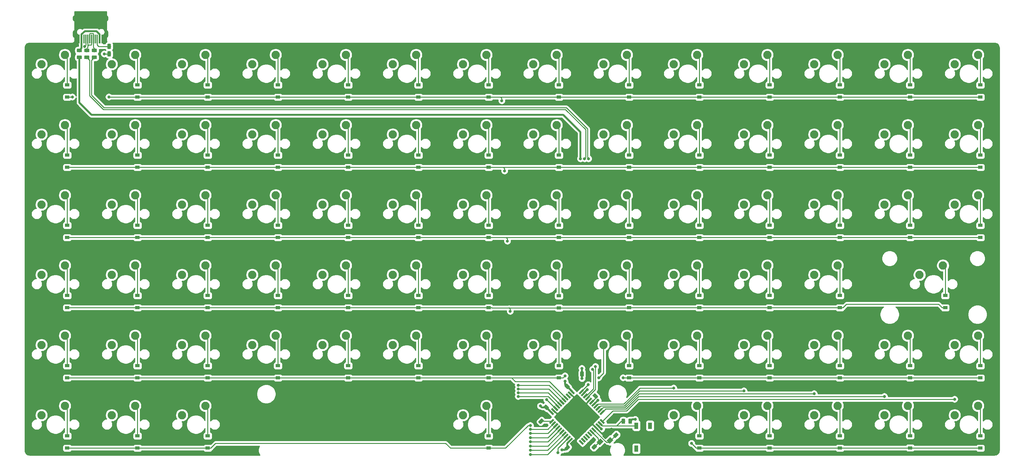
<source format=gbr>
G04 #@! TF.GenerationSoftware,KiCad,Pcbnew,(5.1.4)-1*
G04 #@! TF.CreationDate,2020-08-31T17:56:08-07:00*
G04 #@! TF.ProjectId,B3PKey,4233504b-6579-42e6-9b69-6361645f7063,1*
G04 #@! TF.SameCoordinates,Original*
G04 #@! TF.FileFunction,Copper,L2,Bot*
G04 #@! TF.FilePolarity,Positive*
%FSLAX46Y46*%
G04 Gerber Fmt 4.6, Leading zero omitted, Abs format (unit mm)*
G04 Created by KiCad (PCBNEW (5.1.4)-1) date 2020-08-31 17:56:08*
%MOMM*%
%LPD*%
G04 APERTURE LIST*
%ADD10C,2.250000*%
%ADD11R,1.200000X0.900000*%
%ADD12C,0.100000*%
%ADD13C,0.975000*%
%ADD14O,1.000000X1.600000*%
%ADD15O,1.000000X2.100000*%
%ADD16R,0.300000X2.450000*%
%ADD17R,0.600000X2.450000*%
%ADD18C,1.200000*%
%ADD19C,0.550000*%
%ADD20R,1.100000X1.800000*%
%ADD21C,0.800000*%
%ADD22C,0.381000*%
%ADD23C,0.254000*%
%ADD24C,0.508000*%
G04 APERTURE END LIST*
D10*
X281940000Y-179070000D03*
X275590000Y-181610000D03*
X262890000Y-179070000D03*
X256540000Y-181610000D03*
X91440000Y-83820000D03*
X85090000Y-86360000D03*
X339090000Y-179070000D03*
X332740000Y-181610000D03*
X320040000Y-179070000D03*
X313690000Y-181610000D03*
X300990000Y-179070000D03*
X294640000Y-181610000D03*
X129540000Y-179070000D03*
X123190000Y-181610000D03*
X110490000Y-179070000D03*
X104140000Y-181610000D03*
X91440000Y-179070000D03*
X85090000Y-181610000D03*
X339090000Y-160020000D03*
X332740000Y-162560000D03*
X320040000Y-160020000D03*
X313690000Y-162560000D03*
X300990000Y-160020000D03*
X294640000Y-162560000D03*
X281940000Y-160020000D03*
X275590000Y-162560000D03*
X262890000Y-160020000D03*
X256540000Y-162560000D03*
X243840000Y-160020000D03*
X237490000Y-162560000D03*
X224790000Y-160020000D03*
X218440000Y-162560000D03*
X205740000Y-160020000D03*
X199390000Y-162560000D03*
X186690000Y-160020000D03*
X180340000Y-162560000D03*
X167640000Y-160020000D03*
X161290000Y-162560000D03*
X148590000Y-160020000D03*
X142240000Y-162560000D03*
X129540000Y-160020000D03*
X123190000Y-162560000D03*
X110490000Y-160020000D03*
X104140000Y-162560000D03*
X91440000Y-160020000D03*
X85090000Y-162560000D03*
X300990000Y-140970000D03*
X294640000Y-143510000D03*
X281940000Y-140970000D03*
X275590000Y-143510000D03*
X262890000Y-140970000D03*
X256540000Y-143510000D03*
X243840000Y-140970000D03*
X237490000Y-143510000D03*
X224790000Y-140970000D03*
X218440000Y-143510000D03*
X205740000Y-140970000D03*
X199390000Y-143510000D03*
X186690000Y-140970000D03*
X180340000Y-143510000D03*
X167640000Y-140970000D03*
X161290000Y-143510000D03*
X148590000Y-140970000D03*
X142240000Y-143510000D03*
X129540000Y-140970000D03*
X123190000Y-143510000D03*
X110490000Y-140970000D03*
X104140000Y-143510000D03*
X91440000Y-140970000D03*
X85090000Y-143510000D03*
X339090000Y-121920000D03*
X332740000Y-124460000D03*
X320040000Y-121920000D03*
X313690000Y-124460000D03*
X300990000Y-121920000D03*
X294640000Y-124460000D03*
X281940000Y-121920000D03*
X275590000Y-124460000D03*
X262890000Y-121920000D03*
X256540000Y-124460000D03*
X243840000Y-121920000D03*
X237490000Y-124460000D03*
X224790000Y-121920000D03*
X218440000Y-124460000D03*
X205740000Y-121920000D03*
X199390000Y-124460000D03*
X186690000Y-121920000D03*
X180340000Y-124460000D03*
X167640000Y-121920000D03*
X161290000Y-124460000D03*
X148590000Y-121920000D03*
X142240000Y-124460000D03*
X129540000Y-121920000D03*
X123190000Y-124460000D03*
X110490000Y-121920000D03*
X104140000Y-124460000D03*
X91440000Y-121920000D03*
X85090000Y-124460000D03*
X339090000Y-102870000D03*
X332740000Y-105410000D03*
X320040000Y-102870000D03*
X313690000Y-105410000D03*
X300990000Y-102870000D03*
X294640000Y-105410000D03*
X281940000Y-102901250D03*
X275590000Y-105441250D03*
X262890000Y-102870000D03*
X256540000Y-105410000D03*
X243840000Y-102870000D03*
X237490000Y-105410000D03*
X224790000Y-102870000D03*
X218440000Y-105410000D03*
X205740000Y-102870000D03*
X199390000Y-105410000D03*
X186690000Y-102870000D03*
X180340000Y-105410000D03*
X167640000Y-102870000D03*
X161290000Y-105410000D03*
X148590000Y-102870000D03*
X142240000Y-105410000D03*
X129540000Y-102870000D03*
X123190000Y-105410000D03*
X110490000Y-102870000D03*
X104140000Y-105410000D03*
X91440000Y-102870000D03*
X85090000Y-105410000D03*
X339090000Y-83820000D03*
X332740000Y-86360000D03*
X320040000Y-83820000D03*
X313690000Y-86360000D03*
X300990000Y-83820000D03*
X294640000Y-86360000D03*
X281940000Y-83820000D03*
X275590000Y-86360000D03*
X262890000Y-83820000D03*
X256540000Y-86360000D03*
X243840000Y-83820000D03*
X237490000Y-86360000D03*
X224790000Y-83820000D03*
X218440000Y-86360000D03*
X205740000Y-83820000D03*
X199390000Y-86360000D03*
X186690000Y-83820000D03*
X180340000Y-86360000D03*
X167640000Y-83820000D03*
X161290000Y-86360000D03*
X148590000Y-83820000D03*
X142240000Y-86360000D03*
X129540000Y-83820000D03*
X123190000Y-86360000D03*
X110490000Y-83820000D03*
X104140000Y-86360000D03*
X205740000Y-179070000D03*
X199390000Y-181610000D03*
D11*
X92075000Y-92012500D03*
X92075000Y-95312500D03*
X111125000Y-92012500D03*
X111125000Y-95312500D03*
X130175000Y-92012500D03*
X130175000Y-95312500D03*
X149225000Y-92012500D03*
X149225000Y-95312500D03*
X168275000Y-92012500D03*
X168275000Y-95312500D03*
X187325000Y-92012500D03*
X187325000Y-95312500D03*
X206375000Y-92012500D03*
X206375000Y-95312500D03*
X225425000Y-92012500D03*
X225425000Y-95312500D03*
X244475000Y-92012500D03*
X244475000Y-95312500D03*
X263525000Y-92012500D03*
X263525000Y-95312500D03*
X282575000Y-92012500D03*
X282575000Y-95312500D03*
X301625000Y-92012500D03*
X301625000Y-95312500D03*
X320675000Y-92012500D03*
X320675000Y-95312500D03*
X339725000Y-92012500D03*
X339725000Y-95312500D03*
X92075000Y-111062500D03*
X92075000Y-114362500D03*
X111125000Y-111062500D03*
X111125000Y-114362500D03*
X130175000Y-111062500D03*
X130175000Y-114362500D03*
X149225000Y-111062500D03*
X149225000Y-114362500D03*
X168275000Y-111062500D03*
X168275000Y-114362500D03*
X187325000Y-111062500D03*
X187325000Y-114362500D03*
X206375000Y-111062500D03*
X206375000Y-114362500D03*
X225425000Y-111062500D03*
X225425000Y-114362500D03*
X244475000Y-111062500D03*
X244475000Y-114362500D03*
X263525000Y-111062500D03*
X263525000Y-114362500D03*
X282575000Y-111062500D03*
X282575000Y-114362500D03*
X301625000Y-111062500D03*
X301625000Y-114362500D03*
X320675000Y-111062500D03*
X320675000Y-114362500D03*
X339725000Y-111062500D03*
X339725000Y-114362500D03*
X92075000Y-130112500D03*
X92075000Y-133412500D03*
X111125000Y-130112500D03*
X111125000Y-133412500D03*
X130175000Y-130112500D03*
X130175000Y-133412500D03*
X149225000Y-130112500D03*
X149225000Y-133412500D03*
X168275000Y-130112500D03*
X168275000Y-133412500D03*
X187325000Y-130112500D03*
X187325000Y-133412500D03*
X206375000Y-130112500D03*
X206375000Y-133412500D03*
X225425000Y-130112500D03*
X225425000Y-133412500D03*
X244475000Y-130112500D03*
X244475000Y-133412500D03*
X263525000Y-130112500D03*
X263525000Y-133412500D03*
X282575000Y-130112500D03*
X282575000Y-133412500D03*
X301625000Y-130112500D03*
X301625000Y-133412500D03*
X320675000Y-130112500D03*
X320675000Y-133412500D03*
X339725000Y-130112500D03*
X339725000Y-133412500D03*
X92075000Y-149162500D03*
X92075000Y-152462500D03*
X111125000Y-152462500D03*
X111125000Y-149162500D03*
X130175000Y-149162500D03*
X130175000Y-152462500D03*
X149225000Y-149162500D03*
X149225000Y-152462500D03*
X168275000Y-149162500D03*
X168275000Y-152462500D03*
X187325000Y-149162500D03*
X187325000Y-152462500D03*
X206375000Y-149162500D03*
X206375000Y-152462500D03*
X225425000Y-149225000D03*
X225425000Y-152525000D03*
X244475000Y-149162500D03*
X244475000Y-152462500D03*
X263525000Y-149162500D03*
X263525000Y-152462500D03*
X282575000Y-149162500D03*
X282575000Y-152462500D03*
X301625000Y-149162500D03*
X301625000Y-152462500D03*
X330200000Y-149162500D03*
X330200000Y-152462500D03*
X92075000Y-168212500D03*
X92075000Y-171512500D03*
X111125000Y-168212500D03*
X111125000Y-171512500D03*
X130175000Y-168212500D03*
X130175000Y-171512500D03*
X149225000Y-168212500D03*
X149225000Y-171512500D03*
X168275000Y-168212500D03*
X168275000Y-171512500D03*
X187325000Y-168212500D03*
X187325000Y-171512500D03*
X206375000Y-168212500D03*
X206375000Y-171512500D03*
X225425000Y-168212500D03*
X225425000Y-171512500D03*
X244475000Y-168212500D03*
X244475000Y-171512500D03*
X263525000Y-168212500D03*
X263525000Y-171512500D03*
X282575000Y-168212500D03*
X282575000Y-171512500D03*
X301625000Y-168212500D03*
X301625000Y-171512500D03*
X320675000Y-168212500D03*
X320675000Y-171512500D03*
X339725000Y-168212500D03*
X339725000Y-171512500D03*
X92075000Y-187262500D03*
X92075000Y-190562500D03*
X111125000Y-187262500D03*
X111125000Y-190562500D03*
X130175000Y-187262500D03*
X130175000Y-190562500D03*
X206375000Y-187262500D03*
X206375000Y-190562500D03*
X263525000Y-187262500D03*
X263525000Y-190562500D03*
X282575000Y-187262500D03*
X282575000Y-190562500D03*
X301625000Y-187262500D03*
X301625000Y-190562500D03*
X320675000Y-187200000D03*
X320675000Y-190500000D03*
X339725000Y-187262500D03*
X339725000Y-190562500D03*
D12*
G36*
X236540478Y-190810314D02*
G01*
X236564139Y-190813824D01*
X236587343Y-190819636D01*
X236609865Y-190827694D01*
X236631489Y-190837922D01*
X236652006Y-190850219D01*
X236671219Y-190864469D01*
X236688943Y-190880533D01*
X237033658Y-191225248D01*
X237049722Y-191242972D01*
X237063972Y-191262185D01*
X237076269Y-191282702D01*
X237086497Y-191304326D01*
X237094555Y-191326848D01*
X237100367Y-191350052D01*
X237103877Y-191373713D01*
X237105051Y-191397605D01*
X237103877Y-191421497D01*
X237100367Y-191445158D01*
X237094555Y-191468362D01*
X237086497Y-191490884D01*
X237076269Y-191512508D01*
X237063972Y-191533025D01*
X237049722Y-191552238D01*
X237033658Y-191569962D01*
X236388423Y-192215197D01*
X236370699Y-192231261D01*
X236351486Y-192245511D01*
X236330969Y-192257808D01*
X236309345Y-192268036D01*
X236286823Y-192276094D01*
X236263619Y-192281906D01*
X236239958Y-192285416D01*
X236216066Y-192286590D01*
X236192174Y-192285416D01*
X236168513Y-192281906D01*
X236145309Y-192276094D01*
X236122787Y-192268036D01*
X236101163Y-192257808D01*
X236080646Y-192245511D01*
X236061433Y-192231261D01*
X236043709Y-192215197D01*
X235698994Y-191870482D01*
X235682930Y-191852758D01*
X235668680Y-191833545D01*
X235656383Y-191813028D01*
X235646155Y-191791404D01*
X235638097Y-191768882D01*
X235632285Y-191745678D01*
X235628775Y-191722017D01*
X235627601Y-191698125D01*
X235628775Y-191674233D01*
X235632285Y-191650572D01*
X235638097Y-191627368D01*
X235646155Y-191604846D01*
X235656383Y-191583222D01*
X235668680Y-191562705D01*
X235682930Y-191543492D01*
X235698994Y-191525768D01*
X236344229Y-190880533D01*
X236361953Y-190864469D01*
X236381166Y-190850219D01*
X236401683Y-190837922D01*
X236423307Y-190827694D01*
X236445829Y-190819636D01*
X236469033Y-190813824D01*
X236492694Y-190810314D01*
X236516586Y-190809140D01*
X236540478Y-190810314D01*
X236540478Y-190810314D01*
G37*
D13*
X236366326Y-191547865D03*
D12*
G36*
X235214652Y-189484488D02*
G01*
X235238313Y-189487998D01*
X235261517Y-189493810D01*
X235284039Y-189501868D01*
X235305663Y-189512096D01*
X235326180Y-189524393D01*
X235345393Y-189538643D01*
X235363117Y-189554707D01*
X235707832Y-189899422D01*
X235723896Y-189917146D01*
X235738146Y-189936359D01*
X235750443Y-189956876D01*
X235760671Y-189978500D01*
X235768729Y-190001022D01*
X235774541Y-190024226D01*
X235778051Y-190047887D01*
X235779225Y-190071779D01*
X235778051Y-190095671D01*
X235774541Y-190119332D01*
X235768729Y-190142536D01*
X235760671Y-190165058D01*
X235750443Y-190186682D01*
X235738146Y-190207199D01*
X235723896Y-190226412D01*
X235707832Y-190244136D01*
X235062597Y-190889371D01*
X235044873Y-190905435D01*
X235025660Y-190919685D01*
X235005143Y-190931982D01*
X234983519Y-190942210D01*
X234960997Y-190950268D01*
X234937793Y-190956080D01*
X234914132Y-190959590D01*
X234890240Y-190960764D01*
X234866348Y-190959590D01*
X234842687Y-190956080D01*
X234819483Y-190950268D01*
X234796961Y-190942210D01*
X234775337Y-190931982D01*
X234754820Y-190919685D01*
X234735607Y-190905435D01*
X234717883Y-190889371D01*
X234373168Y-190544656D01*
X234357104Y-190526932D01*
X234342854Y-190507719D01*
X234330557Y-190487202D01*
X234320329Y-190465578D01*
X234312271Y-190443056D01*
X234306459Y-190419852D01*
X234302949Y-190396191D01*
X234301775Y-190372299D01*
X234302949Y-190348407D01*
X234306459Y-190324746D01*
X234312271Y-190301542D01*
X234320329Y-190279020D01*
X234330557Y-190257396D01*
X234342854Y-190236879D01*
X234357104Y-190217666D01*
X234373168Y-190199942D01*
X235018403Y-189554707D01*
X235036127Y-189538643D01*
X235055340Y-189524393D01*
X235075857Y-189512096D01*
X235097481Y-189501868D01*
X235120003Y-189493810D01*
X235143207Y-189487998D01*
X235166868Y-189484488D01*
X235190760Y-189483314D01*
X235214652Y-189484488D01*
X235214652Y-189484488D01*
G37*
D13*
X235040500Y-190222039D03*
D12*
G36*
X103724142Y-82867174D02*
G01*
X103747803Y-82870684D01*
X103771007Y-82876496D01*
X103793529Y-82884554D01*
X103815153Y-82894782D01*
X103835670Y-82907079D01*
X103854883Y-82921329D01*
X103872607Y-82937393D01*
X103888671Y-82955117D01*
X103902921Y-82974330D01*
X103915218Y-82994847D01*
X103925446Y-83016471D01*
X103933504Y-83038993D01*
X103939316Y-83062197D01*
X103942826Y-83085858D01*
X103944000Y-83109750D01*
X103944000Y-84022250D01*
X103942826Y-84046142D01*
X103939316Y-84069803D01*
X103933504Y-84093007D01*
X103925446Y-84115529D01*
X103915218Y-84137153D01*
X103902921Y-84157670D01*
X103888671Y-84176883D01*
X103872607Y-84194607D01*
X103854883Y-84210671D01*
X103835670Y-84224921D01*
X103815153Y-84237218D01*
X103793529Y-84247446D01*
X103771007Y-84255504D01*
X103747803Y-84261316D01*
X103724142Y-84264826D01*
X103700250Y-84266000D01*
X103212750Y-84266000D01*
X103188858Y-84264826D01*
X103165197Y-84261316D01*
X103141993Y-84255504D01*
X103119471Y-84247446D01*
X103097847Y-84237218D01*
X103077330Y-84224921D01*
X103058117Y-84210671D01*
X103040393Y-84194607D01*
X103024329Y-84176883D01*
X103010079Y-84157670D01*
X102997782Y-84137153D01*
X102987554Y-84115529D01*
X102979496Y-84093007D01*
X102973684Y-84069803D01*
X102970174Y-84046142D01*
X102969000Y-84022250D01*
X102969000Y-83109750D01*
X102970174Y-83085858D01*
X102973684Y-83062197D01*
X102979496Y-83038993D01*
X102987554Y-83016471D01*
X102997782Y-82994847D01*
X103010079Y-82974330D01*
X103024329Y-82955117D01*
X103040393Y-82937393D01*
X103058117Y-82921329D01*
X103077330Y-82907079D01*
X103097847Y-82894782D01*
X103119471Y-82884554D01*
X103141993Y-82876496D01*
X103165197Y-82870684D01*
X103188858Y-82867174D01*
X103212750Y-82866000D01*
X103700250Y-82866000D01*
X103724142Y-82867174D01*
X103724142Y-82867174D01*
G37*
D13*
X103456500Y-83566000D03*
D12*
G36*
X105599142Y-82867174D02*
G01*
X105622803Y-82870684D01*
X105646007Y-82876496D01*
X105668529Y-82884554D01*
X105690153Y-82894782D01*
X105710670Y-82907079D01*
X105729883Y-82921329D01*
X105747607Y-82937393D01*
X105763671Y-82955117D01*
X105777921Y-82974330D01*
X105790218Y-82994847D01*
X105800446Y-83016471D01*
X105808504Y-83038993D01*
X105814316Y-83062197D01*
X105817826Y-83085858D01*
X105819000Y-83109750D01*
X105819000Y-84022250D01*
X105817826Y-84046142D01*
X105814316Y-84069803D01*
X105808504Y-84093007D01*
X105800446Y-84115529D01*
X105790218Y-84137153D01*
X105777921Y-84157670D01*
X105763671Y-84176883D01*
X105747607Y-84194607D01*
X105729883Y-84210671D01*
X105710670Y-84224921D01*
X105690153Y-84237218D01*
X105668529Y-84247446D01*
X105646007Y-84255504D01*
X105622803Y-84261316D01*
X105599142Y-84264826D01*
X105575250Y-84266000D01*
X105087750Y-84266000D01*
X105063858Y-84264826D01*
X105040197Y-84261316D01*
X105016993Y-84255504D01*
X104994471Y-84247446D01*
X104972847Y-84237218D01*
X104952330Y-84224921D01*
X104933117Y-84210671D01*
X104915393Y-84194607D01*
X104899329Y-84176883D01*
X104885079Y-84157670D01*
X104872782Y-84137153D01*
X104862554Y-84115529D01*
X104854496Y-84093007D01*
X104848684Y-84069803D01*
X104845174Y-84046142D01*
X104844000Y-84022250D01*
X104844000Y-83109750D01*
X104845174Y-83085858D01*
X104848684Y-83062197D01*
X104854496Y-83038993D01*
X104862554Y-83016471D01*
X104872782Y-82994847D01*
X104885079Y-82974330D01*
X104899329Y-82955117D01*
X104915393Y-82937393D01*
X104933117Y-82921329D01*
X104952330Y-82907079D01*
X104972847Y-82894782D01*
X104994471Y-82884554D01*
X105016993Y-82876496D01*
X105040197Y-82870684D01*
X105063858Y-82867174D01*
X105087750Y-82866000D01*
X105575250Y-82866000D01*
X105599142Y-82867174D01*
X105599142Y-82867174D01*
G37*
D13*
X105331500Y-83566000D03*
D12*
G36*
X103724142Y-80835174D02*
G01*
X103747803Y-80838684D01*
X103771007Y-80844496D01*
X103793529Y-80852554D01*
X103815153Y-80862782D01*
X103835670Y-80875079D01*
X103854883Y-80889329D01*
X103872607Y-80905393D01*
X103888671Y-80923117D01*
X103902921Y-80942330D01*
X103915218Y-80962847D01*
X103925446Y-80984471D01*
X103933504Y-81006993D01*
X103939316Y-81030197D01*
X103942826Y-81053858D01*
X103944000Y-81077750D01*
X103944000Y-81990250D01*
X103942826Y-82014142D01*
X103939316Y-82037803D01*
X103933504Y-82061007D01*
X103925446Y-82083529D01*
X103915218Y-82105153D01*
X103902921Y-82125670D01*
X103888671Y-82144883D01*
X103872607Y-82162607D01*
X103854883Y-82178671D01*
X103835670Y-82192921D01*
X103815153Y-82205218D01*
X103793529Y-82215446D01*
X103771007Y-82223504D01*
X103747803Y-82229316D01*
X103724142Y-82232826D01*
X103700250Y-82234000D01*
X103212750Y-82234000D01*
X103188858Y-82232826D01*
X103165197Y-82229316D01*
X103141993Y-82223504D01*
X103119471Y-82215446D01*
X103097847Y-82205218D01*
X103077330Y-82192921D01*
X103058117Y-82178671D01*
X103040393Y-82162607D01*
X103024329Y-82144883D01*
X103010079Y-82125670D01*
X102997782Y-82105153D01*
X102987554Y-82083529D01*
X102979496Y-82061007D01*
X102973684Y-82037803D01*
X102970174Y-82014142D01*
X102969000Y-81990250D01*
X102969000Y-81077750D01*
X102970174Y-81053858D01*
X102973684Y-81030197D01*
X102979496Y-81006993D01*
X102987554Y-80984471D01*
X102997782Y-80962847D01*
X103010079Y-80942330D01*
X103024329Y-80923117D01*
X103040393Y-80905393D01*
X103058117Y-80889329D01*
X103077330Y-80875079D01*
X103097847Y-80862782D01*
X103119471Y-80852554D01*
X103141993Y-80844496D01*
X103165197Y-80838684D01*
X103188858Y-80835174D01*
X103212750Y-80834000D01*
X103700250Y-80834000D01*
X103724142Y-80835174D01*
X103724142Y-80835174D01*
G37*
D13*
X103456500Y-81534000D03*
D12*
G36*
X105599142Y-80835174D02*
G01*
X105622803Y-80838684D01*
X105646007Y-80844496D01*
X105668529Y-80852554D01*
X105690153Y-80862782D01*
X105710670Y-80875079D01*
X105729883Y-80889329D01*
X105747607Y-80905393D01*
X105763671Y-80923117D01*
X105777921Y-80942330D01*
X105790218Y-80962847D01*
X105800446Y-80984471D01*
X105808504Y-81006993D01*
X105814316Y-81030197D01*
X105817826Y-81053858D01*
X105819000Y-81077750D01*
X105819000Y-81990250D01*
X105817826Y-82014142D01*
X105814316Y-82037803D01*
X105808504Y-82061007D01*
X105800446Y-82083529D01*
X105790218Y-82105153D01*
X105777921Y-82125670D01*
X105763671Y-82144883D01*
X105747607Y-82162607D01*
X105729883Y-82178671D01*
X105710670Y-82192921D01*
X105690153Y-82205218D01*
X105668529Y-82215446D01*
X105646007Y-82223504D01*
X105622803Y-82229316D01*
X105599142Y-82232826D01*
X105575250Y-82234000D01*
X105087750Y-82234000D01*
X105063858Y-82232826D01*
X105040197Y-82229316D01*
X105016993Y-82223504D01*
X104994471Y-82215446D01*
X104972847Y-82205218D01*
X104952330Y-82192921D01*
X104933117Y-82178671D01*
X104915393Y-82162607D01*
X104899329Y-82144883D01*
X104885079Y-82125670D01*
X104872782Y-82105153D01*
X104862554Y-82083529D01*
X104854496Y-82061007D01*
X104848684Y-82037803D01*
X104845174Y-82014142D01*
X104844000Y-81990250D01*
X104844000Y-81077750D01*
X104845174Y-81053858D01*
X104848684Y-81030197D01*
X104854496Y-81006993D01*
X104862554Y-80984471D01*
X104872782Y-80962847D01*
X104885079Y-80942330D01*
X104899329Y-80923117D01*
X104915393Y-80905393D01*
X104933117Y-80889329D01*
X104952330Y-80875079D01*
X104972847Y-80862782D01*
X104994471Y-80852554D01*
X105016993Y-80844496D01*
X105040197Y-80838684D01*
X105063858Y-80835174D01*
X105087750Y-80834000D01*
X105575250Y-80834000D01*
X105599142Y-80835174D01*
X105599142Y-80835174D01*
G37*
D13*
X105331500Y-81534000D03*
D12*
G36*
X220773152Y-182523449D02*
G01*
X220796813Y-182526959D01*
X220820017Y-182532771D01*
X220842539Y-182540829D01*
X220864163Y-182551057D01*
X220884680Y-182563354D01*
X220903893Y-182577604D01*
X220921617Y-182593668D01*
X221266332Y-182938383D01*
X221282396Y-182956107D01*
X221296646Y-182975320D01*
X221308943Y-182995837D01*
X221319171Y-183017461D01*
X221327229Y-183039983D01*
X221333041Y-183063187D01*
X221336551Y-183086848D01*
X221337725Y-183110740D01*
X221336551Y-183134632D01*
X221333041Y-183158293D01*
X221327229Y-183181497D01*
X221319171Y-183204019D01*
X221308943Y-183225643D01*
X221296646Y-183246160D01*
X221282396Y-183265373D01*
X221266332Y-183283097D01*
X220621097Y-183928332D01*
X220603373Y-183944396D01*
X220584160Y-183958646D01*
X220563643Y-183970943D01*
X220542019Y-183981171D01*
X220519497Y-183989229D01*
X220496293Y-183995041D01*
X220472632Y-183998551D01*
X220448740Y-183999725D01*
X220424848Y-183998551D01*
X220401187Y-183995041D01*
X220377983Y-183989229D01*
X220355461Y-183981171D01*
X220333837Y-183970943D01*
X220313320Y-183958646D01*
X220294107Y-183944396D01*
X220276383Y-183928332D01*
X219931668Y-183583617D01*
X219915604Y-183565893D01*
X219901354Y-183546680D01*
X219889057Y-183526163D01*
X219878829Y-183504539D01*
X219870771Y-183482017D01*
X219864959Y-183458813D01*
X219861449Y-183435152D01*
X219860275Y-183411260D01*
X219861449Y-183387368D01*
X219864959Y-183363707D01*
X219870771Y-183340503D01*
X219878829Y-183317981D01*
X219889057Y-183296357D01*
X219901354Y-183275840D01*
X219915604Y-183256627D01*
X219931668Y-183238903D01*
X220576903Y-182593668D01*
X220594627Y-182577604D01*
X220613840Y-182563354D01*
X220634357Y-182551057D01*
X220655981Y-182540829D01*
X220678503Y-182532771D01*
X220701707Y-182526959D01*
X220725368Y-182523449D01*
X220749260Y-182522275D01*
X220773152Y-182523449D01*
X220773152Y-182523449D01*
G37*
D13*
X220599000Y-183261000D03*
D12*
G36*
X219447326Y-181197623D02*
G01*
X219470987Y-181201133D01*
X219494191Y-181206945D01*
X219516713Y-181215003D01*
X219538337Y-181225231D01*
X219558854Y-181237528D01*
X219578067Y-181251778D01*
X219595791Y-181267842D01*
X219940506Y-181612557D01*
X219956570Y-181630281D01*
X219970820Y-181649494D01*
X219983117Y-181670011D01*
X219993345Y-181691635D01*
X220001403Y-181714157D01*
X220007215Y-181737361D01*
X220010725Y-181761022D01*
X220011899Y-181784914D01*
X220010725Y-181808806D01*
X220007215Y-181832467D01*
X220001403Y-181855671D01*
X219993345Y-181878193D01*
X219983117Y-181899817D01*
X219970820Y-181920334D01*
X219956570Y-181939547D01*
X219940506Y-181957271D01*
X219295271Y-182602506D01*
X219277547Y-182618570D01*
X219258334Y-182632820D01*
X219237817Y-182645117D01*
X219216193Y-182655345D01*
X219193671Y-182663403D01*
X219170467Y-182669215D01*
X219146806Y-182672725D01*
X219122914Y-182673899D01*
X219099022Y-182672725D01*
X219075361Y-182669215D01*
X219052157Y-182663403D01*
X219029635Y-182655345D01*
X219008011Y-182645117D01*
X218987494Y-182632820D01*
X218968281Y-182618570D01*
X218950557Y-182602506D01*
X218605842Y-182257791D01*
X218589778Y-182240067D01*
X218575528Y-182220854D01*
X218563231Y-182200337D01*
X218553003Y-182178713D01*
X218544945Y-182156191D01*
X218539133Y-182132987D01*
X218535623Y-182109326D01*
X218534449Y-182085434D01*
X218535623Y-182061542D01*
X218539133Y-182037881D01*
X218544945Y-182014677D01*
X218553003Y-181992155D01*
X218563231Y-181970531D01*
X218575528Y-181950014D01*
X218589778Y-181930801D01*
X218605842Y-181913077D01*
X219251077Y-181267842D01*
X219268801Y-181251778D01*
X219288014Y-181237528D01*
X219308531Y-181225231D01*
X219330155Y-181215003D01*
X219352677Y-181206945D01*
X219375881Y-181201133D01*
X219399542Y-181197623D01*
X219423434Y-181196449D01*
X219447326Y-181197623D01*
X219447326Y-181197623D01*
G37*
D13*
X219273174Y-181935174D03*
D12*
G36*
X97889142Y-82142174D02*
G01*
X97912803Y-82145684D01*
X97936007Y-82151496D01*
X97958529Y-82159554D01*
X97980153Y-82169782D01*
X98000670Y-82182079D01*
X98019883Y-82196329D01*
X98037607Y-82212393D01*
X98053671Y-82230117D01*
X98067921Y-82249330D01*
X98080218Y-82269847D01*
X98090446Y-82291471D01*
X98098504Y-82313993D01*
X98104316Y-82337197D01*
X98107826Y-82360858D01*
X98109000Y-82384750D01*
X98109000Y-82872250D01*
X98107826Y-82896142D01*
X98104316Y-82919803D01*
X98098504Y-82943007D01*
X98090446Y-82965529D01*
X98080218Y-82987153D01*
X98067921Y-83007670D01*
X98053671Y-83026883D01*
X98037607Y-83044607D01*
X98019883Y-83060671D01*
X98000670Y-83074921D01*
X97980153Y-83087218D01*
X97958529Y-83097446D01*
X97936007Y-83105504D01*
X97912803Y-83111316D01*
X97889142Y-83114826D01*
X97865250Y-83116000D01*
X96952750Y-83116000D01*
X96928858Y-83114826D01*
X96905197Y-83111316D01*
X96881993Y-83105504D01*
X96859471Y-83097446D01*
X96837847Y-83087218D01*
X96817330Y-83074921D01*
X96798117Y-83060671D01*
X96780393Y-83044607D01*
X96764329Y-83026883D01*
X96750079Y-83007670D01*
X96737782Y-82987153D01*
X96727554Y-82965529D01*
X96719496Y-82943007D01*
X96713684Y-82919803D01*
X96710174Y-82896142D01*
X96709000Y-82872250D01*
X96709000Y-82384750D01*
X96710174Y-82360858D01*
X96713684Y-82337197D01*
X96719496Y-82313993D01*
X96727554Y-82291471D01*
X96737782Y-82269847D01*
X96750079Y-82249330D01*
X96764329Y-82230117D01*
X96780393Y-82212393D01*
X96798117Y-82196329D01*
X96817330Y-82182079D01*
X96837847Y-82169782D01*
X96859471Y-82159554D01*
X96881993Y-82151496D01*
X96905197Y-82145684D01*
X96928858Y-82142174D01*
X96952750Y-82141000D01*
X97865250Y-82141000D01*
X97889142Y-82142174D01*
X97889142Y-82142174D01*
G37*
D13*
X97409000Y-82628500D03*
D12*
G36*
X97889142Y-84017174D02*
G01*
X97912803Y-84020684D01*
X97936007Y-84026496D01*
X97958529Y-84034554D01*
X97980153Y-84044782D01*
X98000670Y-84057079D01*
X98019883Y-84071329D01*
X98037607Y-84087393D01*
X98053671Y-84105117D01*
X98067921Y-84124330D01*
X98080218Y-84144847D01*
X98090446Y-84166471D01*
X98098504Y-84188993D01*
X98104316Y-84212197D01*
X98107826Y-84235858D01*
X98109000Y-84259750D01*
X98109000Y-84747250D01*
X98107826Y-84771142D01*
X98104316Y-84794803D01*
X98098504Y-84818007D01*
X98090446Y-84840529D01*
X98080218Y-84862153D01*
X98067921Y-84882670D01*
X98053671Y-84901883D01*
X98037607Y-84919607D01*
X98019883Y-84935671D01*
X98000670Y-84949921D01*
X97980153Y-84962218D01*
X97958529Y-84972446D01*
X97936007Y-84980504D01*
X97912803Y-84986316D01*
X97889142Y-84989826D01*
X97865250Y-84991000D01*
X96952750Y-84991000D01*
X96928858Y-84989826D01*
X96905197Y-84986316D01*
X96881993Y-84980504D01*
X96859471Y-84972446D01*
X96837847Y-84962218D01*
X96817330Y-84949921D01*
X96798117Y-84935671D01*
X96780393Y-84919607D01*
X96764329Y-84901883D01*
X96750079Y-84882670D01*
X96737782Y-84862153D01*
X96727554Y-84840529D01*
X96719496Y-84818007D01*
X96713684Y-84794803D01*
X96710174Y-84771142D01*
X96709000Y-84747250D01*
X96709000Y-84259750D01*
X96710174Y-84235858D01*
X96713684Y-84212197D01*
X96719496Y-84188993D01*
X96727554Y-84166471D01*
X96737782Y-84144847D01*
X96750079Y-84124330D01*
X96764329Y-84105117D01*
X96780393Y-84087393D01*
X96798117Y-84071329D01*
X96817330Y-84057079D01*
X96837847Y-84044782D01*
X96859471Y-84034554D01*
X96881993Y-84026496D01*
X96905197Y-84020684D01*
X96928858Y-84017174D01*
X96952750Y-84016000D01*
X97865250Y-84016000D01*
X97889142Y-84017174D01*
X97889142Y-84017174D01*
G37*
D13*
X97409000Y-84503500D03*
D12*
G36*
X99921142Y-82142174D02*
G01*
X99944803Y-82145684D01*
X99968007Y-82151496D01*
X99990529Y-82159554D01*
X100012153Y-82169782D01*
X100032670Y-82182079D01*
X100051883Y-82196329D01*
X100069607Y-82212393D01*
X100085671Y-82230117D01*
X100099921Y-82249330D01*
X100112218Y-82269847D01*
X100122446Y-82291471D01*
X100130504Y-82313993D01*
X100136316Y-82337197D01*
X100139826Y-82360858D01*
X100141000Y-82384750D01*
X100141000Y-82872250D01*
X100139826Y-82896142D01*
X100136316Y-82919803D01*
X100130504Y-82943007D01*
X100122446Y-82965529D01*
X100112218Y-82987153D01*
X100099921Y-83007670D01*
X100085671Y-83026883D01*
X100069607Y-83044607D01*
X100051883Y-83060671D01*
X100032670Y-83074921D01*
X100012153Y-83087218D01*
X99990529Y-83097446D01*
X99968007Y-83105504D01*
X99944803Y-83111316D01*
X99921142Y-83114826D01*
X99897250Y-83116000D01*
X98984750Y-83116000D01*
X98960858Y-83114826D01*
X98937197Y-83111316D01*
X98913993Y-83105504D01*
X98891471Y-83097446D01*
X98869847Y-83087218D01*
X98849330Y-83074921D01*
X98830117Y-83060671D01*
X98812393Y-83044607D01*
X98796329Y-83026883D01*
X98782079Y-83007670D01*
X98769782Y-82987153D01*
X98759554Y-82965529D01*
X98751496Y-82943007D01*
X98745684Y-82919803D01*
X98742174Y-82896142D01*
X98741000Y-82872250D01*
X98741000Y-82384750D01*
X98742174Y-82360858D01*
X98745684Y-82337197D01*
X98751496Y-82313993D01*
X98759554Y-82291471D01*
X98769782Y-82269847D01*
X98782079Y-82249330D01*
X98796329Y-82230117D01*
X98812393Y-82212393D01*
X98830117Y-82196329D01*
X98849330Y-82182079D01*
X98869847Y-82169782D01*
X98891471Y-82159554D01*
X98913993Y-82151496D01*
X98937197Y-82145684D01*
X98960858Y-82142174D01*
X98984750Y-82141000D01*
X99897250Y-82141000D01*
X99921142Y-82142174D01*
X99921142Y-82142174D01*
G37*
D13*
X99441000Y-82628500D03*
D12*
G36*
X99921142Y-84017174D02*
G01*
X99944803Y-84020684D01*
X99968007Y-84026496D01*
X99990529Y-84034554D01*
X100012153Y-84044782D01*
X100032670Y-84057079D01*
X100051883Y-84071329D01*
X100069607Y-84087393D01*
X100085671Y-84105117D01*
X100099921Y-84124330D01*
X100112218Y-84144847D01*
X100122446Y-84166471D01*
X100130504Y-84188993D01*
X100136316Y-84212197D01*
X100139826Y-84235858D01*
X100141000Y-84259750D01*
X100141000Y-84747250D01*
X100139826Y-84771142D01*
X100136316Y-84794803D01*
X100130504Y-84818007D01*
X100122446Y-84840529D01*
X100112218Y-84862153D01*
X100099921Y-84882670D01*
X100085671Y-84901883D01*
X100069607Y-84919607D01*
X100051883Y-84935671D01*
X100032670Y-84949921D01*
X100012153Y-84962218D01*
X99990529Y-84972446D01*
X99968007Y-84980504D01*
X99944803Y-84986316D01*
X99921142Y-84989826D01*
X99897250Y-84991000D01*
X98984750Y-84991000D01*
X98960858Y-84989826D01*
X98937197Y-84986316D01*
X98913993Y-84980504D01*
X98891471Y-84972446D01*
X98869847Y-84962218D01*
X98849330Y-84949921D01*
X98830117Y-84935671D01*
X98812393Y-84919607D01*
X98796329Y-84901883D01*
X98782079Y-84882670D01*
X98769782Y-84862153D01*
X98759554Y-84840529D01*
X98751496Y-84818007D01*
X98745684Y-84794803D01*
X98742174Y-84771142D01*
X98741000Y-84747250D01*
X98741000Y-84259750D01*
X98742174Y-84235858D01*
X98745684Y-84212197D01*
X98751496Y-84188993D01*
X98759554Y-84166471D01*
X98769782Y-84144847D01*
X98782079Y-84124330D01*
X98796329Y-84105117D01*
X98812393Y-84087393D01*
X98830117Y-84071329D01*
X98849330Y-84057079D01*
X98869847Y-84044782D01*
X98891471Y-84034554D01*
X98913993Y-84026496D01*
X98937197Y-84020684D01*
X98960858Y-84017174D01*
X98984750Y-84016000D01*
X99897250Y-84016000D01*
X99921142Y-84017174D01*
X99921142Y-84017174D01*
G37*
D13*
X99441000Y-84503500D03*
D12*
G36*
X243170142Y-182562174D02*
G01*
X243193803Y-182565684D01*
X243217007Y-182571496D01*
X243239529Y-182579554D01*
X243261153Y-182589782D01*
X243281670Y-182602079D01*
X243300883Y-182616329D01*
X243318607Y-182632393D01*
X243334671Y-182650117D01*
X243348921Y-182669330D01*
X243361218Y-182689847D01*
X243371446Y-182711471D01*
X243379504Y-182733993D01*
X243385316Y-182757197D01*
X243388826Y-182780858D01*
X243390000Y-182804750D01*
X243390000Y-183717250D01*
X243388826Y-183741142D01*
X243385316Y-183764803D01*
X243379504Y-183788007D01*
X243371446Y-183810529D01*
X243361218Y-183832153D01*
X243348921Y-183852670D01*
X243334671Y-183871883D01*
X243318607Y-183889607D01*
X243300883Y-183905671D01*
X243281670Y-183919921D01*
X243261153Y-183932218D01*
X243239529Y-183942446D01*
X243217007Y-183950504D01*
X243193803Y-183956316D01*
X243170142Y-183959826D01*
X243146250Y-183961000D01*
X242658750Y-183961000D01*
X242634858Y-183959826D01*
X242611197Y-183956316D01*
X242587993Y-183950504D01*
X242565471Y-183942446D01*
X242543847Y-183932218D01*
X242523330Y-183919921D01*
X242504117Y-183905671D01*
X242486393Y-183889607D01*
X242470329Y-183871883D01*
X242456079Y-183852670D01*
X242443782Y-183832153D01*
X242433554Y-183810529D01*
X242425496Y-183788007D01*
X242419684Y-183764803D01*
X242416174Y-183741142D01*
X242415000Y-183717250D01*
X242415000Y-182804750D01*
X242416174Y-182780858D01*
X242419684Y-182757197D01*
X242425496Y-182733993D01*
X242433554Y-182711471D01*
X242443782Y-182689847D01*
X242456079Y-182669330D01*
X242470329Y-182650117D01*
X242486393Y-182632393D01*
X242504117Y-182616329D01*
X242523330Y-182602079D01*
X242543847Y-182589782D01*
X242565471Y-182579554D01*
X242587993Y-182571496D01*
X242611197Y-182565684D01*
X242634858Y-182562174D01*
X242658750Y-182561000D01*
X243146250Y-182561000D01*
X243170142Y-182562174D01*
X243170142Y-182562174D01*
G37*
D13*
X242902500Y-183261000D03*
D12*
G36*
X245045142Y-182562174D02*
G01*
X245068803Y-182565684D01*
X245092007Y-182571496D01*
X245114529Y-182579554D01*
X245136153Y-182589782D01*
X245156670Y-182602079D01*
X245175883Y-182616329D01*
X245193607Y-182632393D01*
X245209671Y-182650117D01*
X245223921Y-182669330D01*
X245236218Y-182689847D01*
X245246446Y-182711471D01*
X245254504Y-182733993D01*
X245260316Y-182757197D01*
X245263826Y-182780858D01*
X245265000Y-182804750D01*
X245265000Y-183717250D01*
X245263826Y-183741142D01*
X245260316Y-183764803D01*
X245254504Y-183788007D01*
X245246446Y-183810529D01*
X245236218Y-183832153D01*
X245223921Y-183852670D01*
X245209671Y-183871883D01*
X245193607Y-183889607D01*
X245175883Y-183905671D01*
X245156670Y-183919921D01*
X245136153Y-183932218D01*
X245114529Y-183942446D01*
X245092007Y-183950504D01*
X245068803Y-183956316D01*
X245045142Y-183959826D01*
X245021250Y-183961000D01*
X244533750Y-183961000D01*
X244509858Y-183959826D01*
X244486197Y-183956316D01*
X244462993Y-183950504D01*
X244440471Y-183942446D01*
X244418847Y-183932218D01*
X244398330Y-183919921D01*
X244379117Y-183905671D01*
X244361393Y-183889607D01*
X244345329Y-183871883D01*
X244331079Y-183852670D01*
X244318782Y-183832153D01*
X244308554Y-183810529D01*
X244300496Y-183788007D01*
X244294684Y-183764803D01*
X244291174Y-183741142D01*
X244290000Y-183717250D01*
X244290000Y-182804750D01*
X244291174Y-182780858D01*
X244294684Y-182757197D01*
X244300496Y-182733993D01*
X244308554Y-182711471D01*
X244318782Y-182689847D01*
X244331079Y-182669330D01*
X244345329Y-182650117D01*
X244361393Y-182632393D01*
X244379117Y-182616329D01*
X244398330Y-182602079D01*
X244418847Y-182589782D01*
X244440471Y-182579554D01*
X244462993Y-182571496D01*
X244486197Y-182565684D01*
X244509858Y-182562174D01*
X244533750Y-182561000D01*
X245021250Y-182561000D01*
X245045142Y-182562174D01*
X245045142Y-182562174D01*
G37*
D13*
X244777500Y-183261000D03*
D14*
X102750000Y-73960000D03*
X94110000Y-73960000D03*
D15*
X102750000Y-78140000D03*
X94110000Y-78140000D03*
D16*
X98180000Y-79555000D03*
X98680000Y-79555000D03*
X99180000Y-79555000D03*
X97680000Y-79555000D03*
X99680000Y-79555000D03*
X97180000Y-79555000D03*
X100180000Y-79555000D03*
X96680000Y-79555000D03*
D17*
X95980000Y-79555000D03*
X100880000Y-79555000D03*
X95205000Y-79555000D03*
X101655000Y-79555000D03*
D12*
G36*
X95857142Y-82142174D02*
G01*
X95880803Y-82145684D01*
X95904007Y-82151496D01*
X95926529Y-82159554D01*
X95948153Y-82169782D01*
X95968670Y-82182079D01*
X95987883Y-82196329D01*
X96005607Y-82212393D01*
X96021671Y-82230117D01*
X96035921Y-82249330D01*
X96048218Y-82269847D01*
X96058446Y-82291471D01*
X96066504Y-82313993D01*
X96072316Y-82337197D01*
X96075826Y-82360858D01*
X96077000Y-82384750D01*
X96077000Y-82872250D01*
X96075826Y-82896142D01*
X96072316Y-82919803D01*
X96066504Y-82943007D01*
X96058446Y-82965529D01*
X96048218Y-82987153D01*
X96035921Y-83007670D01*
X96021671Y-83026883D01*
X96005607Y-83044607D01*
X95987883Y-83060671D01*
X95968670Y-83074921D01*
X95948153Y-83087218D01*
X95926529Y-83097446D01*
X95904007Y-83105504D01*
X95880803Y-83111316D01*
X95857142Y-83114826D01*
X95833250Y-83116000D01*
X94920750Y-83116000D01*
X94896858Y-83114826D01*
X94873197Y-83111316D01*
X94849993Y-83105504D01*
X94827471Y-83097446D01*
X94805847Y-83087218D01*
X94785330Y-83074921D01*
X94766117Y-83060671D01*
X94748393Y-83044607D01*
X94732329Y-83026883D01*
X94718079Y-83007670D01*
X94705782Y-82987153D01*
X94695554Y-82965529D01*
X94687496Y-82943007D01*
X94681684Y-82919803D01*
X94678174Y-82896142D01*
X94677000Y-82872250D01*
X94677000Y-82384750D01*
X94678174Y-82360858D01*
X94681684Y-82337197D01*
X94687496Y-82313993D01*
X94695554Y-82291471D01*
X94705782Y-82269847D01*
X94718079Y-82249330D01*
X94732329Y-82230117D01*
X94748393Y-82212393D01*
X94766117Y-82196329D01*
X94785330Y-82182079D01*
X94805847Y-82169782D01*
X94827471Y-82159554D01*
X94849993Y-82151496D01*
X94873197Y-82145684D01*
X94896858Y-82142174D01*
X94920750Y-82141000D01*
X95833250Y-82141000D01*
X95857142Y-82142174D01*
X95857142Y-82142174D01*
G37*
D13*
X95377000Y-82628500D03*
D12*
G36*
X95857142Y-84017174D02*
G01*
X95880803Y-84020684D01*
X95904007Y-84026496D01*
X95926529Y-84034554D01*
X95948153Y-84044782D01*
X95968670Y-84057079D01*
X95987883Y-84071329D01*
X96005607Y-84087393D01*
X96021671Y-84105117D01*
X96035921Y-84124330D01*
X96048218Y-84144847D01*
X96058446Y-84166471D01*
X96066504Y-84188993D01*
X96072316Y-84212197D01*
X96075826Y-84235858D01*
X96077000Y-84259750D01*
X96077000Y-84747250D01*
X96075826Y-84771142D01*
X96072316Y-84794803D01*
X96066504Y-84818007D01*
X96058446Y-84840529D01*
X96048218Y-84862153D01*
X96035921Y-84882670D01*
X96021671Y-84901883D01*
X96005607Y-84919607D01*
X95987883Y-84935671D01*
X95968670Y-84949921D01*
X95948153Y-84962218D01*
X95926529Y-84972446D01*
X95904007Y-84980504D01*
X95880803Y-84986316D01*
X95857142Y-84989826D01*
X95833250Y-84991000D01*
X94920750Y-84991000D01*
X94896858Y-84989826D01*
X94873197Y-84986316D01*
X94849993Y-84980504D01*
X94827471Y-84972446D01*
X94805847Y-84962218D01*
X94785330Y-84949921D01*
X94766117Y-84935671D01*
X94748393Y-84919607D01*
X94732329Y-84901883D01*
X94718079Y-84882670D01*
X94705782Y-84862153D01*
X94695554Y-84840529D01*
X94687496Y-84818007D01*
X94681684Y-84794803D01*
X94678174Y-84771142D01*
X94677000Y-84747250D01*
X94677000Y-84259750D01*
X94678174Y-84235858D01*
X94681684Y-84212197D01*
X94687496Y-84188993D01*
X94695554Y-84166471D01*
X94705782Y-84144847D01*
X94718079Y-84124330D01*
X94732329Y-84105117D01*
X94748393Y-84087393D01*
X94766117Y-84071329D01*
X94785330Y-84057079D01*
X94805847Y-84044782D01*
X94827471Y-84034554D01*
X94849993Y-84026496D01*
X94873197Y-84020684D01*
X94896858Y-84017174D01*
X94920750Y-84016000D01*
X95833250Y-84016000D01*
X95857142Y-84017174D01*
X95857142Y-84017174D01*
G37*
D13*
X95377000Y-84503500D03*
D10*
X323215000Y-143510000D03*
X329565000Y-140970000D03*
D18*
X237771700Y-190018746D03*
D12*
G36*
X237700989Y-190937985D02*
G01*
X236852461Y-190089457D01*
X237842411Y-189099507D01*
X238690939Y-189948035D01*
X237700989Y-190937985D01*
X237700989Y-190937985D01*
G37*
D18*
X239327335Y-188463111D03*
D12*
G36*
X239256624Y-189382350D02*
G01*
X238408096Y-188533822D01*
X239398046Y-187543872D01*
X240246574Y-188392400D01*
X239256624Y-189382350D01*
X239256624Y-189382350D01*
G37*
D18*
X238125254Y-187261030D03*
D12*
G36*
X238054543Y-188180269D02*
G01*
X237206015Y-187331741D01*
X238195965Y-186341791D01*
X239044493Y-187190319D01*
X238054543Y-188180269D01*
X238054543Y-188180269D01*
G37*
D18*
X236569619Y-188816665D03*
D12*
G36*
X236498908Y-189735904D02*
G01*
X235650380Y-188887376D01*
X236640330Y-187897426D01*
X237488858Y-188745954D01*
X236498908Y-189735904D01*
X236498908Y-189735904D01*
G37*
D19*
X231498573Y-175257455D03*
D12*
G36*
X231834449Y-174532671D02*
G01*
X232223357Y-174921579D01*
X231162697Y-175982239D01*
X230773789Y-175593331D01*
X231834449Y-174532671D01*
X231834449Y-174532671D01*
G37*
D19*
X232064258Y-175823141D03*
D12*
G36*
X232400134Y-175098357D02*
G01*
X232789042Y-175487265D01*
X231728382Y-176547925D01*
X231339474Y-176159017D01*
X232400134Y-175098357D01*
X232400134Y-175098357D01*
G37*
D19*
X232629943Y-176388826D03*
D12*
G36*
X232965819Y-175664042D02*
G01*
X233354727Y-176052950D01*
X232294067Y-177113610D01*
X231905159Y-176724702D01*
X232965819Y-175664042D01*
X232965819Y-175664042D01*
G37*
D19*
X233195629Y-176954511D03*
D12*
G36*
X233531505Y-176229727D02*
G01*
X233920413Y-176618635D01*
X232859753Y-177679295D01*
X232470845Y-177290387D01*
X233531505Y-176229727D01*
X233531505Y-176229727D01*
G37*
D19*
X233761314Y-177520197D03*
D12*
G36*
X234097190Y-176795413D02*
G01*
X234486098Y-177184321D01*
X233425438Y-178244981D01*
X233036530Y-177856073D01*
X234097190Y-176795413D01*
X234097190Y-176795413D01*
G37*
D19*
X234327000Y-178085882D03*
D12*
G36*
X234662876Y-177361098D02*
G01*
X235051784Y-177750006D01*
X233991124Y-178810666D01*
X233602216Y-178421758D01*
X234662876Y-177361098D01*
X234662876Y-177361098D01*
G37*
D19*
X234892685Y-178651568D03*
D12*
G36*
X235228561Y-177926784D02*
G01*
X235617469Y-178315692D01*
X234556809Y-179376352D01*
X234167901Y-178987444D01*
X235228561Y-177926784D01*
X235228561Y-177926784D01*
G37*
D19*
X235458371Y-179217253D03*
D12*
G36*
X235794247Y-178492469D02*
G01*
X236183155Y-178881377D01*
X235122495Y-179942037D01*
X234733587Y-179553129D01*
X235794247Y-178492469D01*
X235794247Y-178492469D01*
G37*
D19*
X236024056Y-179782939D03*
D12*
G36*
X236359932Y-179058155D02*
G01*
X236748840Y-179447063D01*
X235688180Y-180507723D01*
X235299272Y-180118815D01*
X236359932Y-179058155D01*
X236359932Y-179058155D01*
G37*
D19*
X236589741Y-180348624D03*
D12*
G36*
X236925617Y-179623840D02*
G01*
X237314525Y-180012748D01*
X236253865Y-181073408D01*
X235864957Y-180684500D01*
X236925617Y-179623840D01*
X236925617Y-179623840D01*
G37*
D19*
X237155427Y-180914309D03*
D12*
G36*
X237491303Y-180189525D02*
G01*
X237880211Y-180578433D01*
X236819551Y-181639093D01*
X236430643Y-181250185D01*
X237491303Y-180189525D01*
X237491303Y-180189525D01*
G37*
D19*
X237155427Y-183318473D03*
D12*
G36*
X237880211Y-183654349D02*
G01*
X237491303Y-184043257D01*
X236430643Y-182982597D01*
X236819551Y-182593689D01*
X237880211Y-183654349D01*
X237880211Y-183654349D01*
G37*
D19*
X236589741Y-183884158D03*
D12*
G36*
X237314525Y-184220034D02*
G01*
X236925617Y-184608942D01*
X235864957Y-183548282D01*
X236253865Y-183159374D01*
X237314525Y-184220034D01*
X237314525Y-184220034D01*
G37*
D19*
X236024056Y-184449843D03*
D12*
G36*
X236748840Y-184785719D02*
G01*
X236359932Y-185174627D01*
X235299272Y-184113967D01*
X235688180Y-183725059D01*
X236748840Y-184785719D01*
X236748840Y-184785719D01*
G37*
D19*
X235458371Y-185015529D03*
D12*
G36*
X236183155Y-185351405D02*
G01*
X235794247Y-185740313D01*
X234733587Y-184679653D01*
X235122495Y-184290745D01*
X236183155Y-185351405D01*
X236183155Y-185351405D01*
G37*
D19*
X234892685Y-185581214D03*
D12*
G36*
X235617469Y-185917090D02*
G01*
X235228561Y-186305998D01*
X234167901Y-185245338D01*
X234556809Y-184856430D01*
X235617469Y-185917090D01*
X235617469Y-185917090D01*
G37*
D19*
X234327000Y-186146900D03*
D12*
G36*
X235051784Y-186482776D02*
G01*
X234662876Y-186871684D01*
X233602216Y-185811024D01*
X233991124Y-185422116D01*
X235051784Y-186482776D01*
X235051784Y-186482776D01*
G37*
D19*
X233761314Y-186712585D03*
D12*
G36*
X234486098Y-187048461D02*
G01*
X234097190Y-187437369D01*
X233036530Y-186376709D01*
X233425438Y-185987801D01*
X234486098Y-187048461D01*
X234486098Y-187048461D01*
G37*
D19*
X233195629Y-187278271D03*
D12*
G36*
X233920413Y-187614147D02*
G01*
X233531505Y-188003055D01*
X232470845Y-186942395D01*
X232859753Y-186553487D01*
X233920413Y-187614147D01*
X233920413Y-187614147D01*
G37*
D19*
X232629943Y-187843956D03*
D12*
G36*
X233354727Y-188179832D02*
G01*
X232965819Y-188568740D01*
X231905159Y-187508080D01*
X232294067Y-187119172D01*
X233354727Y-188179832D01*
X233354727Y-188179832D01*
G37*
D19*
X232064258Y-188409641D03*
D12*
G36*
X232789042Y-188745517D02*
G01*
X232400134Y-189134425D01*
X231339474Y-188073765D01*
X231728382Y-187684857D01*
X232789042Y-188745517D01*
X232789042Y-188745517D01*
G37*
D19*
X231498573Y-188975327D03*
D12*
G36*
X232223357Y-189311203D02*
G01*
X231834449Y-189700111D01*
X230773789Y-188639451D01*
X231162697Y-188250543D01*
X232223357Y-189311203D01*
X232223357Y-189311203D01*
G37*
D19*
X229094409Y-188975327D03*
D12*
G36*
X229430285Y-188250543D02*
G01*
X229819193Y-188639451D01*
X228758533Y-189700111D01*
X228369625Y-189311203D01*
X229430285Y-188250543D01*
X229430285Y-188250543D01*
G37*
D19*
X228528724Y-188409641D03*
D12*
G36*
X228864600Y-187684857D02*
G01*
X229253508Y-188073765D01*
X228192848Y-189134425D01*
X227803940Y-188745517D01*
X228864600Y-187684857D01*
X228864600Y-187684857D01*
G37*
D19*
X227963039Y-187843956D03*
D12*
G36*
X228298915Y-187119172D02*
G01*
X228687823Y-187508080D01*
X227627163Y-188568740D01*
X227238255Y-188179832D01*
X228298915Y-187119172D01*
X228298915Y-187119172D01*
G37*
D19*
X227397353Y-187278271D03*
D12*
G36*
X227733229Y-186553487D02*
G01*
X228122137Y-186942395D01*
X227061477Y-188003055D01*
X226672569Y-187614147D01*
X227733229Y-186553487D01*
X227733229Y-186553487D01*
G37*
D19*
X226831668Y-186712585D03*
D12*
G36*
X227167544Y-185987801D02*
G01*
X227556452Y-186376709D01*
X226495792Y-187437369D01*
X226106884Y-187048461D01*
X227167544Y-185987801D01*
X227167544Y-185987801D01*
G37*
D19*
X226265982Y-186146900D03*
D12*
G36*
X226601858Y-185422116D02*
G01*
X226990766Y-185811024D01*
X225930106Y-186871684D01*
X225541198Y-186482776D01*
X226601858Y-185422116D01*
X226601858Y-185422116D01*
G37*
D19*
X225700297Y-185581214D03*
D12*
G36*
X226036173Y-184856430D02*
G01*
X226425081Y-185245338D01*
X225364421Y-186305998D01*
X224975513Y-185917090D01*
X226036173Y-184856430D01*
X226036173Y-184856430D01*
G37*
D19*
X225134611Y-185015529D03*
D12*
G36*
X225470487Y-184290745D02*
G01*
X225859395Y-184679653D01*
X224798735Y-185740313D01*
X224409827Y-185351405D01*
X225470487Y-184290745D01*
X225470487Y-184290745D01*
G37*
D19*
X224568926Y-184449843D03*
D12*
G36*
X224904802Y-183725059D02*
G01*
X225293710Y-184113967D01*
X224233050Y-185174627D01*
X223844142Y-184785719D01*
X224904802Y-183725059D01*
X224904802Y-183725059D01*
G37*
D19*
X224003241Y-183884158D03*
D12*
G36*
X224339117Y-183159374D02*
G01*
X224728025Y-183548282D01*
X223667365Y-184608942D01*
X223278457Y-184220034D01*
X224339117Y-183159374D01*
X224339117Y-183159374D01*
G37*
D19*
X223437555Y-183318473D03*
D12*
G36*
X223773431Y-182593689D02*
G01*
X224162339Y-182982597D01*
X223101679Y-184043257D01*
X222712771Y-183654349D01*
X223773431Y-182593689D01*
X223773431Y-182593689D01*
G37*
D19*
X223437555Y-180914309D03*
D12*
G36*
X224162339Y-181250185D02*
G01*
X223773431Y-181639093D01*
X222712771Y-180578433D01*
X223101679Y-180189525D01*
X224162339Y-181250185D01*
X224162339Y-181250185D01*
G37*
D19*
X224003241Y-180348624D03*
D12*
G36*
X224728025Y-180684500D02*
G01*
X224339117Y-181073408D01*
X223278457Y-180012748D01*
X223667365Y-179623840D01*
X224728025Y-180684500D01*
X224728025Y-180684500D01*
G37*
D19*
X224568926Y-179782939D03*
D12*
G36*
X225293710Y-180118815D02*
G01*
X224904802Y-180507723D01*
X223844142Y-179447063D01*
X224233050Y-179058155D01*
X225293710Y-180118815D01*
X225293710Y-180118815D01*
G37*
D19*
X225134611Y-179217253D03*
D12*
G36*
X225859395Y-179553129D02*
G01*
X225470487Y-179942037D01*
X224409827Y-178881377D01*
X224798735Y-178492469D01*
X225859395Y-179553129D01*
X225859395Y-179553129D01*
G37*
D19*
X225700297Y-178651568D03*
D12*
G36*
X226425081Y-178987444D02*
G01*
X226036173Y-179376352D01*
X224975513Y-178315692D01*
X225364421Y-177926784D01*
X226425081Y-178987444D01*
X226425081Y-178987444D01*
G37*
D19*
X226265982Y-178085882D03*
D12*
G36*
X226990766Y-178421758D02*
G01*
X226601858Y-178810666D01*
X225541198Y-177750006D01*
X225930106Y-177361098D01*
X226990766Y-178421758D01*
X226990766Y-178421758D01*
G37*
D19*
X226831668Y-177520197D03*
D12*
G36*
X227556452Y-177856073D02*
G01*
X227167544Y-178244981D01*
X226106884Y-177184321D01*
X226495792Y-176795413D01*
X227556452Y-177856073D01*
X227556452Y-177856073D01*
G37*
D19*
X227397353Y-176954511D03*
D12*
G36*
X228122137Y-177290387D02*
G01*
X227733229Y-177679295D01*
X226672569Y-176618635D01*
X227061477Y-176229727D01*
X228122137Y-177290387D01*
X228122137Y-177290387D01*
G37*
D19*
X227963039Y-176388826D03*
D12*
G36*
X228687823Y-176724702D02*
G01*
X228298915Y-177113610D01*
X227238255Y-176052950D01*
X227627163Y-175664042D01*
X228687823Y-176724702D01*
X228687823Y-176724702D01*
G37*
D19*
X228528724Y-175823141D03*
D12*
G36*
X229253508Y-176159017D02*
G01*
X228864600Y-176547925D01*
X227803940Y-175487265D01*
X228192848Y-175098357D01*
X229253508Y-176159017D01*
X229253508Y-176159017D01*
G37*
D19*
X229094409Y-175257455D03*
D12*
G36*
X229819193Y-175593331D02*
G01*
X229430285Y-175982239D01*
X228369625Y-174921579D01*
X228758533Y-174532671D01*
X229819193Y-175593331D01*
X229819193Y-175593331D01*
G37*
D20*
X250135000Y-190679000D03*
X246435000Y-184479000D03*
X246435000Y-190679000D03*
X250135000Y-184479000D03*
D12*
G36*
X230089142Y-169735174D02*
G01*
X230112803Y-169738684D01*
X230136007Y-169744496D01*
X230158529Y-169752554D01*
X230180153Y-169762782D01*
X230200670Y-169775079D01*
X230219883Y-169789329D01*
X230237607Y-169805393D01*
X230253671Y-169823117D01*
X230267921Y-169842330D01*
X230280218Y-169862847D01*
X230290446Y-169884471D01*
X230298504Y-169906993D01*
X230304316Y-169930197D01*
X230307826Y-169953858D01*
X230309000Y-169977750D01*
X230309000Y-170890250D01*
X230307826Y-170914142D01*
X230304316Y-170937803D01*
X230298504Y-170961007D01*
X230290446Y-170983529D01*
X230280218Y-171005153D01*
X230267921Y-171025670D01*
X230253671Y-171044883D01*
X230237607Y-171062607D01*
X230219883Y-171078671D01*
X230200670Y-171092921D01*
X230180153Y-171105218D01*
X230158529Y-171115446D01*
X230136007Y-171123504D01*
X230112803Y-171129316D01*
X230089142Y-171132826D01*
X230065250Y-171134000D01*
X229577750Y-171134000D01*
X229553858Y-171132826D01*
X229530197Y-171129316D01*
X229506993Y-171123504D01*
X229484471Y-171115446D01*
X229462847Y-171105218D01*
X229442330Y-171092921D01*
X229423117Y-171078671D01*
X229405393Y-171062607D01*
X229389329Y-171044883D01*
X229375079Y-171025670D01*
X229362782Y-171005153D01*
X229352554Y-170983529D01*
X229344496Y-170961007D01*
X229338684Y-170937803D01*
X229335174Y-170914142D01*
X229334000Y-170890250D01*
X229334000Y-169977750D01*
X229335174Y-169953858D01*
X229338684Y-169930197D01*
X229344496Y-169906993D01*
X229352554Y-169884471D01*
X229362782Y-169862847D01*
X229375079Y-169842330D01*
X229389329Y-169823117D01*
X229405393Y-169805393D01*
X229423117Y-169789329D01*
X229442330Y-169775079D01*
X229462847Y-169762782D01*
X229484471Y-169752554D01*
X229506993Y-169744496D01*
X229530197Y-169738684D01*
X229553858Y-169735174D01*
X229577750Y-169734000D01*
X230065250Y-169734000D01*
X230089142Y-169735174D01*
X230089142Y-169735174D01*
G37*
D13*
X229821500Y-170434000D03*
D12*
G36*
X231964142Y-169735174D02*
G01*
X231987803Y-169738684D01*
X232011007Y-169744496D01*
X232033529Y-169752554D01*
X232055153Y-169762782D01*
X232075670Y-169775079D01*
X232094883Y-169789329D01*
X232112607Y-169805393D01*
X232128671Y-169823117D01*
X232142921Y-169842330D01*
X232155218Y-169862847D01*
X232165446Y-169884471D01*
X232173504Y-169906993D01*
X232179316Y-169930197D01*
X232182826Y-169953858D01*
X232184000Y-169977750D01*
X232184000Y-170890250D01*
X232182826Y-170914142D01*
X232179316Y-170937803D01*
X232173504Y-170961007D01*
X232165446Y-170983529D01*
X232155218Y-171005153D01*
X232142921Y-171025670D01*
X232128671Y-171044883D01*
X232112607Y-171062607D01*
X232094883Y-171078671D01*
X232075670Y-171092921D01*
X232055153Y-171105218D01*
X232033529Y-171115446D01*
X232011007Y-171123504D01*
X231987803Y-171129316D01*
X231964142Y-171132826D01*
X231940250Y-171134000D01*
X231452750Y-171134000D01*
X231428858Y-171132826D01*
X231405197Y-171129316D01*
X231381993Y-171123504D01*
X231359471Y-171115446D01*
X231337847Y-171105218D01*
X231317330Y-171092921D01*
X231298117Y-171078671D01*
X231280393Y-171062607D01*
X231264329Y-171044883D01*
X231250079Y-171025670D01*
X231237782Y-171005153D01*
X231227554Y-170983529D01*
X231219496Y-170961007D01*
X231213684Y-170937803D01*
X231210174Y-170914142D01*
X231209000Y-170890250D01*
X231209000Y-169977750D01*
X231210174Y-169953858D01*
X231213684Y-169930197D01*
X231219496Y-169906993D01*
X231227554Y-169884471D01*
X231237782Y-169862847D01*
X231250079Y-169842330D01*
X231264329Y-169823117D01*
X231280393Y-169805393D01*
X231298117Y-169789329D01*
X231317330Y-169775079D01*
X231337847Y-169762782D01*
X231359471Y-169752554D01*
X231381993Y-169744496D01*
X231405197Y-169738684D01*
X231428858Y-169735174D01*
X231452750Y-169734000D01*
X231940250Y-169734000D01*
X231964142Y-169735174D01*
X231964142Y-169735174D01*
G37*
D13*
X231696500Y-170434000D03*
D12*
G36*
X220549404Y-180088547D02*
G01*
X220573065Y-180092057D01*
X220596269Y-180097869D01*
X220618791Y-180105927D01*
X220640415Y-180116155D01*
X220660932Y-180128452D01*
X220680145Y-180142702D01*
X220697869Y-180158766D01*
X221343104Y-180804001D01*
X221359168Y-180821725D01*
X221373418Y-180840938D01*
X221385715Y-180861455D01*
X221395943Y-180883079D01*
X221404001Y-180905601D01*
X221409813Y-180928805D01*
X221413323Y-180952466D01*
X221414497Y-180976358D01*
X221413323Y-181000250D01*
X221409813Y-181023911D01*
X221404001Y-181047115D01*
X221395943Y-181069637D01*
X221385715Y-181091261D01*
X221373418Y-181111778D01*
X221359168Y-181130991D01*
X221343104Y-181148715D01*
X220998389Y-181493430D01*
X220980665Y-181509494D01*
X220961452Y-181523744D01*
X220940935Y-181536041D01*
X220919311Y-181546269D01*
X220896789Y-181554327D01*
X220873585Y-181560139D01*
X220849924Y-181563649D01*
X220826032Y-181564823D01*
X220802140Y-181563649D01*
X220778479Y-181560139D01*
X220755275Y-181554327D01*
X220732753Y-181546269D01*
X220711129Y-181536041D01*
X220690612Y-181523744D01*
X220671399Y-181509494D01*
X220653675Y-181493430D01*
X220008440Y-180848195D01*
X219992376Y-180830471D01*
X219978126Y-180811258D01*
X219965829Y-180790741D01*
X219955601Y-180769117D01*
X219947543Y-180746595D01*
X219941731Y-180723391D01*
X219938221Y-180699730D01*
X219937047Y-180675838D01*
X219938221Y-180651946D01*
X219941731Y-180628285D01*
X219947543Y-180605081D01*
X219955601Y-180582559D01*
X219965829Y-180560935D01*
X219978126Y-180540418D01*
X219992376Y-180521205D01*
X220008440Y-180503481D01*
X220353155Y-180158766D01*
X220370879Y-180142702D01*
X220390092Y-180128452D01*
X220410609Y-180116155D01*
X220432233Y-180105927D01*
X220454755Y-180097869D01*
X220477959Y-180092057D01*
X220501620Y-180088547D01*
X220525512Y-180087373D01*
X220549404Y-180088547D01*
X220549404Y-180088547D01*
G37*
D13*
X220675772Y-180826098D03*
D12*
G36*
X221875230Y-178762721D02*
G01*
X221898891Y-178766231D01*
X221922095Y-178772043D01*
X221944617Y-178780101D01*
X221966241Y-178790329D01*
X221986758Y-178802626D01*
X222005971Y-178816876D01*
X222023695Y-178832940D01*
X222668930Y-179478175D01*
X222684994Y-179495899D01*
X222699244Y-179515112D01*
X222711541Y-179535629D01*
X222721769Y-179557253D01*
X222729827Y-179579775D01*
X222735639Y-179602979D01*
X222739149Y-179626640D01*
X222740323Y-179650532D01*
X222739149Y-179674424D01*
X222735639Y-179698085D01*
X222729827Y-179721289D01*
X222721769Y-179743811D01*
X222711541Y-179765435D01*
X222699244Y-179785952D01*
X222684994Y-179805165D01*
X222668930Y-179822889D01*
X222324215Y-180167604D01*
X222306491Y-180183668D01*
X222287278Y-180197918D01*
X222266761Y-180210215D01*
X222245137Y-180220443D01*
X222222615Y-180228501D01*
X222199411Y-180234313D01*
X222175750Y-180237823D01*
X222151858Y-180238997D01*
X222127966Y-180237823D01*
X222104305Y-180234313D01*
X222081101Y-180228501D01*
X222058579Y-180220443D01*
X222036955Y-180210215D01*
X222016438Y-180197918D01*
X221997225Y-180183668D01*
X221979501Y-180167604D01*
X221334266Y-179522369D01*
X221318202Y-179504645D01*
X221303952Y-179485432D01*
X221291655Y-179464915D01*
X221281427Y-179443291D01*
X221273369Y-179420769D01*
X221267557Y-179397565D01*
X221264047Y-179373904D01*
X221262873Y-179350012D01*
X221264047Y-179326120D01*
X221267557Y-179302459D01*
X221273369Y-179279255D01*
X221281427Y-179256733D01*
X221291655Y-179235109D01*
X221303952Y-179214592D01*
X221318202Y-179195379D01*
X221334266Y-179177655D01*
X221678981Y-178832940D01*
X221696705Y-178816876D01*
X221715918Y-178802626D01*
X221736435Y-178790329D01*
X221758059Y-178780101D01*
X221780581Y-178772043D01*
X221803785Y-178766231D01*
X221827446Y-178762721D01*
X221851338Y-178761547D01*
X221875230Y-178762721D01*
X221875230Y-178762721D01*
G37*
D13*
X222001598Y-179500272D03*
D12*
G36*
X228879830Y-171758121D02*
G01*
X228903491Y-171761631D01*
X228926695Y-171767443D01*
X228949217Y-171775501D01*
X228970841Y-171785729D01*
X228991358Y-171798026D01*
X229010571Y-171812276D01*
X229028295Y-171828340D01*
X229673530Y-172473575D01*
X229689594Y-172491299D01*
X229703844Y-172510512D01*
X229716141Y-172531029D01*
X229726369Y-172552653D01*
X229734427Y-172575175D01*
X229740239Y-172598379D01*
X229743749Y-172622040D01*
X229744923Y-172645932D01*
X229743749Y-172669824D01*
X229740239Y-172693485D01*
X229734427Y-172716689D01*
X229726369Y-172739211D01*
X229716141Y-172760835D01*
X229703844Y-172781352D01*
X229689594Y-172800565D01*
X229673530Y-172818289D01*
X229328815Y-173163004D01*
X229311091Y-173179068D01*
X229291878Y-173193318D01*
X229271361Y-173205615D01*
X229249737Y-173215843D01*
X229227215Y-173223901D01*
X229204011Y-173229713D01*
X229180350Y-173233223D01*
X229156458Y-173234397D01*
X229132566Y-173233223D01*
X229108905Y-173229713D01*
X229085701Y-173223901D01*
X229063179Y-173215843D01*
X229041555Y-173205615D01*
X229021038Y-173193318D01*
X229001825Y-173179068D01*
X228984101Y-173163004D01*
X228338866Y-172517769D01*
X228322802Y-172500045D01*
X228308552Y-172480832D01*
X228296255Y-172460315D01*
X228286027Y-172438691D01*
X228277969Y-172416169D01*
X228272157Y-172392965D01*
X228268647Y-172369304D01*
X228267473Y-172345412D01*
X228268647Y-172321520D01*
X228272157Y-172297859D01*
X228277969Y-172274655D01*
X228286027Y-172252133D01*
X228296255Y-172230509D01*
X228308552Y-172209992D01*
X228322802Y-172190779D01*
X228338866Y-172173055D01*
X228683581Y-171828340D01*
X228701305Y-171812276D01*
X228720518Y-171798026D01*
X228741035Y-171785729D01*
X228762659Y-171775501D01*
X228785181Y-171767443D01*
X228808385Y-171761631D01*
X228832046Y-171758121D01*
X228855938Y-171756947D01*
X228879830Y-171758121D01*
X228879830Y-171758121D01*
G37*
D13*
X229006198Y-172495672D03*
D12*
G36*
X227554004Y-173083947D02*
G01*
X227577665Y-173087457D01*
X227600869Y-173093269D01*
X227623391Y-173101327D01*
X227645015Y-173111555D01*
X227665532Y-173123852D01*
X227684745Y-173138102D01*
X227702469Y-173154166D01*
X228347704Y-173799401D01*
X228363768Y-173817125D01*
X228378018Y-173836338D01*
X228390315Y-173856855D01*
X228400543Y-173878479D01*
X228408601Y-173901001D01*
X228414413Y-173924205D01*
X228417923Y-173947866D01*
X228419097Y-173971758D01*
X228417923Y-173995650D01*
X228414413Y-174019311D01*
X228408601Y-174042515D01*
X228400543Y-174065037D01*
X228390315Y-174086661D01*
X228378018Y-174107178D01*
X228363768Y-174126391D01*
X228347704Y-174144115D01*
X228002989Y-174488830D01*
X227985265Y-174504894D01*
X227966052Y-174519144D01*
X227945535Y-174531441D01*
X227923911Y-174541669D01*
X227901389Y-174549727D01*
X227878185Y-174555539D01*
X227854524Y-174559049D01*
X227830632Y-174560223D01*
X227806740Y-174559049D01*
X227783079Y-174555539D01*
X227759875Y-174549727D01*
X227737353Y-174541669D01*
X227715729Y-174531441D01*
X227695212Y-174519144D01*
X227675999Y-174504894D01*
X227658275Y-174488830D01*
X227013040Y-173843595D01*
X226996976Y-173825871D01*
X226982726Y-173806658D01*
X226970429Y-173786141D01*
X226960201Y-173764517D01*
X226952143Y-173741995D01*
X226946331Y-173718791D01*
X226942821Y-173695130D01*
X226941647Y-173671238D01*
X226942821Y-173647346D01*
X226946331Y-173623685D01*
X226952143Y-173600481D01*
X226960201Y-173577959D01*
X226970429Y-173556335D01*
X226982726Y-173535818D01*
X226996976Y-173516605D01*
X227013040Y-173498881D01*
X227357755Y-173154166D01*
X227375479Y-173138102D01*
X227394692Y-173123852D01*
X227415209Y-173111555D01*
X227436833Y-173101327D01*
X227459355Y-173093269D01*
X227482559Y-173087457D01*
X227506220Y-173083947D01*
X227530112Y-173082773D01*
X227554004Y-173083947D01*
X227554004Y-173083947D01*
G37*
D13*
X227680372Y-173821498D03*
D12*
G36*
X227857239Y-189718633D02*
G01*
X227880900Y-189722143D01*
X227904104Y-189727955D01*
X227926626Y-189736013D01*
X227948250Y-189746241D01*
X227968767Y-189758538D01*
X227987980Y-189772788D01*
X228005704Y-189788852D01*
X228350419Y-190133567D01*
X228366483Y-190151291D01*
X228380733Y-190170504D01*
X228393030Y-190191021D01*
X228403258Y-190212645D01*
X228411316Y-190235167D01*
X228417128Y-190258371D01*
X228420638Y-190282032D01*
X228421812Y-190305924D01*
X228420638Y-190329816D01*
X228417128Y-190353477D01*
X228411316Y-190376681D01*
X228403258Y-190399203D01*
X228393030Y-190420827D01*
X228380733Y-190441344D01*
X228366483Y-190460557D01*
X228350419Y-190478281D01*
X227705184Y-191123516D01*
X227687460Y-191139580D01*
X227668247Y-191153830D01*
X227647730Y-191166127D01*
X227626106Y-191176355D01*
X227603584Y-191184413D01*
X227580380Y-191190225D01*
X227556719Y-191193735D01*
X227532827Y-191194909D01*
X227508935Y-191193735D01*
X227485274Y-191190225D01*
X227462070Y-191184413D01*
X227439548Y-191176355D01*
X227417924Y-191166127D01*
X227397407Y-191153830D01*
X227378194Y-191139580D01*
X227360470Y-191123516D01*
X227015755Y-190778801D01*
X226999691Y-190761077D01*
X226985441Y-190741864D01*
X226973144Y-190721347D01*
X226962916Y-190699723D01*
X226954858Y-190677201D01*
X226949046Y-190653997D01*
X226945536Y-190630336D01*
X226944362Y-190606444D01*
X226945536Y-190582552D01*
X226949046Y-190558891D01*
X226954858Y-190535687D01*
X226962916Y-190513165D01*
X226973144Y-190491541D01*
X226985441Y-190471024D01*
X226999691Y-190451811D01*
X227015755Y-190434087D01*
X227660990Y-189788852D01*
X227678714Y-189772788D01*
X227697927Y-189758538D01*
X227718444Y-189746241D01*
X227740068Y-189736013D01*
X227762590Y-189727955D01*
X227785794Y-189722143D01*
X227809455Y-189718633D01*
X227833347Y-189717459D01*
X227857239Y-189718633D01*
X227857239Y-189718633D01*
G37*
D13*
X227683087Y-190456184D03*
D12*
G36*
X229183065Y-191044459D02*
G01*
X229206726Y-191047969D01*
X229229930Y-191053781D01*
X229252452Y-191061839D01*
X229274076Y-191072067D01*
X229294593Y-191084364D01*
X229313806Y-191098614D01*
X229331530Y-191114678D01*
X229676245Y-191459393D01*
X229692309Y-191477117D01*
X229706559Y-191496330D01*
X229718856Y-191516847D01*
X229729084Y-191538471D01*
X229737142Y-191560993D01*
X229742954Y-191584197D01*
X229746464Y-191607858D01*
X229747638Y-191631750D01*
X229746464Y-191655642D01*
X229742954Y-191679303D01*
X229737142Y-191702507D01*
X229729084Y-191725029D01*
X229718856Y-191746653D01*
X229706559Y-191767170D01*
X229692309Y-191786383D01*
X229676245Y-191804107D01*
X229031010Y-192449342D01*
X229013286Y-192465406D01*
X228994073Y-192479656D01*
X228973556Y-192491953D01*
X228951932Y-192502181D01*
X228929410Y-192510239D01*
X228906206Y-192516051D01*
X228882545Y-192519561D01*
X228858653Y-192520735D01*
X228834761Y-192519561D01*
X228811100Y-192516051D01*
X228787896Y-192510239D01*
X228765374Y-192502181D01*
X228743750Y-192491953D01*
X228723233Y-192479656D01*
X228704020Y-192465406D01*
X228686296Y-192449342D01*
X228341581Y-192104627D01*
X228325517Y-192086903D01*
X228311267Y-192067690D01*
X228298970Y-192047173D01*
X228288742Y-192025549D01*
X228280684Y-192003027D01*
X228274872Y-191979823D01*
X228271362Y-191956162D01*
X228270188Y-191932270D01*
X228271362Y-191908378D01*
X228274872Y-191884717D01*
X228280684Y-191861513D01*
X228288742Y-191838991D01*
X228298970Y-191817367D01*
X228311267Y-191796850D01*
X228325517Y-191777637D01*
X228341581Y-191759913D01*
X228986816Y-191114678D01*
X229004540Y-191098614D01*
X229023753Y-191084364D01*
X229044270Y-191072067D01*
X229065894Y-191061839D01*
X229088416Y-191053781D01*
X229111620Y-191047969D01*
X229135281Y-191044459D01*
X229159173Y-191043285D01*
X229183065Y-191044459D01*
X229183065Y-191044459D01*
G37*
D13*
X229008913Y-191782010D03*
D12*
G36*
X236502545Y-174367536D02*
G01*
X236526206Y-174371046D01*
X236549410Y-174376858D01*
X236571932Y-174384916D01*
X236593556Y-174395144D01*
X236614073Y-174407441D01*
X236633286Y-174421691D01*
X236651010Y-174437755D01*
X237296245Y-175082990D01*
X237312309Y-175100714D01*
X237326559Y-175119927D01*
X237338856Y-175140444D01*
X237349084Y-175162068D01*
X237357142Y-175184590D01*
X237362954Y-175207794D01*
X237366464Y-175231455D01*
X237367638Y-175255347D01*
X237366464Y-175279239D01*
X237362954Y-175302900D01*
X237357142Y-175326104D01*
X237349084Y-175348626D01*
X237338856Y-175370250D01*
X237326559Y-175390767D01*
X237312309Y-175409980D01*
X237296245Y-175427704D01*
X236951530Y-175772419D01*
X236933806Y-175788483D01*
X236914593Y-175802733D01*
X236894076Y-175815030D01*
X236872452Y-175825258D01*
X236849930Y-175833316D01*
X236826726Y-175839128D01*
X236803065Y-175842638D01*
X236779173Y-175843812D01*
X236755281Y-175842638D01*
X236731620Y-175839128D01*
X236708416Y-175833316D01*
X236685894Y-175825258D01*
X236664270Y-175815030D01*
X236643753Y-175802733D01*
X236624540Y-175788483D01*
X236606816Y-175772419D01*
X235961581Y-175127184D01*
X235945517Y-175109460D01*
X235931267Y-175090247D01*
X235918970Y-175069730D01*
X235908742Y-175048106D01*
X235900684Y-175025584D01*
X235894872Y-175002380D01*
X235891362Y-174978719D01*
X235890188Y-174954827D01*
X235891362Y-174930935D01*
X235894872Y-174907274D01*
X235900684Y-174884070D01*
X235908742Y-174861548D01*
X235918970Y-174839924D01*
X235931267Y-174819407D01*
X235945517Y-174800194D01*
X235961581Y-174782470D01*
X236306296Y-174437755D01*
X236324020Y-174421691D01*
X236343233Y-174407441D01*
X236363750Y-174395144D01*
X236385374Y-174384916D01*
X236407896Y-174376858D01*
X236431100Y-174371046D01*
X236454761Y-174367536D01*
X236478653Y-174366362D01*
X236502545Y-174367536D01*
X236502545Y-174367536D01*
G37*
D13*
X236628913Y-175105087D03*
D12*
G36*
X235176719Y-175693362D02*
G01*
X235200380Y-175696872D01*
X235223584Y-175702684D01*
X235246106Y-175710742D01*
X235267730Y-175720970D01*
X235288247Y-175733267D01*
X235307460Y-175747517D01*
X235325184Y-175763581D01*
X235970419Y-176408816D01*
X235986483Y-176426540D01*
X236000733Y-176445753D01*
X236013030Y-176466270D01*
X236023258Y-176487894D01*
X236031316Y-176510416D01*
X236037128Y-176533620D01*
X236040638Y-176557281D01*
X236041812Y-176581173D01*
X236040638Y-176605065D01*
X236037128Y-176628726D01*
X236031316Y-176651930D01*
X236023258Y-176674452D01*
X236013030Y-176696076D01*
X236000733Y-176716593D01*
X235986483Y-176735806D01*
X235970419Y-176753530D01*
X235625704Y-177098245D01*
X235607980Y-177114309D01*
X235588767Y-177128559D01*
X235568250Y-177140856D01*
X235546626Y-177151084D01*
X235524104Y-177159142D01*
X235500900Y-177164954D01*
X235477239Y-177168464D01*
X235453347Y-177169638D01*
X235429455Y-177168464D01*
X235405794Y-177164954D01*
X235382590Y-177159142D01*
X235360068Y-177151084D01*
X235338444Y-177140856D01*
X235317927Y-177128559D01*
X235298714Y-177114309D01*
X235280990Y-177098245D01*
X234635755Y-176453010D01*
X234619691Y-176435286D01*
X234605441Y-176416073D01*
X234593144Y-176395556D01*
X234582916Y-176373932D01*
X234574858Y-176351410D01*
X234569046Y-176328206D01*
X234565536Y-176304545D01*
X234564362Y-176280653D01*
X234565536Y-176256761D01*
X234569046Y-176233100D01*
X234574858Y-176209896D01*
X234582916Y-176187374D01*
X234593144Y-176165750D01*
X234605441Y-176145233D01*
X234619691Y-176126020D01*
X234635755Y-176108296D01*
X234980470Y-175763581D01*
X234998194Y-175747517D01*
X235017407Y-175733267D01*
X235037924Y-175720970D01*
X235059548Y-175710742D01*
X235082070Y-175702684D01*
X235105274Y-175696872D01*
X235128935Y-175693362D01*
X235152827Y-175692188D01*
X235176719Y-175693362D01*
X235176719Y-175693362D01*
G37*
D13*
X235303087Y-176430913D03*
D12*
G36*
X239704780Y-184994360D02*
G01*
X239728441Y-184997870D01*
X239751645Y-185003682D01*
X239774167Y-185011740D01*
X239795791Y-185021968D01*
X239816308Y-185034265D01*
X239835521Y-185048515D01*
X239853245Y-185064579D01*
X240197960Y-185409294D01*
X240214024Y-185427018D01*
X240228274Y-185446231D01*
X240240571Y-185466748D01*
X240250799Y-185488372D01*
X240258857Y-185510894D01*
X240264669Y-185534098D01*
X240268179Y-185557759D01*
X240269353Y-185581651D01*
X240268179Y-185605543D01*
X240264669Y-185629204D01*
X240258857Y-185652408D01*
X240250799Y-185674930D01*
X240240571Y-185696554D01*
X240228274Y-185717071D01*
X240214024Y-185736284D01*
X240197960Y-185754008D01*
X239552725Y-186399243D01*
X239535001Y-186415307D01*
X239515788Y-186429557D01*
X239495271Y-186441854D01*
X239473647Y-186452082D01*
X239451125Y-186460140D01*
X239427921Y-186465952D01*
X239404260Y-186469462D01*
X239380368Y-186470636D01*
X239356476Y-186469462D01*
X239332815Y-186465952D01*
X239309611Y-186460140D01*
X239287089Y-186452082D01*
X239265465Y-186441854D01*
X239244948Y-186429557D01*
X239225735Y-186415307D01*
X239208011Y-186399243D01*
X238863296Y-186054528D01*
X238847232Y-186036804D01*
X238832982Y-186017591D01*
X238820685Y-185997074D01*
X238810457Y-185975450D01*
X238802399Y-185952928D01*
X238796587Y-185929724D01*
X238793077Y-185906063D01*
X238791903Y-185882171D01*
X238793077Y-185858279D01*
X238796587Y-185834618D01*
X238802399Y-185811414D01*
X238810457Y-185788892D01*
X238820685Y-185767268D01*
X238832982Y-185746751D01*
X238847232Y-185727538D01*
X238863296Y-185709814D01*
X239508531Y-185064579D01*
X239526255Y-185048515D01*
X239545468Y-185034265D01*
X239565985Y-185021968D01*
X239587609Y-185011740D01*
X239610131Y-185003682D01*
X239633335Y-184997870D01*
X239656996Y-184994360D01*
X239680888Y-184993186D01*
X239704780Y-184994360D01*
X239704780Y-184994360D01*
G37*
D13*
X239530628Y-185731911D03*
D12*
G36*
X241030606Y-186320186D02*
G01*
X241054267Y-186323696D01*
X241077471Y-186329508D01*
X241099993Y-186337566D01*
X241121617Y-186347794D01*
X241142134Y-186360091D01*
X241161347Y-186374341D01*
X241179071Y-186390405D01*
X241523786Y-186735120D01*
X241539850Y-186752844D01*
X241554100Y-186772057D01*
X241566397Y-186792574D01*
X241576625Y-186814198D01*
X241584683Y-186836720D01*
X241590495Y-186859924D01*
X241594005Y-186883585D01*
X241595179Y-186907477D01*
X241594005Y-186931369D01*
X241590495Y-186955030D01*
X241584683Y-186978234D01*
X241576625Y-187000756D01*
X241566397Y-187022380D01*
X241554100Y-187042897D01*
X241539850Y-187062110D01*
X241523786Y-187079834D01*
X240878551Y-187725069D01*
X240860827Y-187741133D01*
X240841614Y-187755383D01*
X240821097Y-187767680D01*
X240799473Y-187777908D01*
X240776951Y-187785966D01*
X240753747Y-187791778D01*
X240730086Y-187795288D01*
X240706194Y-187796462D01*
X240682302Y-187795288D01*
X240658641Y-187791778D01*
X240635437Y-187785966D01*
X240612915Y-187777908D01*
X240591291Y-187767680D01*
X240570774Y-187755383D01*
X240551561Y-187741133D01*
X240533837Y-187725069D01*
X240189122Y-187380354D01*
X240173058Y-187362630D01*
X240158808Y-187343417D01*
X240146511Y-187322900D01*
X240136283Y-187301276D01*
X240128225Y-187278754D01*
X240122413Y-187255550D01*
X240118903Y-187231889D01*
X240117729Y-187207997D01*
X240118903Y-187184105D01*
X240122413Y-187160444D01*
X240128225Y-187137240D01*
X240136283Y-187114718D01*
X240146511Y-187093094D01*
X240158808Y-187072577D01*
X240173058Y-187053364D01*
X240189122Y-187035640D01*
X240834357Y-186390405D01*
X240852081Y-186374341D01*
X240871294Y-186360091D01*
X240891811Y-186347794D01*
X240913435Y-186337566D01*
X240935957Y-186329508D01*
X240959161Y-186323696D01*
X240982822Y-186320186D01*
X241006714Y-186319012D01*
X241030606Y-186320186D01*
X241030606Y-186320186D01*
G37*
D13*
X240856454Y-187057737D03*
D21*
X226277826Y-191029295D03*
X227086049Y-172440165D03*
X233102821Y-174685229D03*
X236964331Y-185371733D03*
X220400607Y-179125607D03*
X246126000Y-182753000D03*
X231665980Y-171631942D03*
X236028301Y-177610709D03*
X231267000Y-112014000D03*
X231648000Y-168910000D03*
X209931000Y-96266000D03*
X93472000Y-95250000D03*
X103378000Y-95250000D03*
X214376000Y-176530000D03*
X210693000Y-115316000D03*
X214376000Y-175514000D03*
X211455000Y-134366000D03*
X214376000Y-174498000D03*
X212217000Y-153416000D03*
X214376000Y-173482000D03*
X242824000Y-171450000D03*
X227076000Y-170942000D03*
X261392499Y-189283999D03*
X225171000Y-191770000D03*
X217684067Y-184397933D03*
X217678000Y-192278000D03*
X217678000Y-191135000D03*
X217678000Y-189992000D03*
X217678000Y-188849000D03*
X217678000Y-187706000D03*
X217678000Y-186563000D03*
X217678000Y-185420000D03*
X222123000Y-177419000D03*
X233354505Y-173355000D03*
X236220000Y-171450000D03*
X256540000Y-174244000D03*
X275590000Y-175006000D03*
X294640000Y-175768000D03*
X313690000Y-176530000D03*
X332740000Y-177292000D03*
X233445000Y-112014000D03*
X235322646Y-168410354D03*
X232391000Y-112014000D03*
X234577354Y-169155646D03*
X96834000Y-81534000D03*
X102108000Y-83566000D03*
D22*
X229894147Y-188175589D02*
X229094409Y-188975326D01*
X228528724Y-175823140D02*
X229894147Y-177188563D01*
X230983268Y-184215791D02*
X229894147Y-183126669D01*
X234658633Y-184215791D02*
X230983268Y-184215791D01*
X235458370Y-185015528D02*
X234658633Y-184215791D01*
X229894147Y-183126669D02*
X229894147Y-188175589D01*
X229894147Y-181387364D02*
X229894147Y-182318446D01*
X233761314Y-177520197D02*
X229894147Y-181387364D01*
X229894147Y-177188563D02*
X229894147Y-182318446D01*
X229894147Y-182318446D02*
X229894147Y-183126669D01*
X228724062Y-181148361D02*
X229894147Y-182318446D01*
X224802978Y-181148361D02*
X228724062Y-181148361D01*
X224003240Y-180348624D02*
X224802978Y-181148361D01*
X237703872Y-187261030D02*
X238125254Y-187261030D01*
X235458371Y-185015529D02*
X237703872Y-187261030D01*
D23*
X236445874Y-188816665D02*
X235040500Y-190222039D01*
X236442619Y-188816665D02*
X236318874Y-188816665D01*
X236074645Y-187894545D02*
X234327000Y-186146900D01*
X236074645Y-188321691D02*
X236074645Y-187894545D01*
X236569619Y-188816665D02*
X236074645Y-188321691D01*
X239451080Y-188463111D02*
X240856454Y-187057737D01*
X239200335Y-188463111D02*
X239324080Y-188463111D01*
X238340267Y-189028796D02*
X234892685Y-185581214D01*
X238761650Y-189028796D02*
X238340267Y-189028796D01*
X239327335Y-188463111D02*
X238761650Y-189028796D01*
X234371901Y-178085882D02*
X234326999Y-178085882D01*
X235303087Y-177109795D02*
X234327000Y-178085882D01*
X235303087Y-176430913D02*
X235303087Y-177109795D01*
D24*
X227107262Y-191029295D02*
X226277826Y-191029295D01*
X227680373Y-190456185D02*
X227107262Y-191029295D01*
X227086049Y-173227175D02*
X227086049Y-172440165D01*
X227680373Y-173821498D02*
X227086049Y-173227175D01*
X227680373Y-189257992D02*
X228528724Y-188409641D01*
X227680373Y-190456185D02*
X227680373Y-189257992D01*
X223415635Y-180914309D02*
X223437555Y-180914309D01*
X222001598Y-179500272D02*
X223415635Y-180914309D01*
X229094409Y-175235535D02*
X229094409Y-175257455D01*
X227680373Y-173821498D02*
X229094409Y-175235535D01*
X232064258Y-175723792D02*
X232064258Y-175823140D01*
X233102821Y-174685229D02*
X232064258Y-175723792D01*
X236042441Y-184449843D02*
X236024056Y-184449843D01*
X236964331Y-185371733D02*
X236042441Y-184449843D01*
X220775272Y-179500272D02*
X220400607Y-179125607D01*
X222001598Y-179500272D02*
X220775272Y-179500272D01*
X245285500Y-182753000D02*
X244777500Y-183261000D01*
X246126000Y-182753000D02*
X245285500Y-182753000D01*
X231665980Y-170464520D02*
X231696500Y-170434000D01*
X231665980Y-171631942D02*
X231665980Y-170464520D01*
X234892685Y-178651567D02*
X234987443Y-178651567D01*
X234987443Y-178651567D02*
X236028301Y-177610709D01*
X231648000Y-170385500D02*
X231696500Y-170434000D01*
X231648000Y-168910000D02*
X231648000Y-170385500D01*
X231267000Y-104775000D02*
X231267000Y-112014000D01*
X226568000Y-100076000D02*
X231267000Y-104775000D01*
X98679000Y-100076000D02*
X226568000Y-100076000D01*
X95377000Y-96774000D02*
X98679000Y-100076000D01*
X95377000Y-84503500D02*
X95377000Y-96774000D01*
D23*
X111125000Y-95312500D02*
X114237500Y-95312500D01*
X130175000Y-95312500D02*
X149225000Y-95312500D01*
X168275000Y-95312500D02*
X187325000Y-95312500D01*
X187325000Y-95312500D02*
X206375000Y-95312500D01*
X206375000Y-95312500D02*
X225425000Y-95312500D01*
X225425000Y-95312500D02*
X244475000Y-95312500D01*
X244475000Y-95312500D02*
X263525000Y-95312500D01*
X263525000Y-95312500D02*
X282575000Y-95312500D01*
X282575000Y-95312500D02*
X301625000Y-95312500D01*
X301625000Y-95312500D02*
X320675000Y-95312500D01*
X320675000Y-95312500D02*
X339725000Y-95312500D01*
X114237500Y-95312500D02*
X114366500Y-95312500D01*
X114237500Y-95312500D02*
X130175000Y-95312500D01*
X209931000Y-95631000D02*
X209931000Y-96266000D01*
X209612500Y-95312500D02*
X209931000Y-95631000D01*
X149225000Y-95312500D02*
X168275000Y-95312500D01*
X92075000Y-95312500D02*
X93409500Y-95312500D01*
X93409500Y-95312500D02*
X93472000Y-95250000D01*
X103440500Y-95312500D02*
X103378000Y-95250000D01*
X111125000Y-95312500D02*
X103440500Y-95312500D01*
X222504000Y-176530000D02*
X225171000Y-179197000D01*
X214376000Y-176530000D02*
X222504000Y-176530000D01*
X92075000Y-84455000D02*
X91440000Y-83820000D01*
X92075000Y-92012500D02*
X92075000Y-84455000D01*
X111125000Y-84455000D02*
X110490000Y-83820000D01*
X111125000Y-92012500D02*
X111125000Y-84455000D01*
X130175000Y-84455000D02*
X129540000Y-83820000D01*
X130175000Y-92012500D02*
X130175000Y-84455000D01*
X149225000Y-84455000D02*
X148590000Y-83820000D01*
X149225000Y-92012500D02*
X149225000Y-84455000D01*
X168275000Y-84455000D02*
X167640000Y-83820000D01*
X168275000Y-92012500D02*
X168275000Y-84455000D01*
X187325000Y-84455000D02*
X186690000Y-83820000D01*
X187325000Y-92012500D02*
X187325000Y-84455000D01*
X206375000Y-84455000D02*
X205740000Y-83820000D01*
X206375000Y-92012500D02*
X206375000Y-84455000D01*
X225425000Y-84455000D02*
X224790000Y-83820000D01*
X225425000Y-92012500D02*
X225425000Y-84455000D01*
X244475000Y-84455000D02*
X243840000Y-83820000D01*
X244475000Y-92012500D02*
X244475000Y-84455000D01*
X263525000Y-84455000D02*
X262890000Y-83820000D01*
X263525000Y-92012500D02*
X263525000Y-84455000D01*
X282575000Y-84455000D02*
X281940000Y-83820000D01*
X282575000Y-92012500D02*
X282575000Y-84455000D01*
X301625000Y-84455000D02*
X300990000Y-83820000D01*
X301625000Y-92012500D02*
X301625000Y-84455000D01*
X320675000Y-84455000D02*
X320040000Y-83820000D01*
X320675000Y-92012500D02*
X320675000Y-84455000D01*
X339725000Y-84455000D02*
X339090000Y-83820000D01*
X339725000Y-92012500D02*
X339725000Y-84455000D01*
X210693000Y-114681000D02*
X210693000Y-115316000D01*
X210374500Y-114362500D02*
X210693000Y-114681000D01*
X92075000Y-114362500D02*
X111125000Y-114362500D01*
X130175000Y-114362500D02*
X149225000Y-114362500D01*
X168275000Y-114362500D02*
X187325000Y-114362500D01*
X187325000Y-114362500D02*
X206375000Y-114362500D01*
X206375000Y-114362500D02*
X225425000Y-114362500D01*
X225425000Y-114362500D02*
X244475000Y-114362500D01*
X244475000Y-114362500D02*
X263525000Y-114362500D01*
X263525000Y-114362500D02*
X282575000Y-114362500D01*
X282575000Y-114362500D02*
X301625000Y-114362500D01*
X301625000Y-114362500D02*
X320675000Y-114362500D01*
X320675000Y-114362500D02*
X339725000Y-114362500D01*
X111125000Y-114362500D02*
X130175000Y-114362500D01*
X149225000Y-114362500D02*
X168275000Y-114362500D01*
X222562729Y-175514000D02*
X225700297Y-178651568D01*
X214376000Y-175514000D02*
X222562729Y-175514000D01*
X92075000Y-103505000D02*
X91440000Y-102870000D01*
X92075000Y-111062500D02*
X92075000Y-103505000D01*
X111125000Y-103505000D02*
X110490000Y-102870000D01*
X111125000Y-111062500D02*
X111125000Y-103505000D01*
X130175000Y-103505000D02*
X129540000Y-102870000D01*
X130175000Y-111062500D02*
X130175000Y-103505000D01*
X149225000Y-103505000D02*
X148590000Y-102870000D01*
X149225000Y-111062500D02*
X149225000Y-103505000D01*
X168275000Y-103505000D02*
X167640000Y-102870000D01*
X168275000Y-111062500D02*
X168275000Y-103505000D01*
X187325000Y-103505000D02*
X186690000Y-102870000D01*
X187325000Y-111062500D02*
X187325000Y-103505000D01*
X206375000Y-103505000D02*
X205740000Y-102870000D01*
X206375000Y-111062500D02*
X206375000Y-103505000D01*
X225425000Y-103505000D02*
X224790000Y-102870000D01*
X225425000Y-111062500D02*
X225425000Y-103505000D01*
X244475000Y-103505000D02*
X243840000Y-102870000D01*
X244475000Y-111062500D02*
X244475000Y-103505000D01*
X263525000Y-103505000D02*
X262890000Y-102870000D01*
X263525000Y-111062500D02*
X263525000Y-103505000D01*
X282575000Y-103536250D02*
X281940000Y-102901250D01*
X282575000Y-111062500D02*
X282575000Y-103536250D01*
X301625000Y-103505000D02*
X300990000Y-102870000D01*
X301625000Y-111062500D02*
X301625000Y-103505000D01*
X320675000Y-103505000D02*
X320040000Y-102870000D01*
X320675000Y-111062500D02*
X320675000Y-103505000D01*
X339725000Y-103505000D02*
X339090000Y-102870000D01*
X339725000Y-111062500D02*
X339725000Y-103505000D01*
X211136500Y-133412500D02*
X211455000Y-133731000D01*
X211455000Y-133731000D02*
X211455000Y-134366000D01*
X244475000Y-133412500D02*
X263525000Y-133412500D01*
X282575000Y-133412500D02*
X301625000Y-133412500D01*
X320675000Y-133412500D02*
X339725000Y-133412500D01*
X206375000Y-133412500D02*
X225425000Y-133412500D01*
X301625000Y-133412500D02*
X320675000Y-133412500D01*
X263525000Y-133412500D02*
X282575000Y-133412500D01*
X111125000Y-133412500D02*
X130175000Y-133412500D01*
X225425000Y-133412500D02*
X244475000Y-133412500D01*
X92075000Y-133412500D02*
X111125000Y-133412500D01*
X168275000Y-133412500D02*
X187325000Y-133412500D01*
X130175000Y-133412500D02*
X149225000Y-133412500D01*
X149225000Y-133412500D02*
X168275000Y-133412500D01*
X187325000Y-133412500D02*
X206375000Y-133412500D01*
X222678100Y-174498000D02*
X226265982Y-178085882D01*
X214376000Y-174498000D02*
X222678100Y-174498000D01*
X92075000Y-122555000D02*
X91440000Y-121920000D01*
X92075000Y-130112500D02*
X92075000Y-122555000D01*
X111125000Y-122555000D02*
X110490000Y-121920000D01*
X111125000Y-130112500D02*
X111125000Y-122555000D01*
X130175000Y-122555000D02*
X129540000Y-121920000D01*
X130175000Y-130112500D02*
X130175000Y-122555000D01*
X149225000Y-122555000D02*
X148590000Y-121920000D01*
X149225000Y-130112500D02*
X149225000Y-122555000D01*
X168275000Y-122555000D02*
X167640000Y-121920000D01*
X168275000Y-130112500D02*
X168275000Y-122555000D01*
X187325000Y-122555000D02*
X186690000Y-121920000D01*
X187325000Y-130112500D02*
X187325000Y-122555000D01*
X206375000Y-122555000D02*
X205740000Y-121920000D01*
X206375000Y-130112500D02*
X206375000Y-122555000D01*
X225425000Y-122555000D02*
X224790000Y-121920000D01*
X225425000Y-130112500D02*
X225425000Y-122555000D01*
X244475000Y-122555000D02*
X243840000Y-121920000D01*
X244475000Y-130112500D02*
X244475000Y-122555000D01*
X263525000Y-122555000D02*
X262890000Y-121920000D01*
X263525000Y-130112500D02*
X263525000Y-122555000D01*
X282575000Y-122555000D02*
X281940000Y-121920000D01*
X282575000Y-130112500D02*
X282575000Y-122555000D01*
X301625000Y-122555000D02*
X300990000Y-121920000D01*
X301625000Y-130112500D02*
X301625000Y-122555000D01*
X320675000Y-122555000D02*
X320040000Y-121920000D01*
X320675000Y-130112500D02*
X320675000Y-122555000D01*
X339725000Y-122555000D02*
X339090000Y-121920000D01*
X339725000Y-130112500D02*
X339725000Y-122555000D01*
X211898500Y-152462500D02*
X212217000Y-152781000D01*
X212217000Y-152781000D02*
X212217000Y-153416000D01*
X225425000Y-152525000D02*
X244412500Y-152525000D01*
X263525000Y-152462500D02*
X282575000Y-152462500D01*
X328394500Y-151511000D02*
X329346000Y-152462500D01*
X328394500Y-151511000D02*
X303430500Y-151511000D01*
X303430500Y-151511000D02*
X302479000Y-152462500D01*
X244475000Y-152462500D02*
X263525000Y-152462500D01*
X329346000Y-152462500D02*
X330200000Y-152462500D01*
X302479000Y-152462500D02*
X301625000Y-152462500D01*
X282575000Y-152462500D02*
X301625000Y-152462500D01*
X244412500Y-152525000D02*
X244475000Y-152462500D01*
X206375000Y-152462500D02*
X207229000Y-152462500D01*
X130175000Y-152462500D02*
X149225000Y-152462500D01*
X207291500Y-152525000D02*
X225425000Y-152525000D01*
X207229000Y-152462500D02*
X207291500Y-152525000D01*
X92075000Y-152462500D02*
X111125000Y-152462500D01*
X187325000Y-152462500D02*
X206375000Y-152462500D01*
X111125000Y-152462500D02*
X130175000Y-152462500D01*
X168275000Y-152462500D02*
X187325000Y-152462500D01*
X149225000Y-152462500D02*
X168275000Y-152462500D01*
X222793471Y-173482000D02*
X226831668Y-177520197D01*
X214376000Y-173482000D02*
X222793471Y-173482000D01*
X92075000Y-141605000D02*
X91440000Y-140970000D01*
X92075000Y-149162500D02*
X92075000Y-141605000D01*
X111125000Y-141605000D02*
X110490000Y-140970000D01*
X111125000Y-149162500D02*
X111125000Y-141605000D01*
X130175000Y-141605000D02*
X129540000Y-140970000D01*
X130175000Y-149162500D02*
X130175000Y-141605000D01*
X149225000Y-141605000D02*
X148590000Y-140970000D01*
X149225000Y-149162500D02*
X149225000Y-141605000D01*
X168275000Y-141605000D02*
X167640000Y-140970000D01*
X168275000Y-149162500D02*
X168275000Y-141605000D01*
X187325000Y-141605000D02*
X186690000Y-140970000D01*
X187325000Y-149162500D02*
X187325000Y-141605000D01*
X206375000Y-141605000D02*
X205740000Y-140970000D01*
X206375000Y-149162500D02*
X206375000Y-141605000D01*
X225425000Y-141605000D02*
X224790000Y-140970000D01*
X225425000Y-149225000D02*
X225425000Y-141605000D01*
X244475000Y-141605000D02*
X243840000Y-140970000D01*
X244475000Y-149162500D02*
X244475000Y-141605000D01*
X263525000Y-141605000D02*
X262890000Y-140970000D01*
X263525000Y-149162500D02*
X263525000Y-141605000D01*
X282575000Y-141605000D02*
X281940000Y-140970000D01*
X282575000Y-149162500D02*
X282575000Y-141605000D01*
X301625000Y-141605000D02*
X300990000Y-140970000D01*
X301625000Y-149162500D02*
X301625000Y-141605000D01*
X330200000Y-141605000D02*
X329565000Y-140970000D01*
X330200000Y-149162500D02*
X330200000Y-141605000D01*
X187325000Y-171512500D02*
X206375000Y-171512500D01*
X301625000Y-171512500D02*
X320675000Y-171512500D01*
X130175000Y-171512500D02*
X149225000Y-171512500D01*
X206375000Y-171512500D02*
X225425000Y-171512500D01*
X168275000Y-171512500D02*
X187325000Y-171512500D01*
X282575000Y-171512500D02*
X301625000Y-171512500D01*
X225425000Y-171512500D02*
X226505500Y-171512500D01*
X320675000Y-171512500D02*
X339725000Y-171512500D01*
X244475000Y-171512500D02*
X263525000Y-171512500D01*
X263525000Y-171512500D02*
X282575000Y-171512500D01*
X92075000Y-171512500D02*
X111125000Y-171512500D01*
X111125000Y-171512500D02*
X130175000Y-171512500D01*
X224536000Y-171512500D02*
X225390000Y-171512500D01*
X149225000Y-171512500D02*
X168275000Y-171512500D01*
X226505500Y-171512500D02*
X227076000Y-170942000D01*
X244412500Y-171450000D02*
X244475000Y-171512500D01*
X242824000Y-171450000D02*
X244412500Y-171450000D01*
X212591185Y-171512500D02*
X212535500Y-171512500D01*
X213544685Y-172466000D02*
X212591185Y-171512500D01*
X227397353Y-176954511D02*
X222908842Y-172466000D01*
X222908842Y-172466000D02*
X213544685Y-172466000D01*
X92075000Y-160655000D02*
X91440000Y-160020000D01*
X92075000Y-168212500D02*
X92075000Y-160655000D01*
X111125000Y-160655000D02*
X110490000Y-160020000D01*
X111125000Y-168212500D02*
X111125000Y-160655000D01*
X130175000Y-160655000D02*
X129540000Y-160020000D01*
X130175000Y-168212500D02*
X130175000Y-160655000D01*
X149225000Y-160655000D02*
X148590000Y-160020000D01*
X149225000Y-168212500D02*
X149225000Y-160655000D01*
X168275000Y-160655000D02*
X167640000Y-160020000D01*
X168275000Y-168212500D02*
X168275000Y-160655000D01*
X187325000Y-160655000D02*
X186690000Y-160020000D01*
X187325000Y-168212500D02*
X187325000Y-160655000D01*
X206375000Y-160655000D02*
X205740000Y-160020000D01*
X206375000Y-168212500D02*
X206375000Y-160655000D01*
X225425000Y-160655000D02*
X224790000Y-160020000D01*
X225425000Y-168212500D02*
X225425000Y-160655000D01*
X244475000Y-160655000D02*
X243840000Y-160020000D01*
X244475000Y-168212500D02*
X244475000Y-160655000D01*
X263525000Y-160655000D02*
X262890000Y-160020000D01*
X263525000Y-168212500D02*
X263525000Y-160655000D01*
X282575000Y-160655000D02*
X281940000Y-160020000D01*
X282575000Y-168212500D02*
X282575000Y-160655000D01*
X301625000Y-160655000D02*
X300990000Y-160020000D01*
X301625000Y-168212500D02*
X301625000Y-160655000D01*
X320675000Y-160655000D02*
X320040000Y-160020000D01*
X320675000Y-168212500D02*
X320675000Y-160655000D01*
X339725000Y-160655000D02*
X339090000Y-160020000D01*
X339725000Y-168212500D02*
X339725000Y-160655000D01*
X262671000Y-190562500D02*
X261392499Y-189283999D01*
X263525000Y-190562500D02*
X262671000Y-190562500D01*
X195996000Y-190562500D02*
X210953815Y-190562500D01*
X131029000Y-190562500D02*
X132307501Y-189283999D01*
X130175000Y-190562500D02*
X131029000Y-190562500D01*
X263525000Y-190500000D02*
X282512500Y-190500000D01*
X282512500Y-190500000D02*
X282575000Y-190562500D01*
X92075000Y-190562500D02*
X111125000Y-190562500D01*
X320675000Y-190562500D02*
X339725000Y-190562500D01*
X301625000Y-190562500D02*
X320675000Y-190562500D01*
X282575000Y-190562500D02*
X301625000Y-190562500D01*
X111125000Y-190562500D02*
X130175000Y-190562500D01*
X194717499Y-189283999D02*
X195996000Y-190562500D01*
X132307501Y-189283999D02*
X194717499Y-189283999D01*
X225171000Y-190635995D02*
X227963039Y-187843956D01*
X225171000Y-191770000D02*
X225171000Y-190635995D01*
X217684067Y-184397933D02*
X217118382Y-184397933D01*
X217118382Y-184397933D02*
X210953815Y-190562500D01*
X92075000Y-179705000D02*
X91440000Y-179070000D01*
X92075000Y-187262500D02*
X92075000Y-179705000D01*
X111125000Y-179705000D02*
X110490000Y-179070000D01*
X111125000Y-187262500D02*
X111125000Y-179705000D01*
X130175000Y-179705000D02*
X129540000Y-179070000D01*
X130175000Y-187262500D02*
X130175000Y-179705000D01*
X206375000Y-179705000D02*
X205740000Y-179070000D01*
X206375000Y-187262500D02*
X206375000Y-179705000D01*
X263525000Y-179705000D02*
X262890000Y-179070000D01*
X263525000Y-187200000D02*
X263525000Y-179705000D01*
X282575000Y-179705000D02*
X281940000Y-179070000D01*
X282575000Y-187262500D02*
X282575000Y-179705000D01*
X301625000Y-179705000D02*
X300990000Y-179070000D01*
X301625000Y-187262500D02*
X301625000Y-179705000D01*
X320675000Y-179705000D02*
X320040000Y-179070000D01*
X320675000Y-187262500D02*
X320675000Y-179705000D01*
X339725000Y-179705000D02*
X339090000Y-179070000D01*
X339725000Y-187262500D02*
X339725000Y-179705000D01*
D24*
X95980000Y-82025500D02*
X95980000Y-79625000D01*
X95377000Y-82628500D02*
X95980000Y-82025500D01*
D22*
X95980000Y-79625000D02*
X95980000Y-78454000D01*
D24*
X100880000Y-78274000D02*
X100880000Y-79625000D01*
X100027990Y-77421990D02*
X100880000Y-78274000D01*
X96856952Y-77421990D02*
X100027990Y-77421990D01*
X95980000Y-78298942D02*
X96856952Y-77421990D01*
X95980000Y-79625000D02*
X95980000Y-78298942D01*
D23*
X222397624Y-192278000D02*
X227397353Y-187278271D01*
X217678000Y-192278000D02*
X222397624Y-192278000D01*
X222409253Y-191135000D02*
X226831668Y-186712585D01*
X217678000Y-191135000D02*
X222409253Y-191135000D01*
X222420882Y-189992000D02*
X226265982Y-186146900D01*
X217678000Y-189992000D02*
X222420882Y-189992000D01*
X225700297Y-185581214D02*
X222432511Y-188849000D01*
X222432511Y-188849000D02*
X217678000Y-188849000D01*
X222444140Y-187706000D02*
X225134611Y-185015529D01*
X217678000Y-187706000D02*
X222444140Y-187706000D01*
X222455769Y-186563000D02*
X224568926Y-184449843D01*
X217678000Y-186563000D02*
X222455769Y-186563000D01*
X222467399Y-185420000D02*
X224003241Y-183884158D01*
X217678000Y-185420000D02*
X222467399Y-185420000D01*
X224486939Y-179782939D02*
X224568926Y-179782939D01*
X222123000Y-177419000D02*
X224486939Y-179782939D01*
X233354505Y-173355000D02*
X231498573Y-175210932D01*
X231498573Y-175210932D02*
X231498573Y-175257455D01*
X237490000Y-162560000D02*
X237490000Y-170180000D01*
X237490000Y-170180000D02*
X236220000Y-171450000D01*
X247396000Y-174244000D02*
X243023787Y-178616213D01*
X236059411Y-178616213D02*
X235458371Y-179217253D01*
X243023787Y-178616213D02*
X236059411Y-178616213D01*
X256540000Y-174244000D02*
X247396000Y-174244000D01*
X243211844Y-179070224D02*
X236736771Y-179070224D01*
X236736771Y-179070224D02*
X236024056Y-179782939D01*
X247276068Y-175006000D02*
X243211844Y-179070224D01*
X275590000Y-175006000D02*
X247276068Y-175006000D01*
X294640000Y-175768000D02*
X247156136Y-175768000D01*
X237414130Y-179524235D02*
X236589741Y-180348624D01*
X243399901Y-179524235D02*
X237414130Y-179524235D01*
X247156136Y-175768000D02*
X243399901Y-179524235D01*
X238091490Y-179978246D02*
X237155427Y-180914309D01*
X313690000Y-176530000D02*
X247036204Y-176530000D01*
X243587958Y-179978246D02*
X238091490Y-179978246D01*
X247036204Y-176530000D02*
X243587958Y-179978246D01*
X332740000Y-177292000D02*
X246916272Y-177292000D01*
X246916272Y-177292000D02*
X243776015Y-180432257D01*
X240041643Y-180432257D02*
X237155427Y-183318473D01*
X243776015Y-180432257D02*
X240041643Y-180432257D01*
X237184583Y-184479000D02*
X236589741Y-183884158D01*
X241097000Y-184479000D02*
X240232000Y-184479000D01*
X242315000Y-183261000D02*
X241097000Y-184479000D01*
X242902500Y-183261000D02*
X242315000Y-183261000D01*
X246435000Y-184479000D02*
X240232000Y-184479000D01*
X240232000Y-184479000D02*
X237184583Y-184479000D01*
X99180000Y-81104000D02*
X99180000Y-79625000D01*
X99180000Y-81780000D02*
X99180000Y-81104000D01*
X99441000Y-82041000D02*
X99180000Y-81780000D01*
X99441000Y-82628500D02*
X99441000Y-82041000D01*
X98180000Y-78076000D02*
X98180000Y-79555000D01*
X98253001Y-78002999D02*
X98180000Y-78076000D01*
X99106999Y-78002999D02*
X98253001Y-78002999D01*
X99180000Y-78076000D02*
X99106999Y-78002999D01*
X99180000Y-79555000D02*
X99180000Y-78076000D01*
X97409000Y-82041000D02*
X97680000Y-81770000D01*
X97409000Y-82628500D02*
X97409000Y-82041000D01*
X97680000Y-81424000D02*
X97680000Y-81390000D01*
X97680000Y-81770000D02*
X97680000Y-81424000D01*
X97680000Y-81424000D02*
X97680000Y-79555000D01*
X98680000Y-81034000D02*
X98680000Y-79555000D01*
X98606999Y-81107001D02*
X98680000Y-81034000D01*
X97680000Y-81034000D02*
X97753001Y-81107001D01*
X97680000Y-79555000D02*
X97680000Y-81034000D01*
X97681002Y-81424000D02*
X97998001Y-81107001D01*
X97680000Y-81424000D02*
X97681002Y-81424000D01*
X97753001Y-81107001D02*
X97998001Y-81107001D01*
X97998001Y-81107001D02*
X98606999Y-81107001D01*
X223380082Y-183261000D02*
X223437555Y-183318473D01*
X220599000Y-183261000D02*
X223380082Y-183261000D01*
X227435212Y-98171000D02*
X233172000Y-103907788D01*
X233172000Y-103907788D02*
X233172000Y-111741000D01*
X233172000Y-111741000D02*
X233445000Y-112014000D01*
X233195629Y-176748037D02*
X233195629Y-176954511D01*
X235322646Y-174621020D02*
X233195629Y-176748037D01*
X235322646Y-168410354D02*
X235322646Y-174621020D01*
X99441000Y-84503500D02*
X98679000Y-85265500D01*
X98679000Y-85265500D02*
X98679000Y-94763788D01*
X98679000Y-94763788D02*
X102086212Y-98171000D01*
X102086212Y-98171000D02*
X227435212Y-98171000D01*
X232664000Y-104118212D02*
X232664000Y-111741000D01*
X232664000Y-111741000D02*
X232391000Y-112014000D01*
X227224788Y-98679000D02*
X232664000Y-104118212D01*
X234814646Y-174410598D02*
X232836418Y-176388826D01*
X232836418Y-176388826D02*
X232629943Y-176388826D01*
X234577354Y-169155646D02*
X234814646Y-169392938D01*
X234814646Y-169392938D02*
X234814646Y-174410598D01*
X98171000Y-85265500D02*
X98171000Y-94974212D01*
X97409000Y-84503500D02*
X98171000Y-85265500D01*
X101875788Y-98679000D02*
X227224788Y-98679000D01*
X98171000Y-94974212D02*
X101875788Y-98679000D01*
X102869000Y-81534000D02*
X103456500Y-81534000D01*
X100610000Y-81534000D02*
X102869000Y-81534000D01*
X100180000Y-81104000D02*
X100610000Y-81534000D01*
X100180000Y-79625000D02*
X100180000Y-81104000D01*
X97180000Y-79625000D02*
X97180000Y-81188000D01*
X97180000Y-81188000D02*
X96834000Y-81534000D01*
X102108000Y-83566000D02*
X103456500Y-83566000D01*
G36*
X102730913Y-79877075D02*
G01*
X102727533Y-79911394D01*
X102741019Y-80048324D01*
X102780960Y-80179991D01*
X102836454Y-80283812D01*
X102722836Y-80344542D01*
X102589208Y-80454208D01*
X102479542Y-80587836D01*
X102398053Y-80740291D01*
X102388434Y-80772000D01*
X101818072Y-80772000D01*
X101818072Y-78431781D01*
X101931964Y-78355681D01*
X102065681Y-78221964D01*
X102170741Y-78064731D01*
X102243108Y-77890022D01*
X102280000Y-77704552D01*
X102280000Y-77515448D01*
X102243108Y-77329978D01*
X102170741Y-77155269D01*
X102065681Y-76998036D01*
X101931964Y-76864319D01*
X101774731Y-76759259D01*
X101600022Y-76686892D01*
X101414552Y-76650000D01*
X101225448Y-76650000D01*
X101039978Y-76686892D01*
X100865269Y-76759259D01*
X100719736Y-76856501D01*
X100687489Y-76824253D01*
X100659649Y-76790331D01*
X100524281Y-76679237D01*
X100369841Y-76596687D01*
X100202264Y-76545854D01*
X100071657Y-76532990D01*
X100071650Y-76532990D01*
X100027990Y-76528690D01*
X99984330Y-76532990D01*
X96900611Y-76532990D01*
X96856951Y-76528690D01*
X96813291Y-76532990D01*
X96813285Y-76532990D01*
X96715876Y-76542584D01*
X96682676Y-76545854D01*
X96586661Y-76574980D01*
X96515101Y-76596687D01*
X96360661Y-76679237D01*
X96225293Y-76790331D01*
X96197453Y-76824254D01*
X96154676Y-76867031D01*
X96151964Y-76864319D01*
X95994731Y-76759259D01*
X95820022Y-76686892D01*
X95634552Y-76650000D01*
X95445448Y-76650000D01*
X95259978Y-76686892D01*
X95085269Y-76759259D01*
X94928036Y-76864319D01*
X94794319Y-76998036D01*
X94689259Y-77155269D01*
X94616892Y-77329978D01*
X94580000Y-77515448D01*
X94580000Y-77704552D01*
X94616892Y-77890022D01*
X94689259Y-78064731D01*
X94794319Y-78221964D01*
X94928036Y-78355681D01*
X95041928Y-78431781D01*
X95041928Y-80780000D01*
X95054188Y-80904482D01*
X95090498Y-81024180D01*
X95091000Y-81025120D01*
X95091000Y-81502928D01*
X94920750Y-81502928D01*
X94748715Y-81519872D01*
X94583291Y-81570053D01*
X94430836Y-81651542D01*
X94297208Y-81761208D01*
X94187542Y-81894836D01*
X94106053Y-82047291D01*
X94055872Y-82212715D01*
X94038928Y-82384750D01*
X94038928Y-82872250D01*
X94055872Y-83044285D01*
X94106053Y-83209709D01*
X94187542Y-83362164D01*
X94297208Y-83495792D01*
X94382756Y-83566000D01*
X94297208Y-83636208D01*
X94187542Y-83769836D01*
X94106053Y-83922291D01*
X94055872Y-84087715D01*
X94038928Y-84259750D01*
X94038928Y-84747250D01*
X94055872Y-84919285D01*
X94106053Y-85084709D01*
X94187542Y-85237164D01*
X94297208Y-85370792D01*
X94430836Y-85480458D01*
X94488000Y-85511013D01*
X94488000Y-87476009D01*
X94420451Y-87448029D01*
X94128722Y-87390000D01*
X93831278Y-87390000D01*
X93539549Y-87448029D01*
X93264747Y-87561856D01*
X93017431Y-87727107D01*
X92837000Y-87907538D01*
X92837000Y-84897158D01*
X92999692Y-84653673D01*
X93132364Y-84333373D01*
X93200000Y-83993345D01*
X93200000Y-83646655D01*
X93132364Y-83306627D01*
X92999692Y-82986327D01*
X92807081Y-82698065D01*
X92561935Y-82452919D01*
X92273673Y-82260308D01*
X91953373Y-82127636D01*
X91613345Y-82060000D01*
X91266655Y-82060000D01*
X90926627Y-82127636D01*
X90606327Y-82260308D01*
X90318065Y-82452919D01*
X90072919Y-82698065D01*
X89880308Y-82986327D01*
X89747636Y-83306627D01*
X89680000Y-83646655D01*
X89680000Y-83993345D01*
X89747636Y-84333373D01*
X89880308Y-84653673D01*
X90072919Y-84941935D01*
X90318065Y-85187081D01*
X90606327Y-85379692D01*
X90926627Y-85512364D01*
X91266655Y-85580000D01*
X91313001Y-85580000D01*
X91313001Y-87855852D01*
X91229701Y-87654749D01*
X90942000Y-87224174D01*
X90575826Y-86858000D01*
X90145251Y-86570299D01*
X89666822Y-86372127D01*
X89158924Y-86271100D01*
X88641076Y-86271100D01*
X88133178Y-86372127D01*
X87654749Y-86570299D01*
X87224174Y-86858000D01*
X86858000Y-87224174D01*
X86570299Y-87654749D01*
X86372127Y-88133178D01*
X86271100Y-88641076D01*
X86271100Y-89158924D01*
X86372127Y-89666822D01*
X86570299Y-90145251D01*
X86858000Y-90575826D01*
X87224174Y-90942000D01*
X87654749Y-91229701D01*
X88133178Y-91427873D01*
X88641076Y-91528900D01*
X89158924Y-91528900D01*
X89666822Y-91427873D01*
X90145251Y-91229701D01*
X90575826Y-90942000D01*
X90942000Y-90575826D01*
X91229701Y-90145251D01*
X91313000Y-89944149D01*
X91313000Y-90948069D01*
X91230820Y-90972998D01*
X91120506Y-91031963D01*
X91023815Y-91111315D01*
X90944463Y-91208006D01*
X90885498Y-91318320D01*
X90849188Y-91438018D01*
X90836928Y-91562500D01*
X90836928Y-92462500D01*
X90849188Y-92586982D01*
X90885498Y-92706680D01*
X90944463Y-92816994D01*
X91023815Y-92913685D01*
X91120506Y-92993037D01*
X91230820Y-93052002D01*
X91350518Y-93088312D01*
X91475000Y-93100572D01*
X92675000Y-93100572D01*
X92799482Y-93088312D01*
X92919180Y-93052002D01*
X93029494Y-92993037D01*
X93126185Y-92913685D01*
X93205537Y-92816994D01*
X93264502Y-92706680D01*
X93300812Y-92586982D01*
X93313072Y-92462500D01*
X93313072Y-91562500D01*
X93300812Y-91438018D01*
X93264502Y-91318320D01*
X93205537Y-91208006D01*
X93126185Y-91111315D01*
X93029494Y-91031963D01*
X92919180Y-90972998D01*
X92837000Y-90948069D01*
X92837000Y-89892462D01*
X93017431Y-90072893D01*
X93264747Y-90238144D01*
X93539549Y-90351971D01*
X93831278Y-90410000D01*
X94128722Y-90410000D01*
X94420451Y-90351971D01*
X94488000Y-90323991D01*
X94488001Y-95052545D01*
X94467226Y-94948102D01*
X94389205Y-94759744D01*
X94275937Y-94590226D01*
X94131774Y-94446063D01*
X93962256Y-94332795D01*
X93773898Y-94254774D01*
X93573939Y-94215000D01*
X93370061Y-94215000D01*
X93170102Y-94254774D01*
X93009523Y-94321288D01*
X92919180Y-94272998D01*
X92799482Y-94236688D01*
X92675000Y-94224428D01*
X91475000Y-94224428D01*
X91350518Y-94236688D01*
X91230820Y-94272998D01*
X91120506Y-94331963D01*
X91023815Y-94411315D01*
X90944463Y-94508006D01*
X90885498Y-94618320D01*
X90849188Y-94738018D01*
X90836928Y-94862500D01*
X90836928Y-95762500D01*
X90849188Y-95886982D01*
X90885498Y-96006680D01*
X90944463Y-96116994D01*
X91023815Y-96213685D01*
X91120506Y-96293037D01*
X91230820Y-96352002D01*
X91350518Y-96388312D01*
X91475000Y-96400572D01*
X92675000Y-96400572D01*
X92799482Y-96388312D01*
X92919180Y-96352002D01*
X93029494Y-96293037D01*
X93115374Y-96222557D01*
X93170102Y-96245226D01*
X93370061Y-96285000D01*
X93573939Y-96285000D01*
X93773898Y-96245226D01*
X93962256Y-96167205D01*
X94131774Y-96053937D01*
X94275937Y-95909774D01*
X94389205Y-95740256D01*
X94467226Y-95551898D01*
X94488001Y-95447455D01*
X94488001Y-96730330D01*
X94483700Y-96774000D01*
X94500864Y-96948274D01*
X94551698Y-97115852D01*
X94629403Y-97261226D01*
X94634248Y-97270291D01*
X94745342Y-97405659D01*
X94779259Y-97433494D01*
X98019504Y-100673740D01*
X98047341Y-100707659D01*
X98182709Y-100818753D01*
X98337149Y-100901303D01*
X98403058Y-100921296D01*
X98504724Y-100952136D01*
X98537924Y-100955406D01*
X98635333Y-100965000D01*
X98635339Y-100965000D01*
X98678999Y-100969300D01*
X98722659Y-100965000D01*
X226199765Y-100965000D01*
X230378000Y-105143236D01*
X230378001Y-111481531D01*
X230349795Y-111523744D01*
X230271774Y-111712102D01*
X230232000Y-111912061D01*
X230232000Y-112115939D01*
X230271774Y-112315898D01*
X230349795Y-112504256D01*
X230463063Y-112673774D01*
X230607226Y-112817937D01*
X230776744Y-112931205D01*
X230965102Y-113009226D01*
X231165061Y-113049000D01*
X231368939Y-113049000D01*
X231568898Y-113009226D01*
X231757256Y-112931205D01*
X231829000Y-112883267D01*
X231900744Y-112931205D01*
X232089102Y-113009226D01*
X232289061Y-113049000D01*
X232492939Y-113049000D01*
X232692898Y-113009226D01*
X232881256Y-112931205D01*
X232918000Y-112906654D01*
X232954744Y-112931205D01*
X233143102Y-113009226D01*
X233343061Y-113049000D01*
X233546939Y-113049000D01*
X233746898Y-113009226D01*
X233935256Y-112931205D01*
X234104774Y-112817937D01*
X234248937Y-112673774D01*
X234362205Y-112504256D01*
X234440226Y-112315898D01*
X234480000Y-112115939D01*
X234480000Y-111912061D01*
X234440226Y-111712102D01*
X234362205Y-111523744D01*
X234248937Y-111354226D01*
X234104774Y-111210063D01*
X233935256Y-111096795D01*
X233934000Y-111096275D01*
X233934000Y-107801278D01*
X234710000Y-107801278D01*
X234710000Y-108098722D01*
X234768029Y-108390451D01*
X234881856Y-108665253D01*
X235047107Y-108912569D01*
X235257431Y-109122893D01*
X235504747Y-109288144D01*
X235779549Y-109401971D01*
X236071278Y-109460000D01*
X236368722Y-109460000D01*
X236660451Y-109401971D01*
X236935253Y-109288144D01*
X237182569Y-109122893D01*
X237392893Y-108912569D01*
X237558144Y-108665253D01*
X237671971Y-108390451D01*
X237730000Y-108098722D01*
X237730000Y-107801278D01*
X237708080Y-107691076D01*
X238671100Y-107691076D01*
X238671100Y-108208924D01*
X238772127Y-108716822D01*
X238970299Y-109195251D01*
X239258000Y-109625826D01*
X239624174Y-109992000D01*
X240054749Y-110279701D01*
X240533178Y-110477873D01*
X241041076Y-110578900D01*
X241558924Y-110578900D01*
X242066822Y-110477873D01*
X242545251Y-110279701D01*
X242975826Y-109992000D01*
X243342000Y-109625826D01*
X243629701Y-109195251D01*
X243713000Y-108994149D01*
X243713000Y-109998069D01*
X243630820Y-110022998D01*
X243520506Y-110081963D01*
X243423815Y-110161315D01*
X243344463Y-110258006D01*
X243285498Y-110368320D01*
X243249188Y-110488018D01*
X243236928Y-110612500D01*
X243236928Y-111512500D01*
X243249188Y-111636982D01*
X243285498Y-111756680D01*
X243344463Y-111866994D01*
X243423815Y-111963685D01*
X243520506Y-112043037D01*
X243630820Y-112102002D01*
X243750518Y-112138312D01*
X243875000Y-112150572D01*
X245075000Y-112150572D01*
X245199482Y-112138312D01*
X245319180Y-112102002D01*
X245429494Y-112043037D01*
X245526185Y-111963685D01*
X245605537Y-111866994D01*
X245664502Y-111756680D01*
X245700812Y-111636982D01*
X245713072Y-111512500D01*
X245713072Y-110612500D01*
X245700812Y-110488018D01*
X245664502Y-110368320D01*
X245605537Y-110258006D01*
X245526185Y-110161315D01*
X245429494Y-110081963D01*
X245319180Y-110022998D01*
X245237000Y-109998069D01*
X245237000Y-108942462D01*
X245417431Y-109122893D01*
X245664747Y-109288144D01*
X245939549Y-109401971D01*
X246231278Y-109460000D01*
X246528722Y-109460000D01*
X246820451Y-109401971D01*
X247095253Y-109288144D01*
X247342569Y-109122893D01*
X247552893Y-108912569D01*
X247718144Y-108665253D01*
X247831971Y-108390451D01*
X247890000Y-108098722D01*
X247890000Y-107801278D01*
X253760000Y-107801278D01*
X253760000Y-108098722D01*
X253818029Y-108390451D01*
X253931856Y-108665253D01*
X254097107Y-108912569D01*
X254307431Y-109122893D01*
X254554747Y-109288144D01*
X254829549Y-109401971D01*
X255121278Y-109460000D01*
X255418722Y-109460000D01*
X255710451Y-109401971D01*
X255985253Y-109288144D01*
X256232569Y-109122893D01*
X256442893Y-108912569D01*
X256608144Y-108665253D01*
X256721971Y-108390451D01*
X256780000Y-108098722D01*
X256780000Y-107801278D01*
X256758080Y-107691076D01*
X257721100Y-107691076D01*
X257721100Y-108208924D01*
X257822127Y-108716822D01*
X258020299Y-109195251D01*
X258308000Y-109625826D01*
X258674174Y-109992000D01*
X259104749Y-110279701D01*
X259583178Y-110477873D01*
X260091076Y-110578900D01*
X260608924Y-110578900D01*
X261116822Y-110477873D01*
X261595251Y-110279701D01*
X262025826Y-109992000D01*
X262392000Y-109625826D01*
X262679701Y-109195251D01*
X262763000Y-108994149D01*
X262763000Y-109998069D01*
X262680820Y-110022998D01*
X262570506Y-110081963D01*
X262473815Y-110161315D01*
X262394463Y-110258006D01*
X262335498Y-110368320D01*
X262299188Y-110488018D01*
X262286928Y-110612500D01*
X262286928Y-111512500D01*
X262299188Y-111636982D01*
X262335498Y-111756680D01*
X262394463Y-111866994D01*
X262473815Y-111963685D01*
X262570506Y-112043037D01*
X262680820Y-112102002D01*
X262800518Y-112138312D01*
X262925000Y-112150572D01*
X264125000Y-112150572D01*
X264249482Y-112138312D01*
X264369180Y-112102002D01*
X264479494Y-112043037D01*
X264576185Y-111963685D01*
X264655537Y-111866994D01*
X264714502Y-111756680D01*
X264750812Y-111636982D01*
X264763072Y-111512500D01*
X264763072Y-110612500D01*
X264750812Y-110488018D01*
X264714502Y-110368320D01*
X264655537Y-110258006D01*
X264576185Y-110161315D01*
X264479494Y-110081963D01*
X264369180Y-110022998D01*
X264287000Y-109998069D01*
X264287000Y-108942462D01*
X264467431Y-109122893D01*
X264714747Y-109288144D01*
X264989549Y-109401971D01*
X265281278Y-109460000D01*
X265578722Y-109460000D01*
X265870451Y-109401971D01*
X266145253Y-109288144D01*
X266392569Y-109122893D01*
X266602893Y-108912569D01*
X266768144Y-108665253D01*
X266881971Y-108390451D01*
X266940000Y-108098722D01*
X266940000Y-107832528D01*
X272810000Y-107832528D01*
X272810000Y-108129972D01*
X272868029Y-108421701D01*
X272981856Y-108696503D01*
X273147107Y-108943819D01*
X273357431Y-109154143D01*
X273604747Y-109319394D01*
X273879549Y-109433221D01*
X274171278Y-109491250D01*
X274468722Y-109491250D01*
X274760451Y-109433221D01*
X275035253Y-109319394D01*
X275282569Y-109154143D01*
X275492893Y-108943819D01*
X275658144Y-108696503D01*
X275771971Y-108421701D01*
X275830000Y-108129972D01*
X275830000Y-107832528D01*
X275808080Y-107722326D01*
X276771100Y-107722326D01*
X276771100Y-108240174D01*
X276872127Y-108748072D01*
X277070299Y-109226501D01*
X277358000Y-109657076D01*
X277724174Y-110023250D01*
X278154749Y-110310951D01*
X278633178Y-110509123D01*
X279141076Y-110610150D01*
X279658924Y-110610150D01*
X280166822Y-110509123D01*
X280645251Y-110310951D01*
X281075826Y-110023250D01*
X281442000Y-109657076D01*
X281729701Y-109226501D01*
X281813000Y-109025399D01*
X281813000Y-109998069D01*
X281730820Y-110022998D01*
X281620506Y-110081963D01*
X281523815Y-110161315D01*
X281444463Y-110258006D01*
X281385498Y-110368320D01*
X281349188Y-110488018D01*
X281336928Y-110612500D01*
X281336928Y-111512500D01*
X281349188Y-111636982D01*
X281385498Y-111756680D01*
X281444463Y-111866994D01*
X281523815Y-111963685D01*
X281620506Y-112043037D01*
X281730820Y-112102002D01*
X281850518Y-112138312D01*
X281975000Y-112150572D01*
X283175000Y-112150572D01*
X283299482Y-112138312D01*
X283419180Y-112102002D01*
X283529494Y-112043037D01*
X283626185Y-111963685D01*
X283705537Y-111866994D01*
X283764502Y-111756680D01*
X283800812Y-111636982D01*
X283813072Y-111512500D01*
X283813072Y-110612500D01*
X283800812Y-110488018D01*
X283764502Y-110368320D01*
X283705537Y-110258006D01*
X283626185Y-110161315D01*
X283529494Y-110081963D01*
X283419180Y-110022998D01*
X283337000Y-109998069D01*
X283337000Y-108973712D01*
X283517431Y-109154143D01*
X283764747Y-109319394D01*
X284039549Y-109433221D01*
X284331278Y-109491250D01*
X284628722Y-109491250D01*
X284920451Y-109433221D01*
X285195253Y-109319394D01*
X285442569Y-109154143D01*
X285652893Y-108943819D01*
X285818144Y-108696503D01*
X285931971Y-108421701D01*
X285990000Y-108129972D01*
X285990000Y-107832528D01*
X285983784Y-107801278D01*
X291860000Y-107801278D01*
X291860000Y-108098722D01*
X291918029Y-108390451D01*
X292031856Y-108665253D01*
X292197107Y-108912569D01*
X292407431Y-109122893D01*
X292654747Y-109288144D01*
X292929549Y-109401971D01*
X293221278Y-109460000D01*
X293518722Y-109460000D01*
X293810451Y-109401971D01*
X294085253Y-109288144D01*
X294332569Y-109122893D01*
X294542893Y-108912569D01*
X294708144Y-108665253D01*
X294821971Y-108390451D01*
X294880000Y-108098722D01*
X294880000Y-107801278D01*
X294858080Y-107691076D01*
X295821100Y-107691076D01*
X295821100Y-108208924D01*
X295922127Y-108716822D01*
X296120299Y-109195251D01*
X296408000Y-109625826D01*
X296774174Y-109992000D01*
X297204749Y-110279701D01*
X297683178Y-110477873D01*
X298191076Y-110578900D01*
X298708924Y-110578900D01*
X299216822Y-110477873D01*
X299695251Y-110279701D01*
X300125826Y-109992000D01*
X300492000Y-109625826D01*
X300779701Y-109195251D01*
X300863000Y-108994149D01*
X300863000Y-109998069D01*
X300780820Y-110022998D01*
X300670506Y-110081963D01*
X300573815Y-110161315D01*
X300494463Y-110258006D01*
X300435498Y-110368320D01*
X300399188Y-110488018D01*
X300386928Y-110612500D01*
X300386928Y-111512500D01*
X300399188Y-111636982D01*
X300435498Y-111756680D01*
X300494463Y-111866994D01*
X300573815Y-111963685D01*
X300670506Y-112043037D01*
X300780820Y-112102002D01*
X300900518Y-112138312D01*
X301025000Y-112150572D01*
X302225000Y-112150572D01*
X302349482Y-112138312D01*
X302469180Y-112102002D01*
X302579494Y-112043037D01*
X302676185Y-111963685D01*
X302755537Y-111866994D01*
X302814502Y-111756680D01*
X302850812Y-111636982D01*
X302863072Y-111512500D01*
X302863072Y-110612500D01*
X302850812Y-110488018D01*
X302814502Y-110368320D01*
X302755537Y-110258006D01*
X302676185Y-110161315D01*
X302579494Y-110081963D01*
X302469180Y-110022998D01*
X302387000Y-109998069D01*
X302387000Y-108942462D01*
X302567431Y-109122893D01*
X302814747Y-109288144D01*
X303089549Y-109401971D01*
X303381278Y-109460000D01*
X303678722Y-109460000D01*
X303970451Y-109401971D01*
X304245253Y-109288144D01*
X304492569Y-109122893D01*
X304702893Y-108912569D01*
X304868144Y-108665253D01*
X304981971Y-108390451D01*
X305040000Y-108098722D01*
X305040000Y-107801278D01*
X310910000Y-107801278D01*
X310910000Y-108098722D01*
X310968029Y-108390451D01*
X311081856Y-108665253D01*
X311247107Y-108912569D01*
X311457431Y-109122893D01*
X311704747Y-109288144D01*
X311979549Y-109401971D01*
X312271278Y-109460000D01*
X312568722Y-109460000D01*
X312860451Y-109401971D01*
X313135253Y-109288144D01*
X313382569Y-109122893D01*
X313592893Y-108912569D01*
X313758144Y-108665253D01*
X313871971Y-108390451D01*
X313930000Y-108098722D01*
X313930000Y-107801278D01*
X313908080Y-107691076D01*
X314871100Y-107691076D01*
X314871100Y-108208924D01*
X314972127Y-108716822D01*
X315170299Y-109195251D01*
X315458000Y-109625826D01*
X315824174Y-109992000D01*
X316254749Y-110279701D01*
X316733178Y-110477873D01*
X317241076Y-110578900D01*
X317758924Y-110578900D01*
X318266822Y-110477873D01*
X318745251Y-110279701D01*
X319175826Y-109992000D01*
X319542000Y-109625826D01*
X319829701Y-109195251D01*
X319913000Y-108994149D01*
X319913000Y-109998069D01*
X319830820Y-110022998D01*
X319720506Y-110081963D01*
X319623815Y-110161315D01*
X319544463Y-110258006D01*
X319485498Y-110368320D01*
X319449188Y-110488018D01*
X319436928Y-110612500D01*
X319436928Y-111512500D01*
X319449188Y-111636982D01*
X319485498Y-111756680D01*
X319544463Y-111866994D01*
X319623815Y-111963685D01*
X319720506Y-112043037D01*
X319830820Y-112102002D01*
X319950518Y-112138312D01*
X320075000Y-112150572D01*
X321275000Y-112150572D01*
X321399482Y-112138312D01*
X321519180Y-112102002D01*
X321629494Y-112043037D01*
X321726185Y-111963685D01*
X321805537Y-111866994D01*
X321864502Y-111756680D01*
X321900812Y-111636982D01*
X321913072Y-111512500D01*
X321913072Y-110612500D01*
X321900812Y-110488018D01*
X321864502Y-110368320D01*
X321805537Y-110258006D01*
X321726185Y-110161315D01*
X321629494Y-110081963D01*
X321519180Y-110022998D01*
X321437000Y-109998069D01*
X321437000Y-108942462D01*
X321617431Y-109122893D01*
X321864747Y-109288144D01*
X322139549Y-109401971D01*
X322431278Y-109460000D01*
X322728722Y-109460000D01*
X323020451Y-109401971D01*
X323295253Y-109288144D01*
X323542569Y-109122893D01*
X323752893Y-108912569D01*
X323918144Y-108665253D01*
X324031971Y-108390451D01*
X324090000Y-108098722D01*
X324090000Y-107801278D01*
X329960000Y-107801278D01*
X329960000Y-108098722D01*
X330018029Y-108390451D01*
X330131856Y-108665253D01*
X330297107Y-108912569D01*
X330507431Y-109122893D01*
X330754747Y-109288144D01*
X331029549Y-109401971D01*
X331321278Y-109460000D01*
X331618722Y-109460000D01*
X331910451Y-109401971D01*
X332185253Y-109288144D01*
X332432569Y-109122893D01*
X332642893Y-108912569D01*
X332808144Y-108665253D01*
X332921971Y-108390451D01*
X332980000Y-108098722D01*
X332980000Y-107801278D01*
X332958080Y-107691076D01*
X333921100Y-107691076D01*
X333921100Y-108208924D01*
X334022127Y-108716822D01*
X334220299Y-109195251D01*
X334508000Y-109625826D01*
X334874174Y-109992000D01*
X335304749Y-110279701D01*
X335783178Y-110477873D01*
X336291076Y-110578900D01*
X336808924Y-110578900D01*
X337316822Y-110477873D01*
X337795251Y-110279701D01*
X338225826Y-109992000D01*
X338592000Y-109625826D01*
X338879701Y-109195251D01*
X338963000Y-108994149D01*
X338963000Y-109998069D01*
X338880820Y-110022998D01*
X338770506Y-110081963D01*
X338673815Y-110161315D01*
X338594463Y-110258006D01*
X338535498Y-110368320D01*
X338499188Y-110488018D01*
X338486928Y-110612500D01*
X338486928Y-111512500D01*
X338499188Y-111636982D01*
X338535498Y-111756680D01*
X338594463Y-111866994D01*
X338673815Y-111963685D01*
X338770506Y-112043037D01*
X338880820Y-112102002D01*
X339000518Y-112138312D01*
X339125000Y-112150572D01*
X340325000Y-112150572D01*
X340449482Y-112138312D01*
X340569180Y-112102002D01*
X340679494Y-112043037D01*
X340776185Y-111963685D01*
X340855537Y-111866994D01*
X340914502Y-111756680D01*
X340950812Y-111636982D01*
X340963072Y-111512500D01*
X340963072Y-110612500D01*
X340950812Y-110488018D01*
X340914502Y-110368320D01*
X340855537Y-110258006D01*
X340776185Y-110161315D01*
X340679494Y-110081963D01*
X340569180Y-110022998D01*
X340487000Y-109998069D01*
X340487000Y-108942462D01*
X340667431Y-109122893D01*
X340914747Y-109288144D01*
X341189549Y-109401971D01*
X341481278Y-109460000D01*
X341778722Y-109460000D01*
X342070451Y-109401971D01*
X342345253Y-109288144D01*
X342592569Y-109122893D01*
X342802893Y-108912569D01*
X342968144Y-108665253D01*
X343081971Y-108390451D01*
X343140000Y-108098722D01*
X343140000Y-107801278D01*
X343081971Y-107509549D01*
X342968144Y-107234747D01*
X342802893Y-106987431D01*
X342592569Y-106777107D01*
X342345253Y-106611856D01*
X342070451Y-106498029D01*
X341778722Y-106440000D01*
X341481278Y-106440000D01*
X341189549Y-106498029D01*
X340914747Y-106611856D01*
X340667431Y-106777107D01*
X340487000Y-106957538D01*
X340487000Y-103947158D01*
X340649692Y-103703673D01*
X340782364Y-103383373D01*
X340850000Y-103043345D01*
X340850000Y-102696655D01*
X340782364Y-102356627D01*
X340649692Y-102036327D01*
X340457081Y-101748065D01*
X340211935Y-101502919D01*
X339923673Y-101310308D01*
X339603373Y-101177636D01*
X339263345Y-101110000D01*
X338916655Y-101110000D01*
X338576627Y-101177636D01*
X338256327Y-101310308D01*
X337968065Y-101502919D01*
X337722919Y-101748065D01*
X337530308Y-102036327D01*
X337397636Y-102356627D01*
X337330000Y-102696655D01*
X337330000Y-103043345D01*
X337397636Y-103383373D01*
X337530308Y-103703673D01*
X337722919Y-103991935D01*
X337968065Y-104237081D01*
X338256327Y-104429692D01*
X338576627Y-104562364D01*
X338916655Y-104630000D01*
X338963001Y-104630000D01*
X338963001Y-106905852D01*
X338879701Y-106704749D01*
X338592000Y-106274174D01*
X338225826Y-105908000D01*
X337795251Y-105620299D01*
X337316822Y-105422127D01*
X336808924Y-105321100D01*
X336291076Y-105321100D01*
X335783178Y-105422127D01*
X335304749Y-105620299D01*
X334874174Y-105908000D01*
X334508000Y-106274174D01*
X334220299Y-106704749D01*
X334022127Y-107183178D01*
X333921100Y-107691076D01*
X332958080Y-107691076D01*
X332921971Y-107509549D01*
X332808144Y-107234747D01*
X332764882Y-107170000D01*
X332913345Y-107170000D01*
X333253373Y-107102364D01*
X333573673Y-106969692D01*
X333861935Y-106777081D01*
X334107081Y-106531935D01*
X334299692Y-106243673D01*
X334432364Y-105923373D01*
X334500000Y-105583345D01*
X334500000Y-105236655D01*
X334432364Y-104896627D01*
X334299692Y-104576327D01*
X334107081Y-104288065D01*
X333861935Y-104042919D01*
X333573673Y-103850308D01*
X333253373Y-103717636D01*
X332913345Y-103650000D01*
X332566655Y-103650000D01*
X332226627Y-103717636D01*
X331906327Y-103850308D01*
X331618065Y-104042919D01*
X331372919Y-104288065D01*
X331180308Y-104576327D01*
X331047636Y-104896627D01*
X330980000Y-105236655D01*
X330980000Y-105583345D01*
X331047636Y-105923373D01*
X331180308Y-106243673D01*
X331312638Y-106441719D01*
X331029549Y-106498029D01*
X330754747Y-106611856D01*
X330507431Y-106777107D01*
X330297107Y-106987431D01*
X330131856Y-107234747D01*
X330018029Y-107509549D01*
X329960000Y-107801278D01*
X324090000Y-107801278D01*
X324031971Y-107509549D01*
X323918144Y-107234747D01*
X323752893Y-106987431D01*
X323542569Y-106777107D01*
X323295253Y-106611856D01*
X323020451Y-106498029D01*
X322728722Y-106440000D01*
X322431278Y-106440000D01*
X322139549Y-106498029D01*
X321864747Y-106611856D01*
X321617431Y-106777107D01*
X321437000Y-106957538D01*
X321437000Y-103947158D01*
X321599692Y-103703673D01*
X321732364Y-103383373D01*
X321800000Y-103043345D01*
X321800000Y-102696655D01*
X321732364Y-102356627D01*
X321599692Y-102036327D01*
X321407081Y-101748065D01*
X321161935Y-101502919D01*
X320873673Y-101310308D01*
X320553373Y-101177636D01*
X320213345Y-101110000D01*
X319866655Y-101110000D01*
X319526627Y-101177636D01*
X319206327Y-101310308D01*
X318918065Y-101502919D01*
X318672919Y-101748065D01*
X318480308Y-102036327D01*
X318347636Y-102356627D01*
X318280000Y-102696655D01*
X318280000Y-103043345D01*
X318347636Y-103383373D01*
X318480308Y-103703673D01*
X318672919Y-103991935D01*
X318918065Y-104237081D01*
X319206327Y-104429692D01*
X319526627Y-104562364D01*
X319866655Y-104630000D01*
X319913001Y-104630000D01*
X319913001Y-106905852D01*
X319829701Y-106704749D01*
X319542000Y-106274174D01*
X319175826Y-105908000D01*
X318745251Y-105620299D01*
X318266822Y-105422127D01*
X317758924Y-105321100D01*
X317241076Y-105321100D01*
X316733178Y-105422127D01*
X316254749Y-105620299D01*
X315824174Y-105908000D01*
X315458000Y-106274174D01*
X315170299Y-106704749D01*
X314972127Y-107183178D01*
X314871100Y-107691076D01*
X313908080Y-107691076D01*
X313871971Y-107509549D01*
X313758144Y-107234747D01*
X313714882Y-107170000D01*
X313863345Y-107170000D01*
X314203373Y-107102364D01*
X314523673Y-106969692D01*
X314811935Y-106777081D01*
X315057081Y-106531935D01*
X315249692Y-106243673D01*
X315382364Y-105923373D01*
X315450000Y-105583345D01*
X315450000Y-105236655D01*
X315382364Y-104896627D01*
X315249692Y-104576327D01*
X315057081Y-104288065D01*
X314811935Y-104042919D01*
X314523673Y-103850308D01*
X314203373Y-103717636D01*
X313863345Y-103650000D01*
X313516655Y-103650000D01*
X313176627Y-103717636D01*
X312856327Y-103850308D01*
X312568065Y-104042919D01*
X312322919Y-104288065D01*
X312130308Y-104576327D01*
X311997636Y-104896627D01*
X311930000Y-105236655D01*
X311930000Y-105583345D01*
X311997636Y-105923373D01*
X312130308Y-106243673D01*
X312262638Y-106441719D01*
X311979549Y-106498029D01*
X311704747Y-106611856D01*
X311457431Y-106777107D01*
X311247107Y-106987431D01*
X311081856Y-107234747D01*
X310968029Y-107509549D01*
X310910000Y-107801278D01*
X305040000Y-107801278D01*
X304981971Y-107509549D01*
X304868144Y-107234747D01*
X304702893Y-106987431D01*
X304492569Y-106777107D01*
X304245253Y-106611856D01*
X303970451Y-106498029D01*
X303678722Y-106440000D01*
X303381278Y-106440000D01*
X303089549Y-106498029D01*
X302814747Y-106611856D01*
X302567431Y-106777107D01*
X302387000Y-106957538D01*
X302387000Y-103947158D01*
X302549692Y-103703673D01*
X302682364Y-103383373D01*
X302750000Y-103043345D01*
X302750000Y-102696655D01*
X302682364Y-102356627D01*
X302549692Y-102036327D01*
X302357081Y-101748065D01*
X302111935Y-101502919D01*
X301823673Y-101310308D01*
X301503373Y-101177636D01*
X301163345Y-101110000D01*
X300816655Y-101110000D01*
X300476627Y-101177636D01*
X300156327Y-101310308D01*
X299868065Y-101502919D01*
X299622919Y-101748065D01*
X299430308Y-102036327D01*
X299297636Y-102356627D01*
X299230000Y-102696655D01*
X299230000Y-103043345D01*
X299297636Y-103383373D01*
X299430308Y-103703673D01*
X299622919Y-103991935D01*
X299868065Y-104237081D01*
X300156327Y-104429692D01*
X300476627Y-104562364D01*
X300816655Y-104630000D01*
X300863001Y-104630000D01*
X300863001Y-106905852D01*
X300779701Y-106704749D01*
X300492000Y-106274174D01*
X300125826Y-105908000D01*
X299695251Y-105620299D01*
X299216822Y-105422127D01*
X298708924Y-105321100D01*
X298191076Y-105321100D01*
X297683178Y-105422127D01*
X297204749Y-105620299D01*
X296774174Y-105908000D01*
X296408000Y-106274174D01*
X296120299Y-106704749D01*
X295922127Y-107183178D01*
X295821100Y-107691076D01*
X294858080Y-107691076D01*
X294821971Y-107509549D01*
X294708144Y-107234747D01*
X294664882Y-107170000D01*
X294813345Y-107170000D01*
X295153373Y-107102364D01*
X295473673Y-106969692D01*
X295761935Y-106777081D01*
X296007081Y-106531935D01*
X296199692Y-106243673D01*
X296332364Y-105923373D01*
X296400000Y-105583345D01*
X296400000Y-105236655D01*
X296332364Y-104896627D01*
X296199692Y-104576327D01*
X296007081Y-104288065D01*
X295761935Y-104042919D01*
X295473673Y-103850308D01*
X295153373Y-103717636D01*
X294813345Y-103650000D01*
X294466655Y-103650000D01*
X294126627Y-103717636D01*
X293806327Y-103850308D01*
X293518065Y-104042919D01*
X293272919Y-104288065D01*
X293080308Y-104576327D01*
X292947636Y-104896627D01*
X292880000Y-105236655D01*
X292880000Y-105583345D01*
X292947636Y-105923373D01*
X293080308Y-106243673D01*
X293212638Y-106441719D01*
X292929549Y-106498029D01*
X292654747Y-106611856D01*
X292407431Y-106777107D01*
X292197107Y-106987431D01*
X292031856Y-107234747D01*
X291918029Y-107509549D01*
X291860000Y-107801278D01*
X285983784Y-107801278D01*
X285931971Y-107540799D01*
X285818144Y-107265997D01*
X285652893Y-107018681D01*
X285442569Y-106808357D01*
X285195253Y-106643106D01*
X284920451Y-106529279D01*
X284628722Y-106471250D01*
X284331278Y-106471250D01*
X284039549Y-106529279D01*
X283764747Y-106643106D01*
X283517431Y-106808357D01*
X283337000Y-106988788D01*
X283337000Y-103978408D01*
X283499692Y-103734923D01*
X283632364Y-103414623D01*
X283700000Y-103074595D01*
X283700000Y-102727905D01*
X283632364Y-102387877D01*
X283499692Y-102067577D01*
X283307081Y-101779315D01*
X283061935Y-101534169D01*
X282773673Y-101341558D01*
X282453373Y-101208886D01*
X282113345Y-101141250D01*
X281766655Y-101141250D01*
X281426627Y-101208886D01*
X281106327Y-101341558D01*
X280818065Y-101534169D01*
X280572919Y-101779315D01*
X280380308Y-102067577D01*
X280247636Y-102387877D01*
X280180000Y-102727905D01*
X280180000Y-103074595D01*
X280247636Y-103414623D01*
X280380308Y-103734923D01*
X280572919Y-104023185D01*
X280818065Y-104268331D01*
X281106327Y-104460942D01*
X281426627Y-104593614D01*
X281766655Y-104661250D01*
X281813001Y-104661250D01*
X281813001Y-106937102D01*
X281729701Y-106735999D01*
X281442000Y-106305424D01*
X281075826Y-105939250D01*
X280645251Y-105651549D01*
X280166822Y-105453377D01*
X279658924Y-105352350D01*
X279141076Y-105352350D01*
X278633178Y-105453377D01*
X278154749Y-105651549D01*
X277724174Y-105939250D01*
X277358000Y-106305424D01*
X277070299Y-106735999D01*
X276872127Y-107214428D01*
X276771100Y-107722326D01*
X275808080Y-107722326D01*
X275771971Y-107540799D01*
X275658144Y-107265997D01*
X275614882Y-107201250D01*
X275763345Y-107201250D01*
X276103373Y-107133614D01*
X276423673Y-107000942D01*
X276711935Y-106808331D01*
X276957081Y-106563185D01*
X277149692Y-106274923D01*
X277282364Y-105954623D01*
X277350000Y-105614595D01*
X277350000Y-105267905D01*
X277282364Y-104927877D01*
X277149692Y-104607577D01*
X276957081Y-104319315D01*
X276711935Y-104074169D01*
X276423673Y-103881558D01*
X276103373Y-103748886D01*
X275763345Y-103681250D01*
X275416655Y-103681250D01*
X275076627Y-103748886D01*
X274756327Y-103881558D01*
X274468065Y-104074169D01*
X274222919Y-104319315D01*
X274030308Y-104607577D01*
X273897636Y-104927877D01*
X273830000Y-105267905D01*
X273830000Y-105614595D01*
X273897636Y-105954623D01*
X274030308Y-106274923D01*
X274162638Y-106472969D01*
X273879549Y-106529279D01*
X273604747Y-106643106D01*
X273357431Y-106808357D01*
X273147107Y-107018681D01*
X272981856Y-107265997D01*
X272868029Y-107540799D01*
X272810000Y-107832528D01*
X266940000Y-107832528D01*
X266940000Y-107801278D01*
X266881971Y-107509549D01*
X266768144Y-107234747D01*
X266602893Y-106987431D01*
X266392569Y-106777107D01*
X266145253Y-106611856D01*
X265870451Y-106498029D01*
X265578722Y-106440000D01*
X265281278Y-106440000D01*
X264989549Y-106498029D01*
X264714747Y-106611856D01*
X264467431Y-106777107D01*
X264287000Y-106957538D01*
X264287000Y-103947158D01*
X264449692Y-103703673D01*
X264582364Y-103383373D01*
X264650000Y-103043345D01*
X264650000Y-102696655D01*
X264582364Y-102356627D01*
X264449692Y-102036327D01*
X264257081Y-101748065D01*
X264011935Y-101502919D01*
X263723673Y-101310308D01*
X263403373Y-101177636D01*
X263063345Y-101110000D01*
X262716655Y-101110000D01*
X262376627Y-101177636D01*
X262056327Y-101310308D01*
X261768065Y-101502919D01*
X261522919Y-101748065D01*
X261330308Y-102036327D01*
X261197636Y-102356627D01*
X261130000Y-102696655D01*
X261130000Y-103043345D01*
X261197636Y-103383373D01*
X261330308Y-103703673D01*
X261522919Y-103991935D01*
X261768065Y-104237081D01*
X262056327Y-104429692D01*
X262376627Y-104562364D01*
X262716655Y-104630000D01*
X262763001Y-104630000D01*
X262763001Y-106905852D01*
X262679701Y-106704749D01*
X262392000Y-106274174D01*
X262025826Y-105908000D01*
X261595251Y-105620299D01*
X261116822Y-105422127D01*
X260608924Y-105321100D01*
X260091076Y-105321100D01*
X259583178Y-105422127D01*
X259104749Y-105620299D01*
X258674174Y-105908000D01*
X258308000Y-106274174D01*
X258020299Y-106704749D01*
X257822127Y-107183178D01*
X257721100Y-107691076D01*
X256758080Y-107691076D01*
X256721971Y-107509549D01*
X256608144Y-107234747D01*
X256564882Y-107170000D01*
X256713345Y-107170000D01*
X257053373Y-107102364D01*
X257373673Y-106969692D01*
X257661935Y-106777081D01*
X257907081Y-106531935D01*
X258099692Y-106243673D01*
X258232364Y-105923373D01*
X258300000Y-105583345D01*
X258300000Y-105236655D01*
X258232364Y-104896627D01*
X258099692Y-104576327D01*
X257907081Y-104288065D01*
X257661935Y-104042919D01*
X257373673Y-103850308D01*
X257053373Y-103717636D01*
X256713345Y-103650000D01*
X256366655Y-103650000D01*
X256026627Y-103717636D01*
X255706327Y-103850308D01*
X255418065Y-104042919D01*
X255172919Y-104288065D01*
X254980308Y-104576327D01*
X254847636Y-104896627D01*
X254780000Y-105236655D01*
X254780000Y-105583345D01*
X254847636Y-105923373D01*
X254980308Y-106243673D01*
X255112638Y-106441719D01*
X254829549Y-106498029D01*
X254554747Y-106611856D01*
X254307431Y-106777107D01*
X254097107Y-106987431D01*
X253931856Y-107234747D01*
X253818029Y-107509549D01*
X253760000Y-107801278D01*
X247890000Y-107801278D01*
X247831971Y-107509549D01*
X247718144Y-107234747D01*
X247552893Y-106987431D01*
X247342569Y-106777107D01*
X247095253Y-106611856D01*
X246820451Y-106498029D01*
X246528722Y-106440000D01*
X246231278Y-106440000D01*
X245939549Y-106498029D01*
X245664747Y-106611856D01*
X245417431Y-106777107D01*
X245237000Y-106957538D01*
X245237000Y-103947158D01*
X245399692Y-103703673D01*
X245532364Y-103383373D01*
X245600000Y-103043345D01*
X245600000Y-102696655D01*
X245532364Y-102356627D01*
X245399692Y-102036327D01*
X245207081Y-101748065D01*
X244961935Y-101502919D01*
X244673673Y-101310308D01*
X244353373Y-101177636D01*
X244013345Y-101110000D01*
X243666655Y-101110000D01*
X243326627Y-101177636D01*
X243006327Y-101310308D01*
X242718065Y-101502919D01*
X242472919Y-101748065D01*
X242280308Y-102036327D01*
X242147636Y-102356627D01*
X242080000Y-102696655D01*
X242080000Y-103043345D01*
X242147636Y-103383373D01*
X242280308Y-103703673D01*
X242472919Y-103991935D01*
X242718065Y-104237081D01*
X243006327Y-104429692D01*
X243326627Y-104562364D01*
X243666655Y-104630000D01*
X243713001Y-104630000D01*
X243713001Y-106905852D01*
X243629701Y-106704749D01*
X243342000Y-106274174D01*
X242975826Y-105908000D01*
X242545251Y-105620299D01*
X242066822Y-105422127D01*
X241558924Y-105321100D01*
X241041076Y-105321100D01*
X240533178Y-105422127D01*
X240054749Y-105620299D01*
X239624174Y-105908000D01*
X239258000Y-106274174D01*
X238970299Y-106704749D01*
X238772127Y-107183178D01*
X238671100Y-107691076D01*
X237708080Y-107691076D01*
X237671971Y-107509549D01*
X237558144Y-107234747D01*
X237514882Y-107170000D01*
X237663345Y-107170000D01*
X238003373Y-107102364D01*
X238323673Y-106969692D01*
X238611935Y-106777081D01*
X238857081Y-106531935D01*
X239049692Y-106243673D01*
X239182364Y-105923373D01*
X239250000Y-105583345D01*
X239250000Y-105236655D01*
X239182364Y-104896627D01*
X239049692Y-104576327D01*
X238857081Y-104288065D01*
X238611935Y-104042919D01*
X238323673Y-103850308D01*
X238003373Y-103717636D01*
X237663345Y-103650000D01*
X237316655Y-103650000D01*
X236976627Y-103717636D01*
X236656327Y-103850308D01*
X236368065Y-104042919D01*
X236122919Y-104288065D01*
X235930308Y-104576327D01*
X235797636Y-104896627D01*
X235730000Y-105236655D01*
X235730000Y-105583345D01*
X235797636Y-105923373D01*
X235930308Y-106243673D01*
X236062638Y-106441719D01*
X235779549Y-106498029D01*
X235504747Y-106611856D01*
X235257431Y-106777107D01*
X235047107Y-106987431D01*
X234881856Y-107234747D01*
X234768029Y-107509549D01*
X234710000Y-107801278D01*
X233934000Y-107801278D01*
X233934000Y-103945210D01*
X233937686Y-103907787D01*
X233932025Y-103850308D01*
X233922974Y-103758410D01*
X233879402Y-103614773D01*
X233808645Y-103482396D01*
X233713422Y-103366366D01*
X233684353Y-103342510D01*
X228000496Y-97658654D01*
X227976634Y-97629578D01*
X227860604Y-97534355D01*
X227728227Y-97463598D01*
X227584590Y-97420026D01*
X227472638Y-97409000D01*
X227472635Y-97409000D01*
X227435212Y-97405314D01*
X227397789Y-97409000D01*
X102401843Y-97409000D01*
X100140904Y-95148061D01*
X102343000Y-95148061D01*
X102343000Y-95351939D01*
X102382774Y-95551898D01*
X102460795Y-95740256D01*
X102574063Y-95909774D01*
X102718226Y-96053937D01*
X102887744Y-96167205D01*
X103076102Y-96245226D01*
X103276061Y-96285000D01*
X103479939Y-96285000D01*
X103679898Y-96245226D01*
X103868256Y-96167205D01*
X104006999Y-96074500D01*
X109971749Y-96074500D01*
X109994463Y-96116994D01*
X110073815Y-96213685D01*
X110170506Y-96293037D01*
X110280820Y-96352002D01*
X110400518Y-96388312D01*
X110525000Y-96400572D01*
X111725000Y-96400572D01*
X111849482Y-96388312D01*
X111969180Y-96352002D01*
X112079494Y-96293037D01*
X112176185Y-96213685D01*
X112255537Y-96116994D01*
X112278251Y-96074500D01*
X129021749Y-96074500D01*
X129044463Y-96116994D01*
X129123815Y-96213685D01*
X129220506Y-96293037D01*
X129330820Y-96352002D01*
X129450518Y-96388312D01*
X129575000Y-96400572D01*
X130775000Y-96400572D01*
X130899482Y-96388312D01*
X131019180Y-96352002D01*
X131129494Y-96293037D01*
X131226185Y-96213685D01*
X131305537Y-96116994D01*
X131328251Y-96074500D01*
X148071749Y-96074500D01*
X148094463Y-96116994D01*
X148173815Y-96213685D01*
X148270506Y-96293037D01*
X148380820Y-96352002D01*
X148500518Y-96388312D01*
X148625000Y-96400572D01*
X149825000Y-96400572D01*
X149949482Y-96388312D01*
X150069180Y-96352002D01*
X150179494Y-96293037D01*
X150276185Y-96213685D01*
X150355537Y-96116994D01*
X150378251Y-96074500D01*
X167121749Y-96074500D01*
X167144463Y-96116994D01*
X167223815Y-96213685D01*
X167320506Y-96293037D01*
X167430820Y-96352002D01*
X167550518Y-96388312D01*
X167675000Y-96400572D01*
X168875000Y-96400572D01*
X168999482Y-96388312D01*
X169119180Y-96352002D01*
X169229494Y-96293037D01*
X169326185Y-96213685D01*
X169405537Y-96116994D01*
X169428251Y-96074500D01*
X186171749Y-96074500D01*
X186194463Y-96116994D01*
X186273815Y-96213685D01*
X186370506Y-96293037D01*
X186480820Y-96352002D01*
X186600518Y-96388312D01*
X186725000Y-96400572D01*
X187925000Y-96400572D01*
X188049482Y-96388312D01*
X188169180Y-96352002D01*
X188279494Y-96293037D01*
X188376185Y-96213685D01*
X188455537Y-96116994D01*
X188478251Y-96074500D01*
X205221749Y-96074500D01*
X205244463Y-96116994D01*
X205323815Y-96213685D01*
X205420506Y-96293037D01*
X205530820Y-96352002D01*
X205650518Y-96388312D01*
X205775000Y-96400572D01*
X206975000Y-96400572D01*
X207099482Y-96388312D01*
X207219180Y-96352002D01*
X207329494Y-96293037D01*
X207426185Y-96213685D01*
X207505537Y-96116994D01*
X207528251Y-96074500D01*
X208913815Y-96074500D01*
X208896000Y-96164061D01*
X208896000Y-96367939D01*
X208935774Y-96567898D01*
X209013795Y-96756256D01*
X209127063Y-96925774D01*
X209271226Y-97069937D01*
X209440744Y-97183205D01*
X209629102Y-97261226D01*
X209829061Y-97301000D01*
X210032939Y-97301000D01*
X210232898Y-97261226D01*
X210421256Y-97183205D01*
X210590774Y-97069937D01*
X210734937Y-96925774D01*
X210848205Y-96756256D01*
X210926226Y-96567898D01*
X210966000Y-96367939D01*
X210966000Y-96164061D01*
X210948185Y-96074500D01*
X224271749Y-96074500D01*
X224294463Y-96116994D01*
X224373815Y-96213685D01*
X224470506Y-96293037D01*
X224580820Y-96352002D01*
X224700518Y-96388312D01*
X224825000Y-96400572D01*
X226025000Y-96400572D01*
X226149482Y-96388312D01*
X226269180Y-96352002D01*
X226379494Y-96293037D01*
X226476185Y-96213685D01*
X226555537Y-96116994D01*
X226578251Y-96074500D01*
X243321749Y-96074500D01*
X243344463Y-96116994D01*
X243423815Y-96213685D01*
X243520506Y-96293037D01*
X243630820Y-96352002D01*
X243750518Y-96388312D01*
X243875000Y-96400572D01*
X245075000Y-96400572D01*
X245199482Y-96388312D01*
X245319180Y-96352002D01*
X245429494Y-96293037D01*
X245526185Y-96213685D01*
X245605537Y-96116994D01*
X245628251Y-96074500D01*
X262371749Y-96074500D01*
X262394463Y-96116994D01*
X262473815Y-96213685D01*
X262570506Y-96293037D01*
X262680820Y-96352002D01*
X262800518Y-96388312D01*
X262925000Y-96400572D01*
X264125000Y-96400572D01*
X264249482Y-96388312D01*
X264369180Y-96352002D01*
X264479494Y-96293037D01*
X264576185Y-96213685D01*
X264655537Y-96116994D01*
X264678251Y-96074500D01*
X281421749Y-96074500D01*
X281444463Y-96116994D01*
X281523815Y-96213685D01*
X281620506Y-96293037D01*
X281730820Y-96352002D01*
X281850518Y-96388312D01*
X281975000Y-96400572D01*
X283175000Y-96400572D01*
X283299482Y-96388312D01*
X283419180Y-96352002D01*
X283529494Y-96293037D01*
X283626185Y-96213685D01*
X283705537Y-96116994D01*
X283728251Y-96074500D01*
X300471749Y-96074500D01*
X300494463Y-96116994D01*
X300573815Y-96213685D01*
X300670506Y-96293037D01*
X300780820Y-96352002D01*
X300900518Y-96388312D01*
X301025000Y-96400572D01*
X302225000Y-96400572D01*
X302349482Y-96388312D01*
X302469180Y-96352002D01*
X302579494Y-96293037D01*
X302676185Y-96213685D01*
X302755537Y-96116994D01*
X302778251Y-96074500D01*
X319521749Y-96074500D01*
X319544463Y-96116994D01*
X319623815Y-96213685D01*
X319720506Y-96293037D01*
X319830820Y-96352002D01*
X319950518Y-96388312D01*
X320075000Y-96400572D01*
X321275000Y-96400572D01*
X321399482Y-96388312D01*
X321519180Y-96352002D01*
X321629494Y-96293037D01*
X321726185Y-96213685D01*
X321805537Y-96116994D01*
X321828251Y-96074500D01*
X338571749Y-96074500D01*
X338594463Y-96116994D01*
X338673815Y-96213685D01*
X338770506Y-96293037D01*
X338880820Y-96352002D01*
X339000518Y-96388312D01*
X339125000Y-96400572D01*
X340325000Y-96400572D01*
X340449482Y-96388312D01*
X340569180Y-96352002D01*
X340679494Y-96293037D01*
X340776185Y-96213685D01*
X340855537Y-96116994D01*
X340914502Y-96006680D01*
X340950812Y-95886982D01*
X340963072Y-95762500D01*
X340963072Y-94862500D01*
X340950812Y-94738018D01*
X340914502Y-94618320D01*
X340855537Y-94508006D01*
X340776185Y-94411315D01*
X340679494Y-94331963D01*
X340569180Y-94272998D01*
X340449482Y-94236688D01*
X340325000Y-94224428D01*
X339125000Y-94224428D01*
X339000518Y-94236688D01*
X338880820Y-94272998D01*
X338770506Y-94331963D01*
X338673815Y-94411315D01*
X338594463Y-94508006D01*
X338571749Y-94550500D01*
X321828251Y-94550500D01*
X321805537Y-94508006D01*
X321726185Y-94411315D01*
X321629494Y-94331963D01*
X321519180Y-94272998D01*
X321399482Y-94236688D01*
X321275000Y-94224428D01*
X320075000Y-94224428D01*
X319950518Y-94236688D01*
X319830820Y-94272998D01*
X319720506Y-94331963D01*
X319623815Y-94411315D01*
X319544463Y-94508006D01*
X319521749Y-94550500D01*
X302778251Y-94550500D01*
X302755537Y-94508006D01*
X302676185Y-94411315D01*
X302579494Y-94331963D01*
X302469180Y-94272998D01*
X302349482Y-94236688D01*
X302225000Y-94224428D01*
X301025000Y-94224428D01*
X300900518Y-94236688D01*
X300780820Y-94272998D01*
X300670506Y-94331963D01*
X300573815Y-94411315D01*
X300494463Y-94508006D01*
X300471749Y-94550500D01*
X283728251Y-94550500D01*
X283705537Y-94508006D01*
X283626185Y-94411315D01*
X283529494Y-94331963D01*
X283419180Y-94272998D01*
X283299482Y-94236688D01*
X283175000Y-94224428D01*
X281975000Y-94224428D01*
X281850518Y-94236688D01*
X281730820Y-94272998D01*
X281620506Y-94331963D01*
X281523815Y-94411315D01*
X281444463Y-94508006D01*
X281421749Y-94550500D01*
X264678251Y-94550500D01*
X264655537Y-94508006D01*
X264576185Y-94411315D01*
X264479494Y-94331963D01*
X264369180Y-94272998D01*
X264249482Y-94236688D01*
X264125000Y-94224428D01*
X262925000Y-94224428D01*
X262800518Y-94236688D01*
X262680820Y-94272998D01*
X262570506Y-94331963D01*
X262473815Y-94411315D01*
X262394463Y-94508006D01*
X262371749Y-94550500D01*
X245628251Y-94550500D01*
X245605537Y-94508006D01*
X245526185Y-94411315D01*
X245429494Y-94331963D01*
X245319180Y-94272998D01*
X245199482Y-94236688D01*
X245075000Y-94224428D01*
X243875000Y-94224428D01*
X243750518Y-94236688D01*
X243630820Y-94272998D01*
X243520506Y-94331963D01*
X243423815Y-94411315D01*
X243344463Y-94508006D01*
X243321749Y-94550500D01*
X226578251Y-94550500D01*
X226555537Y-94508006D01*
X226476185Y-94411315D01*
X226379494Y-94331963D01*
X226269180Y-94272998D01*
X226149482Y-94236688D01*
X226025000Y-94224428D01*
X224825000Y-94224428D01*
X224700518Y-94236688D01*
X224580820Y-94272998D01*
X224470506Y-94331963D01*
X224373815Y-94411315D01*
X224294463Y-94508006D01*
X224271749Y-94550500D01*
X209649923Y-94550500D01*
X209612500Y-94546814D01*
X209575077Y-94550500D01*
X207528251Y-94550500D01*
X207505537Y-94508006D01*
X207426185Y-94411315D01*
X207329494Y-94331963D01*
X207219180Y-94272998D01*
X207099482Y-94236688D01*
X206975000Y-94224428D01*
X205775000Y-94224428D01*
X205650518Y-94236688D01*
X205530820Y-94272998D01*
X205420506Y-94331963D01*
X205323815Y-94411315D01*
X205244463Y-94508006D01*
X205221749Y-94550500D01*
X188478251Y-94550500D01*
X188455537Y-94508006D01*
X188376185Y-94411315D01*
X188279494Y-94331963D01*
X188169180Y-94272998D01*
X188049482Y-94236688D01*
X187925000Y-94224428D01*
X186725000Y-94224428D01*
X186600518Y-94236688D01*
X186480820Y-94272998D01*
X186370506Y-94331963D01*
X186273815Y-94411315D01*
X186194463Y-94508006D01*
X186171749Y-94550500D01*
X169428251Y-94550500D01*
X169405537Y-94508006D01*
X169326185Y-94411315D01*
X169229494Y-94331963D01*
X169119180Y-94272998D01*
X168999482Y-94236688D01*
X168875000Y-94224428D01*
X167675000Y-94224428D01*
X167550518Y-94236688D01*
X167430820Y-94272998D01*
X167320506Y-94331963D01*
X167223815Y-94411315D01*
X167144463Y-94508006D01*
X167121749Y-94550500D01*
X150378251Y-94550500D01*
X150355537Y-94508006D01*
X150276185Y-94411315D01*
X150179494Y-94331963D01*
X150069180Y-94272998D01*
X149949482Y-94236688D01*
X149825000Y-94224428D01*
X148625000Y-94224428D01*
X148500518Y-94236688D01*
X148380820Y-94272998D01*
X148270506Y-94331963D01*
X148173815Y-94411315D01*
X148094463Y-94508006D01*
X148071749Y-94550500D01*
X131328251Y-94550500D01*
X131305537Y-94508006D01*
X131226185Y-94411315D01*
X131129494Y-94331963D01*
X131019180Y-94272998D01*
X130899482Y-94236688D01*
X130775000Y-94224428D01*
X129575000Y-94224428D01*
X129450518Y-94236688D01*
X129330820Y-94272998D01*
X129220506Y-94331963D01*
X129123815Y-94411315D01*
X129044463Y-94508006D01*
X129021749Y-94550500D01*
X112278251Y-94550500D01*
X112255537Y-94508006D01*
X112176185Y-94411315D01*
X112079494Y-94331963D01*
X111969180Y-94272998D01*
X111849482Y-94236688D01*
X111725000Y-94224428D01*
X110525000Y-94224428D01*
X110400518Y-94236688D01*
X110280820Y-94272998D01*
X110170506Y-94331963D01*
X110073815Y-94411315D01*
X109994463Y-94508006D01*
X109971749Y-94550500D01*
X104142211Y-94550500D01*
X104037774Y-94446063D01*
X103868256Y-94332795D01*
X103679898Y-94254774D01*
X103479939Y-94215000D01*
X103276061Y-94215000D01*
X103076102Y-94254774D01*
X102887744Y-94332795D01*
X102718226Y-94446063D01*
X102574063Y-94590226D01*
X102460795Y-94759744D01*
X102382774Y-94948102D01*
X102343000Y-95148061D01*
X100140904Y-95148061D01*
X99441000Y-94448158D01*
X99441000Y-85629072D01*
X99897250Y-85629072D01*
X100069285Y-85612128D01*
X100234709Y-85561947D01*
X100387164Y-85480458D01*
X100520792Y-85370792D01*
X100630458Y-85237164D01*
X100711947Y-85084709D01*
X100762128Y-84919285D01*
X100779072Y-84747250D01*
X100779072Y-84259750D01*
X100762128Y-84087715D01*
X100711947Y-83922291D01*
X100630458Y-83769836D01*
X100520792Y-83636208D01*
X100435244Y-83566000D01*
X100520792Y-83495792D01*
X100630458Y-83362164D01*
X100711947Y-83209709D01*
X100762128Y-83044285D01*
X100779072Y-82872250D01*
X100779072Y-82384750D01*
X100770331Y-82296000D01*
X102388434Y-82296000D01*
X102398053Y-82327709D01*
X102479542Y-82480164D01*
X102536855Y-82550000D01*
X102491923Y-82604750D01*
X102409898Y-82570774D01*
X102209939Y-82531000D01*
X102006061Y-82531000D01*
X101806102Y-82570774D01*
X101617744Y-82648795D01*
X101448226Y-82762063D01*
X101304063Y-82906226D01*
X101190795Y-83075744D01*
X101112774Y-83264102D01*
X101073000Y-83464061D01*
X101073000Y-83667939D01*
X101112774Y-83867898D01*
X101190795Y-84056256D01*
X101304063Y-84225774D01*
X101448226Y-84369937D01*
X101617744Y-84483205D01*
X101806102Y-84561226D01*
X102006061Y-84601000D01*
X102209939Y-84601000D01*
X102409898Y-84561226D01*
X102491923Y-84527250D01*
X102589208Y-84645792D01*
X102722836Y-84755458D01*
X102875291Y-84836947D01*
X103040715Y-84887128D01*
X103158962Y-84898774D01*
X103018065Y-84992919D01*
X102772919Y-85238065D01*
X102580308Y-85526327D01*
X102447636Y-85846627D01*
X102380000Y-86186655D01*
X102380000Y-86533345D01*
X102447636Y-86873373D01*
X102580308Y-87193673D01*
X102712638Y-87391719D01*
X102429549Y-87448029D01*
X102154747Y-87561856D01*
X101907431Y-87727107D01*
X101697107Y-87937431D01*
X101531856Y-88184747D01*
X101418029Y-88459549D01*
X101360000Y-88751278D01*
X101360000Y-89048722D01*
X101418029Y-89340451D01*
X101531856Y-89615253D01*
X101697107Y-89862569D01*
X101907431Y-90072893D01*
X102154747Y-90238144D01*
X102429549Y-90351971D01*
X102721278Y-90410000D01*
X103018722Y-90410000D01*
X103310451Y-90351971D01*
X103585253Y-90238144D01*
X103832569Y-90072893D01*
X104042893Y-89862569D01*
X104208144Y-89615253D01*
X104321971Y-89340451D01*
X104380000Y-89048722D01*
X104380000Y-88751278D01*
X104358080Y-88641076D01*
X105321100Y-88641076D01*
X105321100Y-89158924D01*
X105422127Y-89666822D01*
X105620299Y-90145251D01*
X105908000Y-90575826D01*
X106274174Y-90942000D01*
X106704749Y-91229701D01*
X107183178Y-91427873D01*
X107691076Y-91528900D01*
X108208924Y-91528900D01*
X108716822Y-91427873D01*
X109195251Y-91229701D01*
X109625826Y-90942000D01*
X109992000Y-90575826D01*
X110279701Y-90145251D01*
X110363000Y-89944149D01*
X110363000Y-90948069D01*
X110280820Y-90972998D01*
X110170506Y-91031963D01*
X110073815Y-91111315D01*
X109994463Y-91208006D01*
X109935498Y-91318320D01*
X109899188Y-91438018D01*
X109886928Y-91562500D01*
X109886928Y-92462500D01*
X109899188Y-92586982D01*
X109935498Y-92706680D01*
X109994463Y-92816994D01*
X110073815Y-92913685D01*
X110170506Y-92993037D01*
X110280820Y-93052002D01*
X110400518Y-93088312D01*
X110525000Y-93100572D01*
X111725000Y-93100572D01*
X111849482Y-93088312D01*
X111969180Y-93052002D01*
X112079494Y-92993037D01*
X112176185Y-92913685D01*
X112255537Y-92816994D01*
X112314502Y-92706680D01*
X112350812Y-92586982D01*
X112363072Y-92462500D01*
X112363072Y-91562500D01*
X112350812Y-91438018D01*
X112314502Y-91318320D01*
X112255537Y-91208006D01*
X112176185Y-91111315D01*
X112079494Y-91031963D01*
X111969180Y-90972998D01*
X111887000Y-90948069D01*
X111887000Y-89892462D01*
X112067431Y-90072893D01*
X112314747Y-90238144D01*
X112589549Y-90351971D01*
X112881278Y-90410000D01*
X113178722Y-90410000D01*
X113470451Y-90351971D01*
X113745253Y-90238144D01*
X113992569Y-90072893D01*
X114202893Y-89862569D01*
X114368144Y-89615253D01*
X114481971Y-89340451D01*
X114540000Y-89048722D01*
X114540000Y-88751278D01*
X120410000Y-88751278D01*
X120410000Y-89048722D01*
X120468029Y-89340451D01*
X120581856Y-89615253D01*
X120747107Y-89862569D01*
X120957431Y-90072893D01*
X121204747Y-90238144D01*
X121479549Y-90351971D01*
X121771278Y-90410000D01*
X122068722Y-90410000D01*
X122360451Y-90351971D01*
X122635253Y-90238144D01*
X122882569Y-90072893D01*
X123092893Y-89862569D01*
X123258144Y-89615253D01*
X123371971Y-89340451D01*
X123430000Y-89048722D01*
X123430000Y-88751278D01*
X123408080Y-88641076D01*
X124371100Y-88641076D01*
X124371100Y-89158924D01*
X124472127Y-89666822D01*
X124670299Y-90145251D01*
X124958000Y-90575826D01*
X125324174Y-90942000D01*
X125754749Y-91229701D01*
X126233178Y-91427873D01*
X126741076Y-91528900D01*
X127258924Y-91528900D01*
X127766822Y-91427873D01*
X128245251Y-91229701D01*
X128675826Y-90942000D01*
X129042000Y-90575826D01*
X129329701Y-90145251D01*
X129413000Y-89944149D01*
X129413000Y-90948069D01*
X129330820Y-90972998D01*
X129220506Y-91031963D01*
X129123815Y-91111315D01*
X129044463Y-91208006D01*
X128985498Y-91318320D01*
X128949188Y-91438018D01*
X128936928Y-91562500D01*
X128936928Y-92462500D01*
X128949188Y-92586982D01*
X128985498Y-92706680D01*
X129044463Y-92816994D01*
X129123815Y-92913685D01*
X129220506Y-92993037D01*
X129330820Y-93052002D01*
X129450518Y-93088312D01*
X129575000Y-93100572D01*
X130775000Y-93100572D01*
X130899482Y-93088312D01*
X131019180Y-93052002D01*
X131129494Y-92993037D01*
X131226185Y-92913685D01*
X131305537Y-92816994D01*
X131364502Y-92706680D01*
X131400812Y-92586982D01*
X131413072Y-92462500D01*
X131413072Y-91562500D01*
X131400812Y-91438018D01*
X131364502Y-91318320D01*
X131305537Y-91208006D01*
X131226185Y-91111315D01*
X131129494Y-91031963D01*
X131019180Y-90972998D01*
X130937000Y-90948069D01*
X130937000Y-89892462D01*
X131117431Y-90072893D01*
X131364747Y-90238144D01*
X131639549Y-90351971D01*
X131931278Y-90410000D01*
X132228722Y-90410000D01*
X132520451Y-90351971D01*
X132795253Y-90238144D01*
X133042569Y-90072893D01*
X133252893Y-89862569D01*
X133418144Y-89615253D01*
X133531971Y-89340451D01*
X133590000Y-89048722D01*
X133590000Y-88751278D01*
X139460000Y-88751278D01*
X139460000Y-89048722D01*
X139518029Y-89340451D01*
X139631856Y-89615253D01*
X139797107Y-89862569D01*
X140007431Y-90072893D01*
X140254747Y-90238144D01*
X140529549Y-90351971D01*
X140821278Y-90410000D01*
X141118722Y-90410000D01*
X141410451Y-90351971D01*
X141685253Y-90238144D01*
X141932569Y-90072893D01*
X142142893Y-89862569D01*
X142308144Y-89615253D01*
X142421971Y-89340451D01*
X142480000Y-89048722D01*
X142480000Y-88751278D01*
X142458080Y-88641076D01*
X143421100Y-88641076D01*
X143421100Y-89158924D01*
X143522127Y-89666822D01*
X143720299Y-90145251D01*
X144008000Y-90575826D01*
X144374174Y-90942000D01*
X144804749Y-91229701D01*
X145283178Y-91427873D01*
X145791076Y-91528900D01*
X146308924Y-91528900D01*
X146816822Y-91427873D01*
X147295251Y-91229701D01*
X147725826Y-90942000D01*
X148092000Y-90575826D01*
X148379701Y-90145251D01*
X148463000Y-89944149D01*
X148463000Y-90948069D01*
X148380820Y-90972998D01*
X148270506Y-91031963D01*
X148173815Y-91111315D01*
X148094463Y-91208006D01*
X148035498Y-91318320D01*
X147999188Y-91438018D01*
X147986928Y-91562500D01*
X147986928Y-92462500D01*
X147999188Y-92586982D01*
X148035498Y-92706680D01*
X148094463Y-92816994D01*
X148173815Y-92913685D01*
X148270506Y-92993037D01*
X148380820Y-93052002D01*
X148500518Y-93088312D01*
X148625000Y-93100572D01*
X149825000Y-93100572D01*
X149949482Y-93088312D01*
X150069180Y-93052002D01*
X150179494Y-92993037D01*
X150276185Y-92913685D01*
X150355537Y-92816994D01*
X150414502Y-92706680D01*
X150450812Y-92586982D01*
X150463072Y-92462500D01*
X150463072Y-91562500D01*
X150450812Y-91438018D01*
X150414502Y-91318320D01*
X150355537Y-91208006D01*
X150276185Y-91111315D01*
X150179494Y-91031963D01*
X150069180Y-90972998D01*
X149987000Y-90948069D01*
X149987000Y-89892462D01*
X150167431Y-90072893D01*
X150414747Y-90238144D01*
X150689549Y-90351971D01*
X150981278Y-90410000D01*
X151278722Y-90410000D01*
X151570451Y-90351971D01*
X151845253Y-90238144D01*
X152092569Y-90072893D01*
X152302893Y-89862569D01*
X152468144Y-89615253D01*
X152581971Y-89340451D01*
X152640000Y-89048722D01*
X152640000Y-88751278D01*
X158510000Y-88751278D01*
X158510000Y-89048722D01*
X158568029Y-89340451D01*
X158681856Y-89615253D01*
X158847107Y-89862569D01*
X159057431Y-90072893D01*
X159304747Y-90238144D01*
X159579549Y-90351971D01*
X159871278Y-90410000D01*
X160168722Y-90410000D01*
X160460451Y-90351971D01*
X160735253Y-90238144D01*
X160982569Y-90072893D01*
X161192893Y-89862569D01*
X161358144Y-89615253D01*
X161471971Y-89340451D01*
X161530000Y-89048722D01*
X161530000Y-88751278D01*
X161508080Y-88641076D01*
X162471100Y-88641076D01*
X162471100Y-89158924D01*
X162572127Y-89666822D01*
X162770299Y-90145251D01*
X163058000Y-90575826D01*
X163424174Y-90942000D01*
X163854749Y-91229701D01*
X164333178Y-91427873D01*
X164841076Y-91528900D01*
X165358924Y-91528900D01*
X165866822Y-91427873D01*
X166345251Y-91229701D01*
X166775826Y-90942000D01*
X167142000Y-90575826D01*
X167429701Y-90145251D01*
X167513000Y-89944149D01*
X167513000Y-90948069D01*
X167430820Y-90972998D01*
X167320506Y-91031963D01*
X167223815Y-91111315D01*
X167144463Y-91208006D01*
X167085498Y-91318320D01*
X167049188Y-91438018D01*
X167036928Y-91562500D01*
X167036928Y-92462500D01*
X167049188Y-92586982D01*
X167085498Y-92706680D01*
X167144463Y-92816994D01*
X167223815Y-92913685D01*
X167320506Y-92993037D01*
X167430820Y-93052002D01*
X167550518Y-93088312D01*
X167675000Y-93100572D01*
X168875000Y-93100572D01*
X168999482Y-93088312D01*
X169119180Y-93052002D01*
X169229494Y-92993037D01*
X169326185Y-92913685D01*
X169405537Y-92816994D01*
X169464502Y-92706680D01*
X169500812Y-92586982D01*
X169513072Y-92462500D01*
X169513072Y-91562500D01*
X169500812Y-91438018D01*
X169464502Y-91318320D01*
X169405537Y-91208006D01*
X169326185Y-91111315D01*
X169229494Y-91031963D01*
X169119180Y-90972998D01*
X169037000Y-90948069D01*
X169037000Y-89892462D01*
X169217431Y-90072893D01*
X169464747Y-90238144D01*
X169739549Y-90351971D01*
X170031278Y-90410000D01*
X170328722Y-90410000D01*
X170620451Y-90351971D01*
X170895253Y-90238144D01*
X171142569Y-90072893D01*
X171352893Y-89862569D01*
X171518144Y-89615253D01*
X171631971Y-89340451D01*
X171690000Y-89048722D01*
X171690000Y-88751278D01*
X177560000Y-88751278D01*
X177560000Y-89048722D01*
X177618029Y-89340451D01*
X177731856Y-89615253D01*
X177897107Y-89862569D01*
X178107431Y-90072893D01*
X178354747Y-90238144D01*
X178629549Y-90351971D01*
X178921278Y-90410000D01*
X179218722Y-90410000D01*
X179510451Y-90351971D01*
X179785253Y-90238144D01*
X180032569Y-90072893D01*
X180242893Y-89862569D01*
X180408144Y-89615253D01*
X180521971Y-89340451D01*
X180580000Y-89048722D01*
X180580000Y-88751278D01*
X180558080Y-88641076D01*
X181521100Y-88641076D01*
X181521100Y-89158924D01*
X181622127Y-89666822D01*
X181820299Y-90145251D01*
X182108000Y-90575826D01*
X182474174Y-90942000D01*
X182904749Y-91229701D01*
X183383178Y-91427873D01*
X183891076Y-91528900D01*
X184408924Y-91528900D01*
X184916822Y-91427873D01*
X185395251Y-91229701D01*
X185825826Y-90942000D01*
X186192000Y-90575826D01*
X186479701Y-90145251D01*
X186563000Y-89944149D01*
X186563000Y-90948069D01*
X186480820Y-90972998D01*
X186370506Y-91031963D01*
X186273815Y-91111315D01*
X186194463Y-91208006D01*
X186135498Y-91318320D01*
X186099188Y-91438018D01*
X186086928Y-91562500D01*
X186086928Y-92462500D01*
X186099188Y-92586982D01*
X186135498Y-92706680D01*
X186194463Y-92816994D01*
X186273815Y-92913685D01*
X186370506Y-92993037D01*
X186480820Y-93052002D01*
X186600518Y-93088312D01*
X186725000Y-93100572D01*
X187925000Y-93100572D01*
X188049482Y-93088312D01*
X188169180Y-93052002D01*
X188279494Y-92993037D01*
X188376185Y-92913685D01*
X188455537Y-92816994D01*
X188514502Y-92706680D01*
X188550812Y-92586982D01*
X188563072Y-92462500D01*
X188563072Y-91562500D01*
X188550812Y-91438018D01*
X188514502Y-91318320D01*
X188455537Y-91208006D01*
X188376185Y-91111315D01*
X188279494Y-91031963D01*
X188169180Y-90972998D01*
X188087000Y-90948069D01*
X188087000Y-89892462D01*
X188267431Y-90072893D01*
X188514747Y-90238144D01*
X188789549Y-90351971D01*
X189081278Y-90410000D01*
X189378722Y-90410000D01*
X189670451Y-90351971D01*
X189945253Y-90238144D01*
X190192569Y-90072893D01*
X190402893Y-89862569D01*
X190568144Y-89615253D01*
X190681971Y-89340451D01*
X190740000Y-89048722D01*
X190740000Y-88751278D01*
X196610000Y-88751278D01*
X196610000Y-89048722D01*
X196668029Y-89340451D01*
X196781856Y-89615253D01*
X196947107Y-89862569D01*
X197157431Y-90072893D01*
X197404747Y-90238144D01*
X197679549Y-90351971D01*
X197971278Y-90410000D01*
X198268722Y-90410000D01*
X198560451Y-90351971D01*
X198835253Y-90238144D01*
X199082569Y-90072893D01*
X199292893Y-89862569D01*
X199458144Y-89615253D01*
X199571971Y-89340451D01*
X199630000Y-89048722D01*
X199630000Y-88751278D01*
X199608080Y-88641076D01*
X200571100Y-88641076D01*
X200571100Y-89158924D01*
X200672127Y-89666822D01*
X200870299Y-90145251D01*
X201158000Y-90575826D01*
X201524174Y-90942000D01*
X201954749Y-91229701D01*
X202433178Y-91427873D01*
X202941076Y-91528900D01*
X203458924Y-91528900D01*
X203966822Y-91427873D01*
X204445251Y-91229701D01*
X204875826Y-90942000D01*
X205242000Y-90575826D01*
X205529701Y-90145251D01*
X205613000Y-89944149D01*
X205613000Y-90948069D01*
X205530820Y-90972998D01*
X205420506Y-91031963D01*
X205323815Y-91111315D01*
X205244463Y-91208006D01*
X205185498Y-91318320D01*
X205149188Y-91438018D01*
X205136928Y-91562500D01*
X205136928Y-92462500D01*
X205149188Y-92586982D01*
X205185498Y-92706680D01*
X205244463Y-92816994D01*
X205323815Y-92913685D01*
X205420506Y-92993037D01*
X205530820Y-93052002D01*
X205650518Y-93088312D01*
X205775000Y-93100572D01*
X206975000Y-93100572D01*
X207099482Y-93088312D01*
X207219180Y-93052002D01*
X207329494Y-92993037D01*
X207426185Y-92913685D01*
X207505537Y-92816994D01*
X207564502Y-92706680D01*
X207600812Y-92586982D01*
X207613072Y-92462500D01*
X207613072Y-91562500D01*
X207600812Y-91438018D01*
X207564502Y-91318320D01*
X207505537Y-91208006D01*
X207426185Y-91111315D01*
X207329494Y-91031963D01*
X207219180Y-90972998D01*
X207137000Y-90948069D01*
X207137000Y-89892462D01*
X207317431Y-90072893D01*
X207564747Y-90238144D01*
X207839549Y-90351971D01*
X208131278Y-90410000D01*
X208428722Y-90410000D01*
X208720451Y-90351971D01*
X208995253Y-90238144D01*
X209242569Y-90072893D01*
X209452893Y-89862569D01*
X209618144Y-89615253D01*
X209731971Y-89340451D01*
X209790000Y-89048722D01*
X209790000Y-88751278D01*
X215660000Y-88751278D01*
X215660000Y-89048722D01*
X215718029Y-89340451D01*
X215831856Y-89615253D01*
X215997107Y-89862569D01*
X216207431Y-90072893D01*
X216454747Y-90238144D01*
X216729549Y-90351971D01*
X217021278Y-90410000D01*
X217318722Y-90410000D01*
X217610451Y-90351971D01*
X217885253Y-90238144D01*
X218132569Y-90072893D01*
X218342893Y-89862569D01*
X218508144Y-89615253D01*
X218621971Y-89340451D01*
X218680000Y-89048722D01*
X218680000Y-88751278D01*
X218658080Y-88641076D01*
X219621100Y-88641076D01*
X219621100Y-89158924D01*
X219722127Y-89666822D01*
X219920299Y-90145251D01*
X220208000Y-90575826D01*
X220574174Y-90942000D01*
X221004749Y-91229701D01*
X221483178Y-91427873D01*
X221991076Y-91528900D01*
X222508924Y-91528900D01*
X223016822Y-91427873D01*
X223495251Y-91229701D01*
X223925826Y-90942000D01*
X224292000Y-90575826D01*
X224579701Y-90145251D01*
X224663000Y-89944149D01*
X224663000Y-90948069D01*
X224580820Y-90972998D01*
X224470506Y-91031963D01*
X224373815Y-91111315D01*
X224294463Y-91208006D01*
X224235498Y-91318320D01*
X224199188Y-91438018D01*
X224186928Y-91562500D01*
X224186928Y-92462500D01*
X224199188Y-92586982D01*
X224235498Y-92706680D01*
X224294463Y-92816994D01*
X224373815Y-92913685D01*
X224470506Y-92993037D01*
X224580820Y-93052002D01*
X224700518Y-93088312D01*
X224825000Y-93100572D01*
X226025000Y-93100572D01*
X226149482Y-93088312D01*
X226269180Y-93052002D01*
X226379494Y-92993037D01*
X226476185Y-92913685D01*
X226555537Y-92816994D01*
X226614502Y-92706680D01*
X226650812Y-92586982D01*
X226663072Y-92462500D01*
X226663072Y-91562500D01*
X226650812Y-91438018D01*
X226614502Y-91318320D01*
X226555537Y-91208006D01*
X226476185Y-91111315D01*
X226379494Y-91031963D01*
X226269180Y-90972998D01*
X226187000Y-90948069D01*
X226187000Y-89892462D01*
X226367431Y-90072893D01*
X226614747Y-90238144D01*
X226889549Y-90351971D01*
X227181278Y-90410000D01*
X227478722Y-90410000D01*
X227770451Y-90351971D01*
X228045253Y-90238144D01*
X228292569Y-90072893D01*
X228502893Y-89862569D01*
X228668144Y-89615253D01*
X228781971Y-89340451D01*
X228840000Y-89048722D01*
X228840000Y-88751278D01*
X234710000Y-88751278D01*
X234710000Y-89048722D01*
X234768029Y-89340451D01*
X234881856Y-89615253D01*
X235047107Y-89862569D01*
X235257431Y-90072893D01*
X235504747Y-90238144D01*
X235779549Y-90351971D01*
X236071278Y-90410000D01*
X236368722Y-90410000D01*
X236660451Y-90351971D01*
X236935253Y-90238144D01*
X237182569Y-90072893D01*
X237392893Y-89862569D01*
X237558144Y-89615253D01*
X237671971Y-89340451D01*
X237730000Y-89048722D01*
X237730000Y-88751278D01*
X237708080Y-88641076D01*
X238671100Y-88641076D01*
X238671100Y-89158924D01*
X238772127Y-89666822D01*
X238970299Y-90145251D01*
X239258000Y-90575826D01*
X239624174Y-90942000D01*
X240054749Y-91229701D01*
X240533178Y-91427873D01*
X241041076Y-91528900D01*
X241558924Y-91528900D01*
X242066822Y-91427873D01*
X242545251Y-91229701D01*
X242975826Y-90942000D01*
X243342000Y-90575826D01*
X243629701Y-90145251D01*
X243713000Y-89944149D01*
X243713000Y-90948069D01*
X243630820Y-90972998D01*
X243520506Y-91031963D01*
X243423815Y-91111315D01*
X243344463Y-91208006D01*
X243285498Y-91318320D01*
X243249188Y-91438018D01*
X243236928Y-91562500D01*
X243236928Y-92462500D01*
X243249188Y-92586982D01*
X243285498Y-92706680D01*
X243344463Y-92816994D01*
X243423815Y-92913685D01*
X243520506Y-92993037D01*
X243630820Y-93052002D01*
X243750518Y-93088312D01*
X243875000Y-93100572D01*
X245075000Y-93100572D01*
X245199482Y-93088312D01*
X245319180Y-93052002D01*
X245429494Y-92993037D01*
X245526185Y-92913685D01*
X245605537Y-92816994D01*
X245664502Y-92706680D01*
X245700812Y-92586982D01*
X245713072Y-92462500D01*
X245713072Y-91562500D01*
X245700812Y-91438018D01*
X245664502Y-91318320D01*
X245605537Y-91208006D01*
X245526185Y-91111315D01*
X245429494Y-91031963D01*
X245319180Y-90972998D01*
X245237000Y-90948069D01*
X245237000Y-89892462D01*
X245417431Y-90072893D01*
X245664747Y-90238144D01*
X245939549Y-90351971D01*
X246231278Y-90410000D01*
X246528722Y-90410000D01*
X246820451Y-90351971D01*
X247095253Y-90238144D01*
X247342569Y-90072893D01*
X247552893Y-89862569D01*
X247718144Y-89615253D01*
X247831971Y-89340451D01*
X247890000Y-89048722D01*
X247890000Y-88751278D01*
X253760000Y-88751278D01*
X253760000Y-89048722D01*
X253818029Y-89340451D01*
X253931856Y-89615253D01*
X254097107Y-89862569D01*
X254307431Y-90072893D01*
X254554747Y-90238144D01*
X254829549Y-90351971D01*
X255121278Y-90410000D01*
X255418722Y-90410000D01*
X255710451Y-90351971D01*
X255985253Y-90238144D01*
X256232569Y-90072893D01*
X256442893Y-89862569D01*
X256608144Y-89615253D01*
X256721971Y-89340451D01*
X256780000Y-89048722D01*
X256780000Y-88751278D01*
X256758080Y-88641076D01*
X257721100Y-88641076D01*
X257721100Y-89158924D01*
X257822127Y-89666822D01*
X258020299Y-90145251D01*
X258308000Y-90575826D01*
X258674174Y-90942000D01*
X259104749Y-91229701D01*
X259583178Y-91427873D01*
X260091076Y-91528900D01*
X260608924Y-91528900D01*
X261116822Y-91427873D01*
X261595251Y-91229701D01*
X262025826Y-90942000D01*
X262392000Y-90575826D01*
X262679701Y-90145251D01*
X262763000Y-89944149D01*
X262763000Y-90948069D01*
X262680820Y-90972998D01*
X262570506Y-91031963D01*
X262473815Y-91111315D01*
X262394463Y-91208006D01*
X262335498Y-91318320D01*
X262299188Y-91438018D01*
X262286928Y-91562500D01*
X262286928Y-92462500D01*
X262299188Y-92586982D01*
X262335498Y-92706680D01*
X262394463Y-92816994D01*
X262473815Y-92913685D01*
X262570506Y-92993037D01*
X262680820Y-93052002D01*
X262800518Y-93088312D01*
X262925000Y-93100572D01*
X264125000Y-93100572D01*
X264249482Y-93088312D01*
X264369180Y-93052002D01*
X264479494Y-92993037D01*
X264576185Y-92913685D01*
X264655537Y-92816994D01*
X264714502Y-92706680D01*
X264750812Y-92586982D01*
X264763072Y-92462500D01*
X264763072Y-91562500D01*
X264750812Y-91438018D01*
X264714502Y-91318320D01*
X264655537Y-91208006D01*
X264576185Y-91111315D01*
X264479494Y-91031963D01*
X264369180Y-90972998D01*
X264287000Y-90948069D01*
X264287000Y-89892462D01*
X264467431Y-90072893D01*
X264714747Y-90238144D01*
X264989549Y-90351971D01*
X265281278Y-90410000D01*
X265578722Y-90410000D01*
X265870451Y-90351971D01*
X266145253Y-90238144D01*
X266392569Y-90072893D01*
X266602893Y-89862569D01*
X266768144Y-89615253D01*
X266881971Y-89340451D01*
X266940000Y-89048722D01*
X266940000Y-88751278D01*
X272810000Y-88751278D01*
X272810000Y-89048722D01*
X272868029Y-89340451D01*
X272981856Y-89615253D01*
X273147107Y-89862569D01*
X273357431Y-90072893D01*
X273604747Y-90238144D01*
X273879549Y-90351971D01*
X274171278Y-90410000D01*
X274468722Y-90410000D01*
X274760451Y-90351971D01*
X275035253Y-90238144D01*
X275282569Y-90072893D01*
X275492893Y-89862569D01*
X275658144Y-89615253D01*
X275771971Y-89340451D01*
X275830000Y-89048722D01*
X275830000Y-88751278D01*
X275808080Y-88641076D01*
X276771100Y-88641076D01*
X276771100Y-89158924D01*
X276872127Y-89666822D01*
X277070299Y-90145251D01*
X277358000Y-90575826D01*
X277724174Y-90942000D01*
X278154749Y-91229701D01*
X278633178Y-91427873D01*
X279141076Y-91528900D01*
X279658924Y-91528900D01*
X280166822Y-91427873D01*
X280645251Y-91229701D01*
X281075826Y-90942000D01*
X281442000Y-90575826D01*
X281729701Y-90145251D01*
X281813000Y-89944149D01*
X281813000Y-90948069D01*
X281730820Y-90972998D01*
X281620506Y-91031963D01*
X281523815Y-91111315D01*
X281444463Y-91208006D01*
X281385498Y-91318320D01*
X281349188Y-91438018D01*
X281336928Y-91562500D01*
X281336928Y-92462500D01*
X281349188Y-92586982D01*
X281385498Y-92706680D01*
X281444463Y-92816994D01*
X281523815Y-92913685D01*
X281620506Y-92993037D01*
X281730820Y-93052002D01*
X281850518Y-93088312D01*
X281975000Y-93100572D01*
X283175000Y-93100572D01*
X283299482Y-93088312D01*
X283419180Y-93052002D01*
X283529494Y-92993037D01*
X283626185Y-92913685D01*
X283705537Y-92816994D01*
X283764502Y-92706680D01*
X283800812Y-92586982D01*
X283813072Y-92462500D01*
X283813072Y-91562500D01*
X283800812Y-91438018D01*
X283764502Y-91318320D01*
X283705537Y-91208006D01*
X283626185Y-91111315D01*
X283529494Y-91031963D01*
X283419180Y-90972998D01*
X283337000Y-90948069D01*
X283337000Y-89892462D01*
X283517431Y-90072893D01*
X283764747Y-90238144D01*
X284039549Y-90351971D01*
X284331278Y-90410000D01*
X284628722Y-90410000D01*
X284920451Y-90351971D01*
X285195253Y-90238144D01*
X285442569Y-90072893D01*
X285652893Y-89862569D01*
X285818144Y-89615253D01*
X285931971Y-89340451D01*
X285990000Y-89048722D01*
X285990000Y-88751278D01*
X291860000Y-88751278D01*
X291860000Y-89048722D01*
X291918029Y-89340451D01*
X292031856Y-89615253D01*
X292197107Y-89862569D01*
X292407431Y-90072893D01*
X292654747Y-90238144D01*
X292929549Y-90351971D01*
X293221278Y-90410000D01*
X293518722Y-90410000D01*
X293810451Y-90351971D01*
X294085253Y-90238144D01*
X294332569Y-90072893D01*
X294542893Y-89862569D01*
X294708144Y-89615253D01*
X294821971Y-89340451D01*
X294880000Y-89048722D01*
X294880000Y-88751278D01*
X294858080Y-88641076D01*
X295821100Y-88641076D01*
X295821100Y-89158924D01*
X295922127Y-89666822D01*
X296120299Y-90145251D01*
X296408000Y-90575826D01*
X296774174Y-90942000D01*
X297204749Y-91229701D01*
X297683178Y-91427873D01*
X298191076Y-91528900D01*
X298708924Y-91528900D01*
X299216822Y-91427873D01*
X299695251Y-91229701D01*
X300125826Y-90942000D01*
X300492000Y-90575826D01*
X300779701Y-90145251D01*
X300863000Y-89944149D01*
X300863000Y-90948069D01*
X300780820Y-90972998D01*
X300670506Y-91031963D01*
X300573815Y-91111315D01*
X300494463Y-91208006D01*
X300435498Y-91318320D01*
X300399188Y-91438018D01*
X300386928Y-91562500D01*
X300386928Y-92462500D01*
X300399188Y-92586982D01*
X300435498Y-92706680D01*
X300494463Y-92816994D01*
X300573815Y-92913685D01*
X300670506Y-92993037D01*
X300780820Y-93052002D01*
X300900518Y-93088312D01*
X301025000Y-93100572D01*
X302225000Y-93100572D01*
X302349482Y-93088312D01*
X302469180Y-93052002D01*
X302579494Y-92993037D01*
X302676185Y-92913685D01*
X302755537Y-92816994D01*
X302814502Y-92706680D01*
X302850812Y-92586982D01*
X302863072Y-92462500D01*
X302863072Y-91562500D01*
X302850812Y-91438018D01*
X302814502Y-91318320D01*
X302755537Y-91208006D01*
X302676185Y-91111315D01*
X302579494Y-91031963D01*
X302469180Y-90972998D01*
X302387000Y-90948069D01*
X302387000Y-89892462D01*
X302567431Y-90072893D01*
X302814747Y-90238144D01*
X303089549Y-90351971D01*
X303381278Y-90410000D01*
X303678722Y-90410000D01*
X303970451Y-90351971D01*
X304245253Y-90238144D01*
X304492569Y-90072893D01*
X304702893Y-89862569D01*
X304868144Y-89615253D01*
X304981971Y-89340451D01*
X305040000Y-89048722D01*
X305040000Y-88751278D01*
X310910000Y-88751278D01*
X310910000Y-89048722D01*
X310968029Y-89340451D01*
X311081856Y-89615253D01*
X311247107Y-89862569D01*
X311457431Y-90072893D01*
X311704747Y-90238144D01*
X311979549Y-90351971D01*
X312271278Y-90410000D01*
X312568722Y-90410000D01*
X312860451Y-90351971D01*
X313135253Y-90238144D01*
X313382569Y-90072893D01*
X313592893Y-89862569D01*
X313758144Y-89615253D01*
X313871971Y-89340451D01*
X313930000Y-89048722D01*
X313930000Y-88751278D01*
X313908080Y-88641076D01*
X314871100Y-88641076D01*
X314871100Y-89158924D01*
X314972127Y-89666822D01*
X315170299Y-90145251D01*
X315458000Y-90575826D01*
X315824174Y-90942000D01*
X316254749Y-91229701D01*
X316733178Y-91427873D01*
X317241076Y-91528900D01*
X317758924Y-91528900D01*
X318266822Y-91427873D01*
X318745251Y-91229701D01*
X319175826Y-90942000D01*
X319542000Y-90575826D01*
X319829701Y-90145251D01*
X319913000Y-89944149D01*
X319913000Y-90948069D01*
X319830820Y-90972998D01*
X319720506Y-91031963D01*
X319623815Y-91111315D01*
X319544463Y-91208006D01*
X319485498Y-91318320D01*
X319449188Y-91438018D01*
X319436928Y-91562500D01*
X319436928Y-92462500D01*
X319449188Y-92586982D01*
X319485498Y-92706680D01*
X319544463Y-92816994D01*
X319623815Y-92913685D01*
X319720506Y-92993037D01*
X319830820Y-93052002D01*
X319950518Y-93088312D01*
X320075000Y-93100572D01*
X321275000Y-93100572D01*
X321399482Y-93088312D01*
X321519180Y-93052002D01*
X321629494Y-92993037D01*
X321726185Y-92913685D01*
X321805537Y-92816994D01*
X321864502Y-92706680D01*
X321900812Y-92586982D01*
X321913072Y-92462500D01*
X321913072Y-91562500D01*
X321900812Y-91438018D01*
X321864502Y-91318320D01*
X321805537Y-91208006D01*
X321726185Y-91111315D01*
X321629494Y-91031963D01*
X321519180Y-90972998D01*
X321437000Y-90948069D01*
X321437000Y-89892462D01*
X321617431Y-90072893D01*
X321864747Y-90238144D01*
X322139549Y-90351971D01*
X322431278Y-90410000D01*
X322728722Y-90410000D01*
X323020451Y-90351971D01*
X323295253Y-90238144D01*
X323542569Y-90072893D01*
X323752893Y-89862569D01*
X323918144Y-89615253D01*
X324031971Y-89340451D01*
X324090000Y-89048722D01*
X324090000Y-88751278D01*
X329960000Y-88751278D01*
X329960000Y-89048722D01*
X330018029Y-89340451D01*
X330131856Y-89615253D01*
X330297107Y-89862569D01*
X330507431Y-90072893D01*
X330754747Y-90238144D01*
X331029549Y-90351971D01*
X331321278Y-90410000D01*
X331618722Y-90410000D01*
X331910451Y-90351971D01*
X332185253Y-90238144D01*
X332432569Y-90072893D01*
X332642893Y-89862569D01*
X332808144Y-89615253D01*
X332921971Y-89340451D01*
X332980000Y-89048722D01*
X332980000Y-88751278D01*
X332958080Y-88641076D01*
X333921100Y-88641076D01*
X333921100Y-89158924D01*
X334022127Y-89666822D01*
X334220299Y-90145251D01*
X334508000Y-90575826D01*
X334874174Y-90942000D01*
X335304749Y-91229701D01*
X335783178Y-91427873D01*
X336291076Y-91528900D01*
X336808924Y-91528900D01*
X337316822Y-91427873D01*
X337795251Y-91229701D01*
X338225826Y-90942000D01*
X338592000Y-90575826D01*
X338879701Y-90145251D01*
X338963000Y-89944149D01*
X338963000Y-90948069D01*
X338880820Y-90972998D01*
X338770506Y-91031963D01*
X338673815Y-91111315D01*
X338594463Y-91208006D01*
X338535498Y-91318320D01*
X338499188Y-91438018D01*
X338486928Y-91562500D01*
X338486928Y-92462500D01*
X338499188Y-92586982D01*
X338535498Y-92706680D01*
X338594463Y-92816994D01*
X338673815Y-92913685D01*
X338770506Y-92993037D01*
X338880820Y-93052002D01*
X339000518Y-93088312D01*
X339125000Y-93100572D01*
X340325000Y-93100572D01*
X340449482Y-93088312D01*
X340569180Y-93052002D01*
X340679494Y-92993037D01*
X340776185Y-92913685D01*
X340855537Y-92816994D01*
X340914502Y-92706680D01*
X340950812Y-92586982D01*
X340963072Y-92462500D01*
X340963072Y-91562500D01*
X340950812Y-91438018D01*
X340914502Y-91318320D01*
X340855537Y-91208006D01*
X340776185Y-91111315D01*
X340679494Y-91031963D01*
X340569180Y-90972998D01*
X340487000Y-90948069D01*
X340487000Y-89892462D01*
X340667431Y-90072893D01*
X340914747Y-90238144D01*
X341189549Y-90351971D01*
X341481278Y-90410000D01*
X341778722Y-90410000D01*
X342070451Y-90351971D01*
X342345253Y-90238144D01*
X342592569Y-90072893D01*
X342802893Y-89862569D01*
X342968144Y-89615253D01*
X343081971Y-89340451D01*
X343140000Y-89048722D01*
X343140000Y-88751278D01*
X343081971Y-88459549D01*
X342968144Y-88184747D01*
X342802893Y-87937431D01*
X342592569Y-87727107D01*
X342345253Y-87561856D01*
X342070451Y-87448029D01*
X341778722Y-87390000D01*
X341481278Y-87390000D01*
X341189549Y-87448029D01*
X340914747Y-87561856D01*
X340667431Y-87727107D01*
X340487000Y-87907538D01*
X340487000Y-84897158D01*
X340649692Y-84653673D01*
X340782364Y-84333373D01*
X340850000Y-83993345D01*
X340850000Y-83646655D01*
X340782364Y-83306627D01*
X340649692Y-82986327D01*
X340457081Y-82698065D01*
X340211935Y-82452919D01*
X339923673Y-82260308D01*
X339603373Y-82127636D01*
X339263345Y-82060000D01*
X338916655Y-82060000D01*
X338576627Y-82127636D01*
X338256327Y-82260308D01*
X337968065Y-82452919D01*
X337722919Y-82698065D01*
X337530308Y-82986327D01*
X337397636Y-83306627D01*
X337330000Y-83646655D01*
X337330000Y-83993345D01*
X337397636Y-84333373D01*
X337530308Y-84653673D01*
X337722919Y-84941935D01*
X337968065Y-85187081D01*
X338256327Y-85379692D01*
X338576627Y-85512364D01*
X338916655Y-85580000D01*
X338963001Y-85580000D01*
X338963001Y-87855852D01*
X338879701Y-87654749D01*
X338592000Y-87224174D01*
X338225826Y-86858000D01*
X337795251Y-86570299D01*
X337316822Y-86372127D01*
X336808924Y-86271100D01*
X336291076Y-86271100D01*
X335783178Y-86372127D01*
X335304749Y-86570299D01*
X334874174Y-86858000D01*
X334508000Y-87224174D01*
X334220299Y-87654749D01*
X334022127Y-88133178D01*
X333921100Y-88641076D01*
X332958080Y-88641076D01*
X332921971Y-88459549D01*
X332808144Y-88184747D01*
X332764882Y-88120000D01*
X332913345Y-88120000D01*
X333253373Y-88052364D01*
X333573673Y-87919692D01*
X333861935Y-87727081D01*
X334107081Y-87481935D01*
X334299692Y-87193673D01*
X334432364Y-86873373D01*
X334500000Y-86533345D01*
X334500000Y-86186655D01*
X334432364Y-85846627D01*
X334299692Y-85526327D01*
X334107081Y-85238065D01*
X333861935Y-84992919D01*
X333573673Y-84800308D01*
X333253373Y-84667636D01*
X332913345Y-84600000D01*
X332566655Y-84600000D01*
X332226627Y-84667636D01*
X331906327Y-84800308D01*
X331618065Y-84992919D01*
X331372919Y-85238065D01*
X331180308Y-85526327D01*
X331047636Y-85846627D01*
X330980000Y-86186655D01*
X330980000Y-86533345D01*
X331047636Y-86873373D01*
X331180308Y-87193673D01*
X331312638Y-87391719D01*
X331029549Y-87448029D01*
X330754747Y-87561856D01*
X330507431Y-87727107D01*
X330297107Y-87937431D01*
X330131856Y-88184747D01*
X330018029Y-88459549D01*
X329960000Y-88751278D01*
X324090000Y-88751278D01*
X324031971Y-88459549D01*
X323918144Y-88184747D01*
X323752893Y-87937431D01*
X323542569Y-87727107D01*
X323295253Y-87561856D01*
X323020451Y-87448029D01*
X322728722Y-87390000D01*
X322431278Y-87390000D01*
X322139549Y-87448029D01*
X321864747Y-87561856D01*
X321617431Y-87727107D01*
X321437000Y-87907538D01*
X321437000Y-84897158D01*
X321599692Y-84653673D01*
X321732364Y-84333373D01*
X321800000Y-83993345D01*
X321800000Y-83646655D01*
X321732364Y-83306627D01*
X321599692Y-82986327D01*
X321407081Y-82698065D01*
X321161935Y-82452919D01*
X320873673Y-82260308D01*
X320553373Y-82127636D01*
X320213345Y-82060000D01*
X319866655Y-82060000D01*
X319526627Y-82127636D01*
X319206327Y-82260308D01*
X318918065Y-82452919D01*
X318672919Y-82698065D01*
X318480308Y-82986327D01*
X318347636Y-83306627D01*
X318280000Y-83646655D01*
X318280000Y-83993345D01*
X318347636Y-84333373D01*
X318480308Y-84653673D01*
X318672919Y-84941935D01*
X318918065Y-85187081D01*
X319206327Y-85379692D01*
X319526627Y-85512364D01*
X319866655Y-85580000D01*
X319913001Y-85580000D01*
X319913001Y-87855852D01*
X319829701Y-87654749D01*
X319542000Y-87224174D01*
X319175826Y-86858000D01*
X318745251Y-86570299D01*
X318266822Y-86372127D01*
X317758924Y-86271100D01*
X317241076Y-86271100D01*
X316733178Y-86372127D01*
X316254749Y-86570299D01*
X315824174Y-86858000D01*
X315458000Y-87224174D01*
X315170299Y-87654749D01*
X314972127Y-88133178D01*
X314871100Y-88641076D01*
X313908080Y-88641076D01*
X313871971Y-88459549D01*
X313758144Y-88184747D01*
X313714882Y-88120000D01*
X313863345Y-88120000D01*
X314203373Y-88052364D01*
X314523673Y-87919692D01*
X314811935Y-87727081D01*
X315057081Y-87481935D01*
X315249692Y-87193673D01*
X315382364Y-86873373D01*
X315450000Y-86533345D01*
X315450000Y-86186655D01*
X315382364Y-85846627D01*
X315249692Y-85526327D01*
X315057081Y-85238065D01*
X314811935Y-84992919D01*
X314523673Y-84800308D01*
X314203373Y-84667636D01*
X313863345Y-84600000D01*
X313516655Y-84600000D01*
X313176627Y-84667636D01*
X312856327Y-84800308D01*
X312568065Y-84992919D01*
X312322919Y-85238065D01*
X312130308Y-85526327D01*
X311997636Y-85846627D01*
X311930000Y-86186655D01*
X311930000Y-86533345D01*
X311997636Y-86873373D01*
X312130308Y-87193673D01*
X312262638Y-87391719D01*
X311979549Y-87448029D01*
X311704747Y-87561856D01*
X311457431Y-87727107D01*
X311247107Y-87937431D01*
X311081856Y-88184747D01*
X310968029Y-88459549D01*
X310910000Y-88751278D01*
X305040000Y-88751278D01*
X304981971Y-88459549D01*
X304868144Y-88184747D01*
X304702893Y-87937431D01*
X304492569Y-87727107D01*
X304245253Y-87561856D01*
X303970451Y-87448029D01*
X303678722Y-87390000D01*
X303381278Y-87390000D01*
X303089549Y-87448029D01*
X302814747Y-87561856D01*
X302567431Y-87727107D01*
X302387000Y-87907538D01*
X302387000Y-84897158D01*
X302549692Y-84653673D01*
X302682364Y-84333373D01*
X302750000Y-83993345D01*
X302750000Y-83646655D01*
X302682364Y-83306627D01*
X302549692Y-82986327D01*
X302357081Y-82698065D01*
X302111935Y-82452919D01*
X301823673Y-82260308D01*
X301503373Y-82127636D01*
X301163345Y-82060000D01*
X300816655Y-82060000D01*
X300476627Y-82127636D01*
X300156327Y-82260308D01*
X299868065Y-82452919D01*
X299622919Y-82698065D01*
X299430308Y-82986327D01*
X299297636Y-83306627D01*
X299230000Y-83646655D01*
X299230000Y-83993345D01*
X299297636Y-84333373D01*
X299430308Y-84653673D01*
X299622919Y-84941935D01*
X299868065Y-85187081D01*
X300156327Y-85379692D01*
X300476627Y-85512364D01*
X300816655Y-85580000D01*
X300863001Y-85580000D01*
X300863001Y-87855852D01*
X300779701Y-87654749D01*
X300492000Y-87224174D01*
X300125826Y-86858000D01*
X299695251Y-86570299D01*
X299216822Y-86372127D01*
X298708924Y-86271100D01*
X298191076Y-86271100D01*
X297683178Y-86372127D01*
X297204749Y-86570299D01*
X296774174Y-86858000D01*
X296408000Y-87224174D01*
X296120299Y-87654749D01*
X295922127Y-88133178D01*
X295821100Y-88641076D01*
X294858080Y-88641076D01*
X294821971Y-88459549D01*
X294708144Y-88184747D01*
X294664882Y-88120000D01*
X294813345Y-88120000D01*
X295153373Y-88052364D01*
X295473673Y-87919692D01*
X295761935Y-87727081D01*
X296007081Y-87481935D01*
X296199692Y-87193673D01*
X296332364Y-86873373D01*
X296400000Y-86533345D01*
X296400000Y-86186655D01*
X296332364Y-85846627D01*
X296199692Y-85526327D01*
X296007081Y-85238065D01*
X295761935Y-84992919D01*
X295473673Y-84800308D01*
X295153373Y-84667636D01*
X294813345Y-84600000D01*
X294466655Y-84600000D01*
X294126627Y-84667636D01*
X293806327Y-84800308D01*
X293518065Y-84992919D01*
X293272919Y-85238065D01*
X293080308Y-85526327D01*
X292947636Y-85846627D01*
X292880000Y-86186655D01*
X292880000Y-86533345D01*
X292947636Y-86873373D01*
X293080308Y-87193673D01*
X293212638Y-87391719D01*
X292929549Y-87448029D01*
X292654747Y-87561856D01*
X292407431Y-87727107D01*
X292197107Y-87937431D01*
X292031856Y-88184747D01*
X291918029Y-88459549D01*
X291860000Y-88751278D01*
X285990000Y-88751278D01*
X285931971Y-88459549D01*
X285818144Y-88184747D01*
X285652893Y-87937431D01*
X285442569Y-87727107D01*
X285195253Y-87561856D01*
X284920451Y-87448029D01*
X284628722Y-87390000D01*
X284331278Y-87390000D01*
X284039549Y-87448029D01*
X283764747Y-87561856D01*
X283517431Y-87727107D01*
X283337000Y-87907538D01*
X283337000Y-84897158D01*
X283499692Y-84653673D01*
X283632364Y-84333373D01*
X283700000Y-83993345D01*
X283700000Y-83646655D01*
X283632364Y-83306627D01*
X283499692Y-82986327D01*
X283307081Y-82698065D01*
X283061935Y-82452919D01*
X282773673Y-82260308D01*
X282453373Y-82127636D01*
X282113345Y-82060000D01*
X281766655Y-82060000D01*
X281426627Y-82127636D01*
X281106327Y-82260308D01*
X280818065Y-82452919D01*
X280572919Y-82698065D01*
X280380308Y-82986327D01*
X280247636Y-83306627D01*
X280180000Y-83646655D01*
X280180000Y-83993345D01*
X280247636Y-84333373D01*
X280380308Y-84653673D01*
X280572919Y-84941935D01*
X280818065Y-85187081D01*
X281106327Y-85379692D01*
X281426627Y-85512364D01*
X281766655Y-85580000D01*
X281813001Y-85580000D01*
X281813001Y-87855852D01*
X281729701Y-87654749D01*
X281442000Y-87224174D01*
X281075826Y-86858000D01*
X280645251Y-86570299D01*
X280166822Y-86372127D01*
X279658924Y-86271100D01*
X279141076Y-86271100D01*
X278633178Y-86372127D01*
X278154749Y-86570299D01*
X277724174Y-86858000D01*
X277358000Y-87224174D01*
X277070299Y-87654749D01*
X276872127Y-88133178D01*
X276771100Y-88641076D01*
X275808080Y-88641076D01*
X275771971Y-88459549D01*
X275658144Y-88184747D01*
X275614882Y-88120000D01*
X275763345Y-88120000D01*
X276103373Y-88052364D01*
X276423673Y-87919692D01*
X276711935Y-87727081D01*
X276957081Y-87481935D01*
X277149692Y-87193673D01*
X277282364Y-86873373D01*
X277350000Y-86533345D01*
X277350000Y-86186655D01*
X277282364Y-85846627D01*
X277149692Y-85526327D01*
X276957081Y-85238065D01*
X276711935Y-84992919D01*
X276423673Y-84800308D01*
X276103373Y-84667636D01*
X275763345Y-84600000D01*
X275416655Y-84600000D01*
X275076627Y-84667636D01*
X274756327Y-84800308D01*
X274468065Y-84992919D01*
X274222919Y-85238065D01*
X274030308Y-85526327D01*
X273897636Y-85846627D01*
X273830000Y-86186655D01*
X273830000Y-86533345D01*
X273897636Y-86873373D01*
X274030308Y-87193673D01*
X274162638Y-87391719D01*
X273879549Y-87448029D01*
X273604747Y-87561856D01*
X273357431Y-87727107D01*
X273147107Y-87937431D01*
X272981856Y-88184747D01*
X272868029Y-88459549D01*
X272810000Y-88751278D01*
X266940000Y-88751278D01*
X266881971Y-88459549D01*
X266768144Y-88184747D01*
X266602893Y-87937431D01*
X266392569Y-87727107D01*
X266145253Y-87561856D01*
X265870451Y-87448029D01*
X265578722Y-87390000D01*
X265281278Y-87390000D01*
X264989549Y-87448029D01*
X264714747Y-87561856D01*
X264467431Y-87727107D01*
X264287000Y-87907538D01*
X264287000Y-84897158D01*
X264449692Y-84653673D01*
X264582364Y-84333373D01*
X264650000Y-83993345D01*
X264650000Y-83646655D01*
X264582364Y-83306627D01*
X264449692Y-82986327D01*
X264257081Y-82698065D01*
X264011935Y-82452919D01*
X263723673Y-82260308D01*
X263403373Y-82127636D01*
X263063345Y-82060000D01*
X262716655Y-82060000D01*
X262376627Y-82127636D01*
X262056327Y-82260308D01*
X261768065Y-82452919D01*
X261522919Y-82698065D01*
X261330308Y-82986327D01*
X261197636Y-83306627D01*
X261130000Y-83646655D01*
X261130000Y-83993345D01*
X261197636Y-84333373D01*
X261330308Y-84653673D01*
X261522919Y-84941935D01*
X261768065Y-85187081D01*
X262056327Y-85379692D01*
X262376627Y-85512364D01*
X262716655Y-85580000D01*
X262763001Y-85580000D01*
X262763001Y-87855852D01*
X262679701Y-87654749D01*
X262392000Y-87224174D01*
X262025826Y-86858000D01*
X261595251Y-86570299D01*
X261116822Y-86372127D01*
X260608924Y-86271100D01*
X260091076Y-86271100D01*
X259583178Y-86372127D01*
X259104749Y-86570299D01*
X258674174Y-86858000D01*
X258308000Y-87224174D01*
X258020299Y-87654749D01*
X257822127Y-88133178D01*
X257721100Y-88641076D01*
X256758080Y-88641076D01*
X256721971Y-88459549D01*
X256608144Y-88184747D01*
X256564882Y-88120000D01*
X256713345Y-88120000D01*
X257053373Y-88052364D01*
X257373673Y-87919692D01*
X257661935Y-87727081D01*
X257907081Y-87481935D01*
X258099692Y-87193673D01*
X258232364Y-86873373D01*
X258300000Y-86533345D01*
X258300000Y-86186655D01*
X258232364Y-85846627D01*
X258099692Y-85526327D01*
X257907081Y-85238065D01*
X257661935Y-84992919D01*
X257373673Y-84800308D01*
X257053373Y-84667636D01*
X256713345Y-84600000D01*
X256366655Y-84600000D01*
X256026627Y-84667636D01*
X255706327Y-84800308D01*
X255418065Y-84992919D01*
X255172919Y-85238065D01*
X254980308Y-85526327D01*
X254847636Y-85846627D01*
X254780000Y-86186655D01*
X254780000Y-86533345D01*
X254847636Y-86873373D01*
X254980308Y-87193673D01*
X255112638Y-87391719D01*
X254829549Y-87448029D01*
X254554747Y-87561856D01*
X254307431Y-87727107D01*
X254097107Y-87937431D01*
X253931856Y-88184747D01*
X253818029Y-88459549D01*
X253760000Y-88751278D01*
X247890000Y-88751278D01*
X247831971Y-88459549D01*
X247718144Y-88184747D01*
X247552893Y-87937431D01*
X247342569Y-87727107D01*
X247095253Y-87561856D01*
X246820451Y-87448029D01*
X246528722Y-87390000D01*
X246231278Y-87390000D01*
X245939549Y-87448029D01*
X245664747Y-87561856D01*
X245417431Y-87727107D01*
X245237000Y-87907538D01*
X245237000Y-84897158D01*
X245399692Y-84653673D01*
X245532364Y-84333373D01*
X245600000Y-83993345D01*
X245600000Y-83646655D01*
X245532364Y-83306627D01*
X245399692Y-82986327D01*
X245207081Y-82698065D01*
X244961935Y-82452919D01*
X244673673Y-82260308D01*
X244353373Y-82127636D01*
X244013345Y-82060000D01*
X243666655Y-82060000D01*
X243326627Y-82127636D01*
X243006327Y-82260308D01*
X242718065Y-82452919D01*
X242472919Y-82698065D01*
X242280308Y-82986327D01*
X242147636Y-83306627D01*
X242080000Y-83646655D01*
X242080000Y-83993345D01*
X242147636Y-84333373D01*
X242280308Y-84653673D01*
X242472919Y-84941935D01*
X242718065Y-85187081D01*
X243006327Y-85379692D01*
X243326627Y-85512364D01*
X243666655Y-85580000D01*
X243713001Y-85580000D01*
X243713001Y-87855852D01*
X243629701Y-87654749D01*
X243342000Y-87224174D01*
X242975826Y-86858000D01*
X242545251Y-86570299D01*
X242066822Y-86372127D01*
X241558924Y-86271100D01*
X241041076Y-86271100D01*
X240533178Y-86372127D01*
X240054749Y-86570299D01*
X239624174Y-86858000D01*
X239258000Y-87224174D01*
X238970299Y-87654749D01*
X238772127Y-88133178D01*
X238671100Y-88641076D01*
X237708080Y-88641076D01*
X237671971Y-88459549D01*
X237558144Y-88184747D01*
X237514882Y-88120000D01*
X237663345Y-88120000D01*
X238003373Y-88052364D01*
X238323673Y-87919692D01*
X238611935Y-87727081D01*
X238857081Y-87481935D01*
X239049692Y-87193673D01*
X239182364Y-86873373D01*
X239250000Y-86533345D01*
X239250000Y-86186655D01*
X239182364Y-85846627D01*
X239049692Y-85526327D01*
X238857081Y-85238065D01*
X238611935Y-84992919D01*
X238323673Y-84800308D01*
X238003373Y-84667636D01*
X237663345Y-84600000D01*
X237316655Y-84600000D01*
X236976627Y-84667636D01*
X236656327Y-84800308D01*
X236368065Y-84992919D01*
X236122919Y-85238065D01*
X235930308Y-85526327D01*
X235797636Y-85846627D01*
X235730000Y-86186655D01*
X235730000Y-86533345D01*
X235797636Y-86873373D01*
X235930308Y-87193673D01*
X236062638Y-87391719D01*
X235779549Y-87448029D01*
X235504747Y-87561856D01*
X235257431Y-87727107D01*
X235047107Y-87937431D01*
X234881856Y-88184747D01*
X234768029Y-88459549D01*
X234710000Y-88751278D01*
X228840000Y-88751278D01*
X228781971Y-88459549D01*
X228668144Y-88184747D01*
X228502893Y-87937431D01*
X228292569Y-87727107D01*
X228045253Y-87561856D01*
X227770451Y-87448029D01*
X227478722Y-87390000D01*
X227181278Y-87390000D01*
X226889549Y-87448029D01*
X226614747Y-87561856D01*
X226367431Y-87727107D01*
X226187000Y-87907538D01*
X226187000Y-84897158D01*
X226349692Y-84653673D01*
X226482364Y-84333373D01*
X226550000Y-83993345D01*
X226550000Y-83646655D01*
X226482364Y-83306627D01*
X226349692Y-82986327D01*
X226157081Y-82698065D01*
X225911935Y-82452919D01*
X225623673Y-82260308D01*
X225303373Y-82127636D01*
X224963345Y-82060000D01*
X224616655Y-82060000D01*
X224276627Y-82127636D01*
X223956327Y-82260308D01*
X223668065Y-82452919D01*
X223422919Y-82698065D01*
X223230308Y-82986327D01*
X223097636Y-83306627D01*
X223030000Y-83646655D01*
X223030000Y-83993345D01*
X223097636Y-84333373D01*
X223230308Y-84653673D01*
X223422919Y-84941935D01*
X223668065Y-85187081D01*
X223956327Y-85379692D01*
X224276627Y-85512364D01*
X224616655Y-85580000D01*
X224663001Y-85580000D01*
X224663001Y-87855852D01*
X224579701Y-87654749D01*
X224292000Y-87224174D01*
X223925826Y-86858000D01*
X223495251Y-86570299D01*
X223016822Y-86372127D01*
X222508924Y-86271100D01*
X221991076Y-86271100D01*
X221483178Y-86372127D01*
X221004749Y-86570299D01*
X220574174Y-86858000D01*
X220208000Y-87224174D01*
X219920299Y-87654749D01*
X219722127Y-88133178D01*
X219621100Y-88641076D01*
X218658080Y-88641076D01*
X218621971Y-88459549D01*
X218508144Y-88184747D01*
X218464882Y-88120000D01*
X218613345Y-88120000D01*
X218953373Y-88052364D01*
X219273673Y-87919692D01*
X219561935Y-87727081D01*
X219807081Y-87481935D01*
X219999692Y-87193673D01*
X220132364Y-86873373D01*
X220200000Y-86533345D01*
X220200000Y-86186655D01*
X220132364Y-85846627D01*
X219999692Y-85526327D01*
X219807081Y-85238065D01*
X219561935Y-84992919D01*
X219273673Y-84800308D01*
X218953373Y-84667636D01*
X218613345Y-84600000D01*
X218266655Y-84600000D01*
X217926627Y-84667636D01*
X217606327Y-84800308D01*
X217318065Y-84992919D01*
X217072919Y-85238065D01*
X216880308Y-85526327D01*
X216747636Y-85846627D01*
X216680000Y-86186655D01*
X216680000Y-86533345D01*
X216747636Y-86873373D01*
X216880308Y-87193673D01*
X217012638Y-87391719D01*
X216729549Y-87448029D01*
X216454747Y-87561856D01*
X216207431Y-87727107D01*
X215997107Y-87937431D01*
X215831856Y-88184747D01*
X215718029Y-88459549D01*
X215660000Y-88751278D01*
X209790000Y-88751278D01*
X209731971Y-88459549D01*
X209618144Y-88184747D01*
X209452893Y-87937431D01*
X209242569Y-87727107D01*
X208995253Y-87561856D01*
X208720451Y-87448029D01*
X208428722Y-87390000D01*
X208131278Y-87390000D01*
X207839549Y-87448029D01*
X207564747Y-87561856D01*
X207317431Y-87727107D01*
X207137000Y-87907538D01*
X207137000Y-84897158D01*
X207299692Y-84653673D01*
X207432364Y-84333373D01*
X207500000Y-83993345D01*
X207500000Y-83646655D01*
X207432364Y-83306627D01*
X207299692Y-82986327D01*
X207107081Y-82698065D01*
X206861935Y-82452919D01*
X206573673Y-82260308D01*
X206253373Y-82127636D01*
X205913345Y-82060000D01*
X205566655Y-82060000D01*
X205226627Y-82127636D01*
X204906327Y-82260308D01*
X204618065Y-82452919D01*
X204372919Y-82698065D01*
X204180308Y-82986327D01*
X204047636Y-83306627D01*
X203980000Y-83646655D01*
X203980000Y-83993345D01*
X204047636Y-84333373D01*
X204180308Y-84653673D01*
X204372919Y-84941935D01*
X204618065Y-85187081D01*
X204906327Y-85379692D01*
X205226627Y-85512364D01*
X205566655Y-85580000D01*
X205613001Y-85580000D01*
X205613001Y-87855852D01*
X205529701Y-87654749D01*
X205242000Y-87224174D01*
X204875826Y-86858000D01*
X204445251Y-86570299D01*
X203966822Y-86372127D01*
X203458924Y-86271100D01*
X202941076Y-86271100D01*
X202433178Y-86372127D01*
X201954749Y-86570299D01*
X201524174Y-86858000D01*
X201158000Y-87224174D01*
X200870299Y-87654749D01*
X200672127Y-88133178D01*
X200571100Y-88641076D01*
X199608080Y-88641076D01*
X199571971Y-88459549D01*
X199458144Y-88184747D01*
X199414882Y-88120000D01*
X199563345Y-88120000D01*
X199903373Y-88052364D01*
X200223673Y-87919692D01*
X200511935Y-87727081D01*
X200757081Y-87481935D01*
X200949692Y-87193673D01*
X201082364Y-86873373D01*
X201150000Y-86533345D01*
X201150000Y-86186655D01*
X201082364Y-85846627D01*
X200949692Y-85526327D01*
X200757081Y-85238065D01*
X200511935Y-84992919D01*
X200223673Y-84800308D01*
X199903373Y-84667636D01*
X199563345Y-84600000D01*
X199216655Y-84600000D01*
X198876627Y-84667636D01*
X198556327Y-84800308D01*
X198268065Y-84992919D01*
X198022919Y-85238065D01*
X197830308Y-85526327D01*
X197697636Y-85846627D01*
X197630000Y-86186655D01*
X197630000Y-86533345D01*
X197697636Y-86873373D01*
X197830308Y-87193673D01*
X197962638Y-87391719D01*
X197679549Y-87448029D01*
X197404747Y-87561856D01*
X197157431Y-87727107D01*
X196947107Y-87937431D01*
X196781856Y-88184747D01*
X196668029Y-88459549D01*
X196610000Y-88751278D01*
X190740000Y-88751278D01*
X190681971Y-88459549D01*
X190568144Y-88184747D01*
X190402893Y-87937431D01*
X190192569Y-87727107D01*
X189945253Y-87561856D01*
X189670451Y-87448029D01*
X189378722Y-87390000D01*
X189081278Y-87390000D01*
X188789549Y-87448029D01*
X188514747Y-87561856D01*
X188267431Y-87727107D01*
X188087000Y-87907538D01*
X188087000Y-84897158D01*
X188249692Y-84653673D01*
X188382364Y-84333373D01*
X188450000Y-83993345D01*
X188450000Y-83646655D01*
X188382364Y-83306627D01*
X188249692Y-82986327D01*
X188057081Y-82698065D01*
X187811935Y-82452919D01*
X187523673Y-82260308D01*
X187203373Y-82127636D01*
X186863345Y-82060000D01*
X186516655Y-82060000D01*
X186176627Y-82127636D01*
X185856327Y-82260308D01*
X185568065Y-82452919D01*
X185322919Y-82698065D01*
X185130308Y-82986327D01*
X184997636Y-83306627D01*
X184930000Y-83646655D01*
X184930000Y-83993345D01*
X184997636Y-84333373D01*
X185130308Y-84653673D01*
X185322919Y-84941935D01*
X185568065Y-85187081D01*
X185856327Y-85379692D01*
X186176627Y-85512364D01*
X186516655Y-85580000D01*
X186563001Y-85580000D01*
X186563001Y-87855852D01*
X186479701Y-87654749D01*
X186192000Y-87224174D01*
X185825826Y-86858000D01*
X185395251Y-86570299D01*
X184916822Y-86372127D01*
X184408924Y-86271100D01*
X183891076Y-86271100D01*
X183383178Y-86372127D01*
X182904749Y-86570299D01*
X182474174Y-86858000D01*
X182108000Y-87224174D01*
X181820299Y-87654749D01*
X181622127Y-88133178D01*
X181521100Y-88641076D01*
X180558080Y-88641076D01*
X180521971Y-88459549D01*
X180408144Y-88184747D01*
X180364882Y-88120000D01*
X180513345Y-88120000D01*
X180853373Y-88052364D01*
X181173673Y-87919692D01*
X181461935Y-87727081D01*
X181707081Y-87481935D01*
X181899692Y-87193673D01*
X182032364Y-86873373D01*
X182100000Y-86533345D01*
X182100000Y-86186655D01*
X182032364Y-85846627D01*
X181899692Y-85526327D01*
X181707081Y-85238065D01*
X181461935Y-84992919D01*
X181173673Y-84800308D01*
X180853373Y-84667636D01*
X180513345Y-84600000D01*
X180166655Y-84600000D01*
X179826627Y-84667636D01*
X179506327Y-84800308D01*
X179218065Y-84992919D01*
X178972919Y-85238065D01*
X178780308Y-85526327D01*
X178647636Y-85846627D01*
X178580000Y-86186655D01*
X178580000Y-86533345D01*
X178647636Y-86873373D01*
X178780308Y-87193673D01*
X178912638Y-87391719D01*
X178629549Y-87448029D01*
X178354747Y-87561856D01*
X178107431Y-87727107D01*
X177897107Y-87937431D01*
X177731856Y-88184747D01*
X177618029Y-88459549D01*
X177560000Y-88751278D01*
X171690000Y-88751278D01*
X171631971Y-88459549D01*
X171518144Y-88184747D01*
X171352893Y-87937431D01*
X171142569Y-87727107D01*
X170895253Y-87561856D01*
X170620451Y-87448029D01*
X170328722Y-87390000D01*
X170031278Y-87390000D01*
X169739549Y-87448029D01*
X169464747Y-87561856D01*
X169217431Y-87727107D01*
X169037000Y-87907538D01*
X169037000Y-84897158D01*
X169199692Y-84653673D01*
X169332364Y-84333373D01*
X169400000Y-83993345D01*
X169400000Y-83646655D01*
X169332364Y-83306627D01*
X169199692Y-82986327D01*
X169007081Y-82698065D01*
X168761935Y-82452919D01*
X168473673Y-82260308D01*
X168153373Y-82127636D01*
X167813345Y-82060000D01*
X167466655Y-82060000D01*
X167126627Y-82127636D01*
X166806327Y-82260308D01*
X166518065Y-82452919D01*
X166272919Y-82698065D01*
X166080308Y-82986327D01*
X165947636Y-83306627D01*
X165880000Y-83646655D01*
X165880000Y-83993345D01*
X165947636Y-84333373D01*
X166080308Y-84653673D01*
X166272919Y-84941935D01*
X166518065Y-85187081D01*
X166806327Y-85379692D01*
X167126627Y-85512364D01*
X167466655Y-85580000D01*
X167513001Y-85580000D01*
X167513001Y-87855852D01*
X167429701Y-87654749D01*
X167142000Y-87224174D01*
X166775826Y-86858000D01*
X166345251Y-86570299D01*
X165866822Y-86372127D01*
X165358924Y-86271100D01*
X164841076Y-86271100D01*
X164333178Y-86372127D01*
X163854749Y-86570299D01*
X163424174Y-86858000D01*
X163058000Y-87224174D01*
X162770299Y-87654749D01*
X162572127Y-88133178D01*
X162471100Y-88641076D01*
X161508080Y-88641076D01*
X161471971Y-88459549D01*
X161358144Y-88184747D01*
X161314882Y-88120000D01*
X161463345Y-88120000D01*
X161803373Y-88052364D01*
X162123673Y-87919692D01*
X162411935Y-87727081D01*
X162657081Y-87481935D01*
X162849692Y-87193673D01*
X162982364Y-86873373D01*
X163050000Y-86533345D01*
X163050000Y-86186655D01*
X162982364Y-85846627D01*
X162849692Y-85526327D01*
X162657081Y-85238065D01*
X162411935Y-84992919D01*
X162123673Y-84800308D01*
X161803373Y-84667636D01*
X161463345Y-84600000D01*
X161116655Y-84600000D01*
X160776627Y-84667636D01*
X160456327Y-84800308D01*
X160168065Y-84992919D01*
X159922919Y-85238065D01*
X159730308Y-85526327D01*
X159597636Y-85846627D01*
X159530000Y-86186655D01*
X159530000Y-86533345D01*
X159597636Y-86873373D01*
X159730308Y-87193673D01*
X159862638Y-87391719D01*
X159579549Y-87448029D01*
X159304747Y-87561856D01*
X159057431Y-87727107D01*
X158847107Y-87937431D01*
X158681856Y-88184747D01*
X158568029Y-88459549D01*
X158510000Y-88751278D01*
X152640000Y-88751278D01*
X152581971Y-88459549D01*
X152468144Y-88184747D01*
X152302893Y-87937431D01*
X152092569Y-87727107D01*
X151845253Y-87561856D01*
X151570451Y-87448029D01*
X151278722Y-87390000D01*
X150981278Y-87390000D01*
X150689549Y-87448029D01*
X150414747Y-87561856D01*
X150167431Y-87727107D01*
X149987000Y-87907538D01*
X149987000Y-84897158D01*
X150149692Y-84653673D01*
X150282364Y-84333373D01*
X150350000Y-83993345D01*
X150350000Y-83646655D01*
X150282364Y-83306627D01*
X150149692Y-82986327D01*
X149957081Y-82698065D01*
X149711935Y-82452919D01*
X149423673Y-82260308D01*
X149103373Y-82127636D01*
X148763345Y-82060000D01*
X148416655Y-82060000D01*
X148076627Y-82127636D01*
X147756327Y-82260308D01*
X147468065Y-82452919D01*
X147222919Y-82698065D01*
X147030308Y-82986327D01*
X146897636Y-83306627D01*
X146830000Y-83646655D01*
X146830000Y-83993345D01*
X146897636Y-84333373D01*
X147030308Y-84653673D01*
X147222919Y-84941935D01*
X147468065Y-85187081D01*
X147756327Y-85379692D01*
X148076627Y-85512364D01*
X148416655Y-85580000D01*
X148463001Y-85580000D01*
X148463001Y-87855852D01*
X148379701Y-87654749D01*
X148092000Y-87224174D01*
X147725826Y-86858000D01*
X147295251Y-86570299D01*
X146816822Y-86372127D01*
X146308924Y-86271100D01*
X145791076Y-86271100D01*
X145283178Y-86372127D01*
X144804749Y-86570299D01*
X144374174Y-86858000D01*
X144008000Y-87224174D01*
X143720299Y-87654749D01*
X143522127Y-88133178D01*
X143421100Y-88641076D01*
X142458080Y-88641076D01*
X142421971Y-88459549D01*
X142308144Y-88184747D01*
X142264882Y-88120000D01*
X142413345Y-88120000D01*
X142753373Y-88052364D01*
X143073673Y-87919692D01*
X143361935Y-87727081D01*
X143607081Y-87481935D01*
X143799692Y-87193673D01*
X143932364Y-86873373D01*
X144000000Y-86533345D01*
X144000000Y-86186655D01*
X143932364Y-85846627D01*
X143799692Y-85526327D01*
X143607081Y-85238065D01*
X143361935Y-84992919D01*
X143073673Y-84800308D01*
X142753373Y-84667636D01*
X142413345Y-84600000D01*
X142066655Y-84600000D01*
X141726627Y-84667636D01*
X141406327Y-84800308D01*
X141118065Y-84992919D01*
X140872919Y-85238065D01*
X140680308Y-85526327D01*
X140547636Y-85846627D01*
X140480000Y-86186655D01*
X140480000Y-86533345D01*
X140547636Y-86873373D01*
X140680308Y-87193673D01*
X140812638Y-87391719D01*
X140529549Y-87448029D01*
X140254747Y-87561856D01*
X140007431Y-87727107D01*
X139797107Y-87937431D01*
X139631856Y-88184747D01*
X139518029Y-88459549D01*
X139460000Y-88751278D01*
X133590000Y-88751278D01*
X133531971Y-88459549D01*
X133418144Y-88184747D01*
X133252893Y-87937431D01*
X133042569Y-87727107D01*
X132795253Y-87561856D01*
X132520451Y-87448029D01*
X132228722Y-87390000D01*
X131931278Y-87390000D01*
X131639549Y-87448029D01*
X131364747Y-87561856D01*
X131117431Y-87727107D01*
X130937000Y-87907538D01*
X130937000Y-84897158D01*
X131099692Y-84653673D01*
X131232364Y-84333373D01*
X131300000Y-83993345D01*
X131300000Y-83646655D01*
X131232364Y-83306627D01*
X131099692Y-82986327D01*
X130907081Y-82698065D01*
X130661935Y-82452919D01*
X130373673Y-82260308D01*
X130053373Y-82127636D01*
X129713345Y-82060000D01*
X129366655Y-82060000D01*
X129026627Y-82127636D01*
X128706327Y-82260308D01*
X128418065Y-82452919D01*
X128172919Y-82698065D01*
X127980308Y-82986327D01*
X127847636Y-83306627D01*
X127780000Y-83646655D01*
X127780000Y-83993345D01*
X127847636Y-84333373D01*
X127980308Y-84653673D01*
X128172919Y-84941935D01*
X128418065Y-85187081D01*
X128706327Y-85379692D01*
X129026627Y-85512364D01*
X129366655Y-85580000D01*
X129413001Y-85580000D01*
X129413001Y-87855852D01*
X129329701Y-87654749D01*
X129042000Y-87224174D01*
X128675826Y-86858000D01*
X128245251Y-86570299D01*
X127766822Y-86372127D01*
X127258924Y-86271100D01*
X126741076Y-86271100D01*
X126233178Y-86372127D01*
X125754749Y-86570299D01*
X125324174Y-86858000D01*
X124958000Y-87224174D01*
X124670299Y-87654749D01*
X124472127Y-88133178D01*
X124371100Y-88641076D01*
X123408080Y-88641076D01*
X123371971Y-88459549D01*
X123258144Y-88184747D01*
X123214882Y-88120000D01*
X123363345Y-88120000D01*
X123703373Y-88052364D01*
X124023673Y-87919692D01*
X124311935Y-87727081D01*
X124557081Y-87481935D01*
X124749692Y-87193673D01*
X124882364Y-86873373D01*
X124950000Y-86533345D01*
X124950000Y-86186655D01*
X124882364Y-85846627D01*
X124749692Y-85526327D01*
X124557081Y-85238065D01*
X124311935Y-84992919D01*
X124023673Y-84800308D01*
X123703373Y-84667636D01*
X123363345Y-84600000D01*
X123016655Y-84600000D01*
X122676627Y-84667636D01*
X122356327Y-84800308D01*
X122068065Y-84992919D01*
X121822919Y-85238065D01*
X121630308Y-85526327D01*
X121497636Y-85846627D01*
X121430000Y-86186655D01*
X121430000Y-86533345D01*
X121497636Y-86873373D01*
X121630308Y-87193673D01*
X121762638Y-87391719D01*
X121479549Y-87448029D01*
X121204747Y-87561856D01*
X120957431Y-87727107D01*
X120747107Y-87937431D01*
X120581856Y-88184747D01*
X120468029Y-88459549D01*
X120410000Y-88751278D01*
X114540000Y-88751278D01*
X114481971Y-88459549D01*
X114368144Y-88184747D01*
X114202893Y-87937431D01*
X113992569Y-87727107D01*
X113745253Y-87561856D01*
X113470451Y-87448029D01*
X113178722Y-87390000D01*
X112881278Y-87390000D01*
X112589549Y-87448029D01*
X112314747Y-87561856D01*
X112067431Y-87727107D01*
X111887000Y-87907538D01*
X111887000Y-84897158D01*
X112049692Y-84653673D01*
X112182364Y-84333373D01*
X112250000Y-83993345D01*
X112250000Y-83646655D01*
X112182364Y-83306627D01*
X112049692Y-82986327D01*
X111857081Y-82698065D01*
X111611935Y-82452919D01*
X111323673Y-82260308D01*
X111003373Y-82127636D01*
X110663345Y-82060000D01*
X110316655Y-82060000D01*
X109976627Y-82127636D01*
X109656327Y-82260308D01*
X109368065Y-82452919D01*
X109122919Y-82698065D01*
X108930308Y-82986327D01*
X108797636Y-83306627D01*
X108730000Y-83646655D01*
X108730000Y-83993345D01*
X108797636Y-84333373D01*
X108930308Y-84653673D01*
X109122919Y-84941935D01*
X109368065Y-85187081D01*
X109656327Y-85379692D01*
X109976627Y-85512364D01*
X110316655Y-85580000D01*
X110363001Y-85580000D01*
X110363001Y-87855852D01*
X110279701Y-87654749D01*
X109992000Y-87224174D01*
X109625826Y-86858000D01*
X109195251Y-86570299D01*
X108716822Y-86372127D01*
X108208924Y-86271100D01*
X107691076Y-86271100D01*
X107183178Y-86372127D01*
X106704749Y-86570299D01*
X106274174Y-86858000D01*
X105908000Y-87224174D01*
X105620299Y-87654749D01*
X105422127Y-88133178D01*
X105321100Y-88641076D01*
X104358080Y-88641076D01*
X104321971Y-88459549D01*
X104208144Y-88184747D01*
X1041648
... [814378 chars truncated]
</source>
